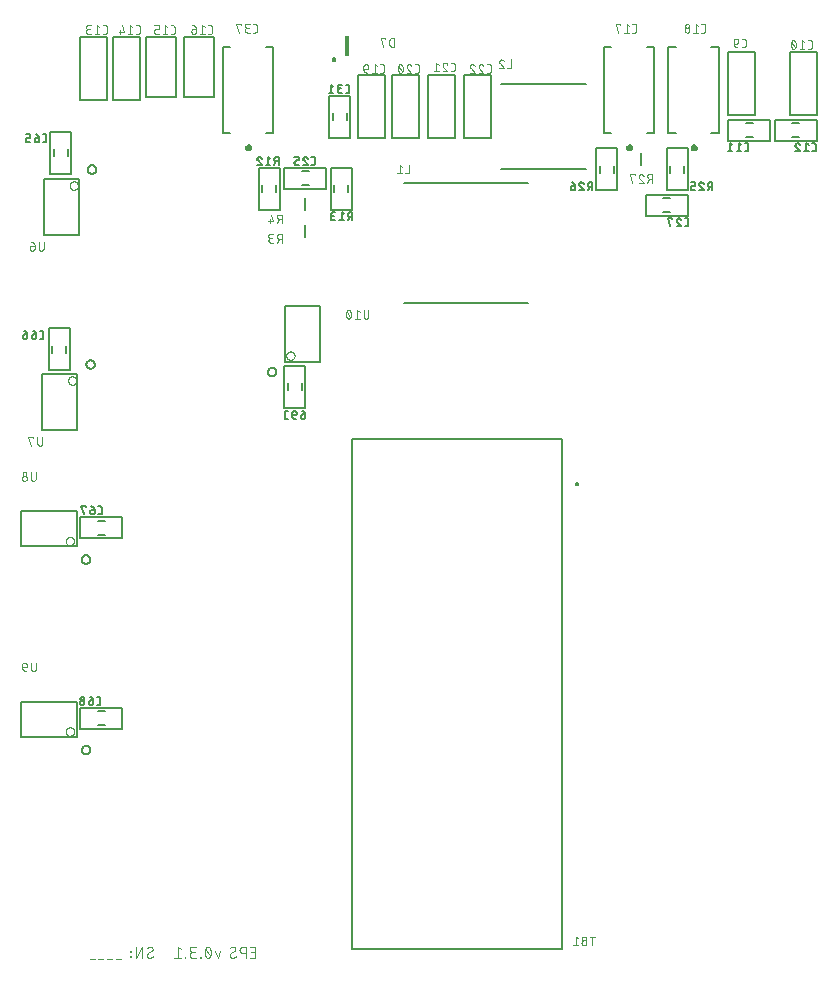
<source format=gbr>
G04 EAGLE Gerber RS-274X export*
G75*
%MOMM*%
%FSLAX34Y34*%
%LPD*%
%INSilkscreen Bottom*%
%IPPOS*%
%AMOC8*
5,1,8,0,0,1.08239X$1,22.5*%
G01*
%ADD10C,0.076200*%
%ADD11C,0.203200*%
%ADD12C,0.177800*%
%ADD13C,0.127000*%
%ADD14C,0.200000*%
%ADD15R,0.401063X1.751741*%
%ADD16C,0.050800*%


D10*
X287542Y25781D02*
X291719Y25781D01*
X291719Y35179D01*
X287542Y35179D01*
X288586Y31002D02*
X291719Y31002D01*
X283681Y35179D02*
X283681Y25781D01*
X283681Y35179D02*
X281070Y35179D01*
X280969Y35177D01*
X280868Y35171D01*
X280767Y35161D01*
X280667Y35148D01*
X280567Y35130D01*
X280468Y35109D01*
X280370Y35083D01*
X280273Y35054D01*
X280177Y35022D01*
X280083Y34985D01*
X279990Y34945D01*
X279898Y34901D01*
X279809Y34854D01*
X279721Y34803D01*
X279635Y34749D01*
X279552Y34692D01*
X279470Y34632D01*
X279392Y34568D01*
X279315Y34502D01*
X279242Y34432D01*
X279171Y34360D01*
X279103Y34285D01*
X279038Y34207D01*
X278976Y34127D01*
X278917Y34045D01*
X278861Y33960D01*
X278809Y33874D01*
X278760Y33785D01*
X278714Y33694D01*
X278673Y33602D01*
X278634Y33508D01*
X278600Y33413D01*
X278569Y33317D01*
X278542Y33219D01*
X278518Y33121D01*
X278499Y33021D01*
X278483Y32921D01*
X278471Y32821D01*
X278463Y32720D01*
X278459Y32619D01*
X278459Y32517D01*
X278463Y32416D01*
X278471Y32315D01*
X278483Y32215D01*
X278499Y32115D01*
X278518Y32015D01*
X278542Y31917D01*
X278569Y31819D01*
X278600Y31723D01*
X278634Y31628D01*
X278673Y31534D01*
X278714Y31442D01*
X278760Y31351D01*
X278809Y31263D01*
X278861Y31176D01*
X278917Y31091D01*
X278976Y31009D01*
X279038Y30929D01*
X279103Y30851D01*
X279171Y30776D01*
X279242Y30704D01*
X279315Y30634D01*
X279392Y30568D01*
X279470Y30504D01*
X279552Y30444D01*
X279635Y30387D01*
X279721Y30333D01*
X279809Y30282D01*
X279898Y30235D01*
X279990Y30191D01*
X280083Y30151D01*
X280177Y30114D01*
X280273Y30082D01*
X280370Y30053D01*
X280468Y30027D01*
X280567Y30006D01*
X280667Y29988D01*
X280767Y29975D01*
X280868Y29965D01*
X280969Y29959D01*
X281070Y29957D01*
X281070Y29958D02*
X283681Y29958D01*
X272145Y25781D02*
X272056Y25783D01*
X271968Y25789D01*
X271880Y25798D01*
X271792Y25811D01*
X271705Y25828D01*
X271619Y25848D01*
X271534Y25873D01*
X271449Y25900D01*
X271366Y25932D01*
X271285Y25966D01*
X271205Y26005D01*
X271127Y26046D01*
X271050Y26091D01*
X270976Y26139D01*
X270903Y26190D01*
X270833Y26244D01*
X270766Y26302D01*
X270700Y26362D01*
X270638Y26424D01*
X270578Y26490D01*
X270520Y26557D01*
X270466Y26627D01*
X270415Y26700D01*
X270367Y26774D01*
X270322Y26851D01*
X270281Y26929D01*
X270242Y27009D01*
X270208Y27090D01*
X270176Y27173D01*
X270149Y27258D01*
X270124Y27343D01*
X270104Y27429D01*
X270087Y27516D01*
X270074Y27604D01*
X270065Y27692D01*
X270059Y27780D01*
X270057Y27869D01*
X272145Y25781D02*
X272274Y25783D01*
X272403Y25789D01*
X272532Y25798D01*
X272660Y25811D01*
X272788Y25828D01*
X272915Y25849D01*
X273042Y25873D01*
X273168Y25901D01*
X273293Y25933D01*
X273417Y25968D01*
X273540Y26007D01*
X273662Y26050D01*
X273782Y26096D01*
X273901Y26146D01*
X274019Y26199D01*
X274135Y26255D01*
X274249Y26315D01*
X274362Y26378D01*
X274472Y26445D01*
X274581Y26514D01*
X274687Y26587D01*
X274792Y26663D01*
X274894Y26742D01*
X274994Y26824D01*
X275091Y26908D01*
X275186Y26996D01*
X275278Y27086D01*
X275016Y33091D02*
X275014Y33180D01*
X275008Y33268D01*
X274999Y33356D01*
X274986Y33444D01*
X274969Y33531D01*
X274949Y33617D01*
X274924Y33702D01*
X274897Y33787D01*
X274865Y33870D01*
X274831Y33951D01*
X274792Y34031D01*
X274751Y34109D01*
X274706Y34186D01*
X274658Y34260D01*
X274607Y34333D01*
X274553Y34403D01*
X274495Y34470D01*
X274435Y34536D01*
X274373Y34598D01*
X274307Y34658D01*
X274240Y34716D01*
X274170Y34770D01*
X274097Y34821D01*
X274023Y34869D01*
X273946Y34914D01*
X273868Y34955D01*
X273788Y34994D01*
X273707Y35028D01*
X273624Y35060D01*
X273539Y35087D01*
X273454Y35112D01*
X273368Y35132D01*
X273281Y35149D01*
X273193Y35162D01*
X273105Y35171D01*
X273017Y35177D01*
X272928Y35179D01*
X272808Y35177D01*
X272688Y35172D01*
X272569Y35162D01*
X272449Y35150D01*
X272330Y35133D01*
X272212Y35113D01*
X272094Y35089D01*
X271978Y35062D01*
X271862Y35031D01*
X271747Y34997D01*
X271633Y34959D01*
X271520Y34917D01*
X271409Y34872D01*
X271299Y34824D01*
X271191Y34773D01*
X271084Y34718D01*
X270979Y34660D01*
X270876Y34598D01*
X270775Y34534D01*
X270675Y34466D01*
X270578Y34396D01*
X273972Y31264D02*
X274050Y31312D01*
X274126Y31364D01*
X274199Y31418D01*
X274270Y31476D01*
X274339Y31537D01*
X274405Y31601D01*
X274468Y31668D01*
X274528Y31737D01*
X274585Y31809D01*
X274639Y31883D01*
X274689Y31960D01*
X274737Y32039D01*
X274780Y32119D01*
X274821Y32202D01*
X274857Y32286D01*
X274890Y32371D01*
X274919Y32458D01*
X274945Y32547D01*
X274967Y32636D01*
X274984Y32726D01*
X274998Y32816D01*
X275008Y32908D01*
X275014Y32999D01*
X275016Y33091D01*
X271100Y29696D02*
X271022Y29648D01*
X270946Y29596D01*
X270873Y29542D01*
X270802Y29484D01*
X270733Y29423D01*
X270667Y29359D01*
X270604Y29292D01*
X270544Y29223D01*
X270487Y29151D01*
X270433Y29077D01*
X270383Y29000D01*
X270335Y28921D01*
X270292Y28841D01*
X270251Y28758D01*
X270215Y28674D01*
X270182Y28589D01*
X270153Y28502D01*
X270127Y28413D01*
X270105Y28324D01*
X270088Y28234D01*
X270074Y28144D01*
X270064Y28052D01*
X270058Y27961D01*
X270056Y27869D01*
X271101Y29697D02*
X273972Y31263D01*
X261954Y32046D02*
X259865Y25781D01*
X257777Y32046D01*
X254247Y30480D02*
X254245Y30665D01*
X254238Y30850D01*
X254227Y31034D01*
X254212Y31218D01*
X254192Y31402D01*
X254168Y31586D01*
X254139Y31768D01*
X254106Y31950D01*
X254069Y32131D01*
X254027Y32311D01*
X253981Y32491D01*
X253931Y32669D01*
X253877Y32845D01*
X253818Y33021D01*
X253756Y33195D01*
X253689Y33367D01*
X253618Y33538D01*
X253543Y33707D01*
X253464Y33874D01*
X253434Y33954D01*
X253401Y34033D01*
X253364Y34110D01*
X253324Y34186D01*
X253281Y34260D01*
X253235Y34332D01*
X253185Y34401D01*
X253133Y34469D01*
X253077Y34534D01*
X253019Y34597D01*
X252957Y34656D01*
X252894Y34714D01*
X252827Y34768D01*
X252759Y34819D01*
X252688Y34867D01*
X252615Y34912D01*
X252541Y34954D01*
X252464Y34992D01*
X252386Y35027D01*
X252307Y35059D01*
X252226Y35087D01*
X252144Y35111D01*
X252060Y35132D01*
X251977Y35149D01*
X251892Y35162D01*
X251807Y35171D01*
X251722Y35177D01*
X251636Y35179D01*
X251550Y35177D01*
X251465Y35171D01*
X251380Y35162D01*
X251295Y35149D01*
X251212Y35132D01*
X251128Y35111D01*
X251046Y35087D01*
X250966Y35059D01*
X250886Y35027D01*
X250808Y34992D01*
X250731Y34954D01*
X250657Y34912D01*
X250584Y34867D01*
X250513Y34819D01*
X250445Y34768D01*
X250378Y34714D01*
X250315Y34656D01*
X250254Y34597D01*
X250195Y34534D01*
X250140Y34469D01*
X250087Y34401D01*
X250037Y34332D01*
X249991Y34260D01*
X249948Y34186D01*
X249908Y34110D01*
X249871Y34033D01*
X249838Y33954D01*
X249808Y33874D01*
X249729Y33707D01*
X249654Y33538D01*
X249583Y33367D01*
X249516Y33195D01*
X249454Y33021D01*
X249395Y32845D01*
X249341Y32669D01*
X249291Y32491D01*
X249245Y32311D01*
X249203Y32131D01*
X249166Y31950D01*
X249133Y31768D01*
X249104Y31586D01*
X249080Y31402D01*
X249060Y31218D01*
X249045Y31034D01*
X249034Y30850D01*
X249027Y30665D01*
X249025Y30480D01*
X254246Y30480D02*
X254244Y30295D01*
X254237Y30110D01*
X254226Y29926D01*
X254211Y29742D01*
X254191Y29558D01*
X254167Y29374D01*
X254138Y29192D01*
X254105Y29010D01*
X254068Y28829D01*
X254026Y28649D01*
X253980Y28469D01*
X253930Y28291D01*
X253876Y28115D01*
X253817Y27939D01*
X253755Y27765D01*
X253688Y27593D01*
X253617Y27422D01*
X253542Y27253D01*
X253463Y27086D01*
X253464Y27086D02*
X253434Y27006D01*
X253401Y26927D01*
X253364Y26850D01*
X253324Y26774D01*
X253281Y26700D01*
X253235Y26628D01*
X253185Y26559D01*
X253132Y26491D01*
X253077Y26426D01*
X253018Y26363D01*
X252957Y26304D01*
X252894Y26246D01*
X252827Y26192D01*
X252759Y26141D01*
X252688Y26093D01*
X252615Y26048D01*
X252541Y26006D01*
X252464Y25968D01*
X252386Y25933D01*
X252307Y25901D01*
X252226Y25873D01*
X252144Y25849D01*
X252060Y25828D01*
X251977Y25811D01*
X251892Y25798D01*
X251807Y25789D01*
X251722Y25783D01*
X251636Y25781D01*
X249808Y27086D02*
X249729Y27253D01*
X249654Y27422D01*
X249583Y27593D01*
X249516Y27765D01*
X249454Y27939D01*
X249395Y28115D01*
X249341Y28291D01*
X249291Y28469D01*
X249245Y28649D01*
X249203Y28829D01*
X249166Y29010D01*
X249133Y29192D01*
X249104Y29374D01*
X249080Y29558D01*
X249060Y29742D01*
X249045Y29926D01*
X249034Y30110D01*
X249027Y30295D01*
X249025Y30480D01*
X249808Y27086D02*
X249838Y27006D01*
X249871Y26927D01*
X249908Y26850D01*
X249948Y26774D01*
X249991Y26700D01*
X250037Y26628D01*
X250087Y26559D01*
X250140Y26491D01*
X250195Y26426D01*
X250254Y26363D01*
X250315Y26304D01*
X250378Y26246D01*
X250445Y26192D01*
X250513Y26141D01*
X250584Y26093D01*
X250657Y26048D01*
X250731Y26006D01*
X250808Y25968D01*
X250886Y25933D01*
X250966Y25901D01*
X251046Y25873D01*
X251128Y25849D01*
X251212Y25828D01*
X251295Y25811D01*
X251380Y25798D01*
X251465Y25789D01*
X251550Y25783D01*
X251636Y25781D01*
X253724Y27869D02*
X249547Y33091D01*
X245496Y26303D02*
X245496Y25781D01*
X245496Y26303D02*
X244974Y26303D01*
X244974Y25781D01*
X245496Y25781D01*
X241445Y25781D02*
X238834Y25781D01*
X238733Y25783D01*
X238632Y25789D01*
X238531Y25799D01*
X238431Y25812D01*
X238331Y25830D01*
X238232Y25851D01*
X238134Y25877D01*
X238037Y25906D01*
X237941Y25938D01*
X237847Y25975D01*
X237754Y26015D01*
X237662Y26059D01*
X237573Y26106D01*
X237485Y26157D01*
X237399Y26211D01*
X237316Y26268D01*
X237234Y26328D01*
X237156Y26392D01*
X237079Y26458D01*
X237006Y26528D01*
X236935Y26600D01*
X236867Y26675D01*
X236802Y26753D01*
X236740Y26833D01*
X236681Y26915D01*
X236625Y27000D01*
X236573Y27087D01*
X236524Y27175D01*
X236478Y27266D01*
X236437Y27358D01*
X236398Y27452D01*
X236364Y27547D01*
X236333Y27643D01*
X236306Y27741D01*
X236282Y27839D01*
X236263Y27939D01*
X236247Y28039D01*
X236235Y28139D01*
X236227Y28240D01*
X236223Y28341D01*
X236223Y28443D01*
X236227Y28544D01*
X236235Y28645D01*
X236247Y28745D01*
X236263Y28845D01*
X236282Y28945D01*
X236306Y29043D01*
X236333Y29141D01*
X236364Y29237D01*
X236398Y29332D01*
X236437Y29426D01*
X236478Y29518D01*
X236524Y29609D01*
X236573Y29698D01*
X236625Y29784D01*
X236681Y29869D01*
X236740Y29951D01*
X236802Y30031D01*
X236867Y30109D01*
X236935Y30184D01*
X237006Y30256D01*
X237079Y30326D01*
X237156Y30392D01*
X237234Y30456D01*
X237316Y30516D01*
X237399Y30573D01*
X237485Y30627D01*
X237573Y30678D01*
X237662Y30725D01*
X237754Y30769D01*
X237847Y30809D01*
X237941Y30846D01*
X238037Y30878D01*
X238134Y30907D01*
X238232Y30933D01*
X238331Y30954D01*
X238431Y30972D01*
X238531Y30985D01*
X238632Y30995D01*
X238733Y31001D01*
X238834Y31003D01*
X238312Y35179D02*
X241445Y35179D01*
X238312Y35179D02*
X238222Y35177D01*
X238133Y35171D01*
X238043Y35162D01*
X237954Y35148D01*
X237866Y35131D01*
X237779Y35110D01*
X237692Y35085D01*
X237607Y35056D01*
X237523Y35024D01*
X237441Y34989D01*
X237360Y34949D01*
X237281Y34907D01*
X237204Y34861D01*
X237129Y34811D01*
X237056Y34759D01*
X236985Y34703D01*
X236917Y34645D01*
X236852Y34583D01*
X236789Y34519D01*
X236729Y34452D01*
X236672Y34383D01*
X236618Y34311D01*
X236567Y34237D01*
X236519Y34161D01*
X236475Y34083D01*
X236434Y34003D01*
X236396Y33921D01*
X236362Y33838D01*
X236332Y33753D01*
X236305Y33667D01*
X236282Y33581D01*
X236263Y33493D01*
X236248Y33404D01*
X236236Y33315D01*
X236228Y33226D01*
X236224Y33136D01*
X236224Y33046D01*
X236228Y32956D01*
X236236Y32867D01*
X236248Y32778D01*
X236263Y32689D01*
X236282Y32601D01*
X236305Y32515D01*
X236332Y32429D01*
X236362Y32344D01*
X236396Y32261D01*
X236434Y32179D01*
X236475Y32099D01*
X236519Y32021D01*
X236567Y31945D01*
X236618Y31871D01*
X236672Y31799D01*
X236729Y31730D01*
X236789Y31663D01*
X236852Y31599D01*
X236917Y31537D01*
X236985Y31479D01*
X237056Y31423D01*
X237129Y31371D01*
X237204Y31321D01*
X237281Y31275D01*
X237360Y31233D01*
X237441Y31193D01*
X237523Y31158D01*
X237607Y31126D01*
X237692Y31097D01*
X237779Y31072D01*
X237866Y31051D01*
X237954Y31034D01*
X238043Y31020D01*
X238133Y31011D01*
X238222Y31005D01*
X238312Y31003D01*
X238312Y31002D02*
X240401Y31002D01*
X232695Y26303D02*
X232695Y25781D01*
X232695Y26303D02*
X232172Y26303D01*
X232172Y25781D01*
X232695Y25781D01*
X228643Y33091D02*
X226033Y35179D01*
X226033Y25781D01*
X228643Y25781D02*
X223422Y25781D01*
X202041Y25781D02*
X201952Y25783D01*
X201864Y25789D01*
X201776Y25798D01*
X201688Y25811D01*
X201601Y25828D01*
X201515Y25848D01*
X201430Y25873D01*
X201345Y25900D01*
X201262Y25932D01*
X201181Y25966D01*
X201101Y26005D01*
X201023Y26046D01*
X200946Y26091D01*
X200872Y26139D01*
X200799Y26190D01*
X200729Y26244D01*
X200662Y26302D01*
X200596Y26362D01*
X200534Y26424D01*
X200474Y26490D01*
X200416Y26557D01*
X200362Y26627D01*
X200311Y26700D01*
X200263Y26774D01*
X200218Y26851D01*
X200177Y26929D01*
X200138Y27009D01*
X200104Y27090D01*
X200072Y27173D01*
X200045Y27258D01*
X200020Y27343D01*
X200000Y27429D01*
X199983Y27516D01*
X199970Y27604D01*
X199961Y27692D01*
X199955Y27780D01*
X199953Y27869D01*
X202041Y25781D02*
X202170Y25783D01*
X202299Y25789D01*
X202428Y25798D01*
X202556Y25811D01*
X202684Y25828D01*
X202811Y25849D01*
X202938Y25873D01*
X203064Y25901D01*
X203189Y25933D01*
X203313Y25968D01*
X203436Y26007D01*
X203558Y26050D01*
X203678Y26096D01*
X203797Y26146D01*
X203915Y26199D01*
X204031Y26255D01*
X204145Y26315D01*
X204258Y26378D01*
X204368Y26445D01*
X204477Y26514D01*
X204583Y26587D01*
X204688Y26663D01*
X204790Y26742D01*
X204890Y26824D01*
X204987Y26908D01*
X205082Y26996D01*
X205174Y27086D01*
X204912Y33091D02*
X204910Y33180D01*
X204904Y33268D01*
X204895Y33356D01*
X204882Y33444D01*
X204865Y33531D01*
X204845Y33617D01*
X204820Y33702D01*
X204793Y33787D01*
X204761Y33870D01*
X204727Y33951D01*
X204688Y34031D01*
X204647Y34109D01*
X204602Y34186D01*
X204554Y34260D01*
X204503Y34333D01*
X204449Y34403D01*
X204391Y34470D01*
X204331Y34536D01*
X204269Y34598D01*
X204203Y34658D01*
X204136Y34716D01*
X204066Y34770D01*
X203993Y34821D01*
X203919Y34869D01*
X203842Y34914D01*
X203764Y34955D01*
X203684Y34994D01*
X203603Y35028D01*
X203520Y35060D01*
X203435Y35087D01*
X203350Y35112D01*
X203264Y35132D01*
X203177Y35149D01*
X203089Y35162D01*
X203001Y35171D01*
X202913Y35177D01*
X202824Y35179D01*
X202704Y35177D01*
X202584Y35172D01*
X202465Y35162D01*
X202345Y35150D01*
X202226Y35133D01*
X202108Y35113D01*
X201990Y35089D01*
X201874Y35062D01*
X201758Y35031D01*
X201643Y34997D01*
X201529Y34959D01*
X201416Y34917D01*
X201305Y34872D01*
X201195Y34824D01*
X201087Y34773D01*
X200980Y34718D01*
X200875Y34660D01*
X200772Y34598D01*
X200671Y34534D01*
X200571Y34466D01*
X200474Y34396D01*
X203869Y31264D02*
X203947Y31312D01*
X204023Y31364D01*
X204096Y31418D01*
X204167Y31476D01*
X204236Y31537D01*
X204302Y31601D01*
X204365Y31668D01*
X204425Y31737D01*
X204482Y31809D01*
X204536Y31883D01*
X204586Y31960D01*
X204634Y32039D01*
X204677Y32119D01*
X204718Y32202D01*
X204754Y32286D01*
X204787Y32371D01*
X204816Y32458D01*
X204842Y32547D01*
X204864Y32636D01*
X204881Y32726D01*
X204895Y32816D01*
X204905Y32908D01*
X204911Y32999D01*
X204913Y33091D01*
X200997Y29696D02*
X200919Y29648D01*
X200843Y29596D01*
X200770Y29542D01*
X200699Y29484D01*
X200630Y29423D01*
X200564Y29359D01*
X200501Y29292D01*
X200441Y29223D01*
X200384Y29151D01*
X200330Y29077D01*
X200280Y29000D01*
X200232Y28921D01*
X200189Y28841D01*
X200148Y28758D01*
X200112Y28674D01*
X200079Y28589D01*
X200050Y28502D01*
X200024Y28413D01*
X200002Y28324D01*
X199985Y28234D01*
X199971Y28144D01*
X199961Y28052D01*
X199955Y27961D01*
X199953Y27869D01*
X200997Y29697D02*
X203869Y31263D01*
X196030Y35179D02*
X196030Y25781D01*
X190809Y25781D02*
X196030Y35179D01*
X190809Y35179D02*
X190809Y25781D01*
X186670Y26564D02*
X186670Y27086D01*
X186148Y27086D01*
X186148Y26564D01*
X186670Y26564D01*
X186670Y30741D02*
X186670Y31263D01*
X186148Y31263D01*
X186148Y30741D01*
X186670Y30741D01*
X177829Y24737D02*
X173653Y24737D01*
X170514Y24737D02*
X166337Y24737D01*
X163199Y24737D02*
X159022Y24737D01*
X155884Y24737D02*
X151707Y24737D01*
D11*
X744220Y739140D02*
X767080Y739140D01*
X744220Y739140D02*
X744220Y792480D01*
X767080Y792480D01*
X767080Y739140D01*
D10*
X761252Y795401D02*
X759615Y795401D01*
X761252Y795401D02*
X761330Y795403D01*
X761408Y795408D01*
X761485Y795418D01*
X761562Y795431D01*
X761638Y795447D01*
X761713Y795467D01*
X761787Y795491D01*
X761860Y795518D01*
X761932Y795549D01*
X762002Y795583D01*
X762071Y795620D01*
X762137Y795661D01*
X762202Y795705D01*
X762264Y795751D01*
X762324Y795801D01*
X762382Y795853D01*
X762437Y795908D01*
X762489Y795966D01*
X762539Y796026D01*
X762585Y796088D01*
X762629Y796153D01*
X762670Y796220D01*
X762707Y796288D01*
X762741Y796358D01*
X762772Y796430D01*
X762799Y796503D01*
X762823Y796577D01*
X762843Y796652D01*
X762859Y796728D01*
X762872Y796805D01*
X762882Y796882D01*
X762887Y796960D01*
X762889Y797038D01*
X762889Y801130D01*
X762887Y801208D01*
X762882Y801286D01*
X762872Y801363D01*
X762859Y801440D01*
X762843Y801516D01*
X762823Y801591D01*
X762799Y801665D01*
X762772Y801738D01*
X762741Y801810D01*
X762707Y801880D01*
X762670Y801949D01*
X762629Y802015D01*
X762585Y802080D01*
X762539Y802142D01*
X762489Y802202D01*
X762437Y802260D01*
X762382Y802315D01*
X762324Y802367D01*
X762264Y802417D01*
X762202Y802463D01*
X762137Y802507D01*
X762071Y802548D01*
X762002Y802585D01*
X761932Y802619D01*
X761860Y802650D01*
X761787Y802677D01*
X761713Y802701D01*
X761638Y802721D01*
X761562Y802737D01*
X761485Y802750D01*
X761408Y802760D01*
X761330Y802765D01*
X761252Y802767D01*
X759615Y802767D01*
X756770Y801130D02*
X754724Y802767D01*
X754724Y795401D01*
X756770Y795401D02*
X752678Y795401D01*
X749454Y799084D02*
X749452Y799237D01*
X749446Y799390D01*
X749437Y799542D01*
X749423Y799695D01*
X749406Y799847D01*
X749385Y799998D01*
X749360Y800149D01*
X749331Y800299D01*
X749299Y800449D01*
X749262Y800597D01*
X749222Y800745D01*
X749179Y800892D01*
X749131Y801037D01*
X749080Y801181D01*
X749026Y801324D01*
X748967Y801466D01*
X748906Y801605D01*
X748840Y801744D01*
X748841Y801744D02*
X748815Y801814D01*
X748785Y801883D01*
X748753Y801951D01*
X748716Y802017D01*
X748677Y802081D01*
X748634Y802143D01*
X748589Y802202D01*
X748540Y802260D01*
X748489Y802314D01*
X748435Y802367D01*
X748378Y802416D01*
X748319Y802463D01*
X748258Y802506D01*
X748195Y802547D01*
X748130Y802584D01*
X748063Y802619D01*
X747994Y802649D01*
X747924Y802677D01*
X747853Y802700D01*
X747781Y802721D01*
X747708Y802737D01*
X747634Y802750D01*
X747559Y802760D01*
X747484Y802765D01*
X747409Y802767D01*
X747334Y802765D01*
X747259Y802760D01*
X747184Y802750D01*
X747110Y802737D01*
X747037Y802721D01*
X746965Y802700D01*
X746894Y802677D01*
X746824Y802649D01*
X746755Y802619D01*
X746688Y802584D01*
X746623Y802547D01*
X746560Y802506D01*
X746499Y802463D01*
X746440Y802416D01*
X746383Y802367D01*
X746329Y802314D01*
X746278Y802260D01*
X746230Y802202D01*
X746184Y802143D01*
X746141Y802081D01*
X746102Y802017D01*
X746066Y801951D01*
X746033Y801884D01*
X746003Y801814D01*
X745977Y801744D01*
X745912Y801606D01*
X745850Y801466D01*
X745792Y801324D01*
X745737Y801181D01*
X745686Y801037D01*
X745638Y800892D01*
X745595Y800745D01*
X745555Y800598D01*
X745518Y800449D01*
X745486Y800299D01*
X745457Y800149D01*
X745432Y799998D01*
X745411Y799847D01*
X745394Y799695D01*
X745380Y799542D01*
X745371Y799390D01*
X745365Y799237D01*
X745363Y799084D01*
X749455Y799084D02*
X749453Y798931D01*
X749447Y798778D01*
X749438Y798625D01*
X749424Y798473D01*
X749407Y798321D01*
X749386Y798170D01*
X749361Y798019D01*
X749332Y797868D01*
X749300Y797719D01*
X749263Y797570D01*
X749223Y797423D01*
X749180Y797276D01*
X749132Y797131D01*
X749081Y796986D01*
X749026Y796844D01*
X748968Y796702D01*
X748906Y796562D01*
X748841Y796424D01*
X748815Y796354D01*
X748785Y796284D01*
X748753Y796217D01*
X748716Y796151D01*
X748677Y796087D01*
X748634Y796025D01*
X748588Y795966D01*
X748540Y795908D01*
X748489Y795854D01*
X748435Y795801D01*
X748378Y795752D01*
X748319Y795705D01*
X748258Y795662D01*
X748195Y795621D01*
X748130Y795584D01*
X748063Y795549D01*
X747994Y795519D01*
X747924Y795491D01*
X747853Y795468D01*
X747781Y795447D01*
X747708Y795431D01*
X747634Y795418D01*
X747559Y795408D01*
X747484Y795403D01*
X747409Y795401D01*
X745977Y796424D02*
X745912Y796562D01*
X745850Y796702D01*
X745792Y796844D01*
X745737Y796987D01*
X745686Y797131D01*
X745638Y797276D01*
X745595Y797423D01*
X745555Y797571D01*
X745518Y797719D01*
X745486Y797869D01*
X745457Y798019D01*
X745432Y798170D01*
X745411Y798321D01*
X745394Y798473D01*
X745380Y798626D01*
X745371Y798778D01*
X745365Y798931D01*
X745363Y799084D01*
X745977Y796424D02*
X746003Y796353D01*
X746033Y796284D01*
X746066Y796217D01*
X746102Y796151D01*
X746141Y796087D01*
X746184Y796025D01*
X746230Y795966D01*
X746278Y795908D01*
X746329Y795854D01*
X746383Y795801D01*
X746440Y795752D01*
X746499Y795705D01*
X746560Y795662D01*
X746623Y795621D01*
X746688Y795584D01*
X746755Y795549D01*
X746824Y795519D01*
X746894Y795491D01*
X746965Y795468D01*
X747037Y795447D01*
X747110Y795431D01*
X747184Y795418D01*
X747259Y795408D01*
X747334Y795403D01*
X747409Y795401D01*
X749046Y797038D02*
X745772Y801130D01*
D12*
X712930Y732440D02*
X706930Y732440D01*
X706930Y720440D02*
X712930Y720440D01*
X727710Y735330D02*
X692150Y735330D01*
X692150Y717550D01*
X727710Y717550D01*
X727710Y735330D01*
D13*
X707771Y708660D02*
X706247Y708660D01*
X707771Y708660D02*
X707848Y708662D01*
X707925Y708668D01*
X708002Y708678D01*
X708078Y708691D01*
X708153Y708709D01*
X708227Y708730D01*
X708300Y708755D01*
X708372Y708784D01*
X708442Y708816D01*
X708511Y708851D01*
X708577Y708891D01*
X708642Y708933D01*
X708704Y708979D01*
X708764Y709028D01*
X708821Y709079D01*
X708876Y709134D01*
X708927Y709191D01*
X708976Y709251D01*
X709022Y709313D01*
X709064Y709378D01*
X709104Y709444D01*
X709139Y709513D01*
X709171Y709583D01*
X709200Y709655D01*
X709225Y709728D01*
X709246Y709802D01*
X709264Y709877D01*
X709277Y709953D01*
X709287Y710030D01*
X709293Y710107D01*
X709295Y710184D01*
X709295Y713994D01*
X709293Y714071D01*
X709287Y714148D01*
X709277Y714225D01*
X709264Y714301D01*
X709246Y714376D01*
X709225Y714450D01*
X709200Y714523D01*
X709171Y714595D01*
X709139Y714665D01*
X709104Y714734D01*
X709064Y714800D01*
X709022Y714865D01*
X708976Y714927D01*
X708927Y714987D01*
X708876Y715044D01*
X708821Y715099D01*
X708764Y715150D01*
X708704Y715199D01*
X708642Y715245D01*
X708577Y715287D01*
X708511Y715327D01*
X708442Y715362D01*
X708372Y715394D01*
X708300Y715423D01*
X708227Y715448D01*
X708153Y715469D01*
X708078Y715487D01*
X708002Y715500D01*
X707925Y715510D01*
X707848Y715516D01*
X707771Y715518D01*
X706247Y715518D01*
X703168Y713994D02*
X701263Y715518D01*
X701263Y708660D01*
X703168Y708660D02*
X699358Y708660D01*
X695852Y713994D02*
X693947Y715518D01*
X693947Y708660D01*
X695852Y708660D02*
X692042Y708660D01*
D12*
X746300Y720440D02*
X752300Y720440D01*
X752300Y732440D02*
X746300Y732440D01*
X731520Y717550D02*
X767080Y717550D01*
X767080Y735330D01*
X731520Y735330D01*
X731520Y717550D01*
D13*
X763397Y708660D02*
X764921Y708660D01*
X764998Y708662D01*
X765075Y708668D01*
X765152Y708678D01*
X765228Y708691D01*
X765303Y708709D01*
X765377Y708730D01*
X765450Y708755D01*
X765522Y708784D01*
X765592Y708816D01*
X765661Y708851D01*
X765727Y708891D01*
X765792Y708933D01*
X765854Y708979D01*
X765914Y709028D01*
X765971Y709079D01*
X766026Y709134D01*
X766077Y709191D01*
X766126Y709251D01*
X766172Y709313D01*
X766214Y709378D01*
X766254Y709444D01*
X766289Y709513D01*
X766321Y709583D01*
X766350Y709655D01*
X766375Y709728D01*
X766396Y709802D01*
X766414Y709877D01*
X766427Y709953D01*
X766437Y710030D01*
X766443Y710107D01*
X766445Y710184D01*
X766445Y713994D01*
X766443Y714071D01*
X766437Y714148D01*
X766427Y714225D01*
X766414Y714301D01*
X766396Y714376D01*
X766375Y714450D01*
X766350Y714523D01*
X766321Y714595D01*
X766289Y714665D01*
X766254Y714734D01*
X766214Y714800D01*
X766172Y714865D01*
X766126Y714927D01*
X766077Y714987D01*
X766026Y715044D01*
X765971Y715099D01*
X765914Y715150D01*
X765854Y715199D01*
X765792Y715245D01*
X765727Y715287D01*
X765661Y715327D01*
X765592Y715362D01*
X765522Y715394D01*
X765450Y715423D01*
X765377Y715448D01*
X765303Y715469D01*
X765228Y715487D01*
X765152Y715500D01*
X765075Y715510D01*
X764998Y715516D01*
X764921Y715518D01*
X763397Y715518D01*
X760318Y713994D02*
X758413Y715518D01*
X758413Y708660D01*
X760318Y708660D02*
X756508Y708660D01*
X750907Y715519D02*
X750825Y715517D01*
X750744Y715511D01*
X750663Y715502D01*
X750582Y715488D01*
X750503Y715471D01*
X750424Y715450D01*
X750346Y715425D01*
X750270Y715396D01*
X750195Y715364D01*
X750121Y715328D01*
X750050Y715289D01*
X749980Y715247D01*
X749912Y715201D01*
X749847Y715152D01*
X749784Y715100D01*
X749724Y715045D01*
X749666Y714987D01*
X749611Y714927D01*
X749559Y714864D01*
X749510Y714799D01*
X749464Y714731D01*
X749422Y714662D01*
X749383Y714590D01*
X749347Y714516D01*
X749315Y714441D01*
X749286Y714365D01*
X749261Y714287D01*
X749240Y714208D01*
X749223Y714129D01*
X749209Y714048D01*
X749200Y713967D01*
X749194Y713886D01*
X749192Y713804D01*
X750907Y715518D02*
X750999Y715516D01*
X751091Y715510D01*
X751183Y715501D01*
X751275Y715487D01*
X751365Y715470D01*
X751455Y715449D01*
X751544Y715424D01*
X751632Y715395D01*
X751719Y715363D01*
X751804Y715327D01*
X751887Y715288D01*
X751969Y715245D01*
X752049Y715199D01*
X752127Y715149D01*
X752203Y715097D01*
X752276Y715041D01*
X752347Y714982D01*
X752416Y714920D01*
X752482Y714855D01*
X752545Y714788D01*
X752605Y714718D01*
X752663Y714646D01*
X752717Y714571D01*
X752768Y714494D01*
X752816Y714415D01*
X752860Y714334D01*
X752901Y714251D01*
X752939Y714167D01*
X752973Y714081D01*
X753003Y713994D01*
X749764Y712470D02*
X749705Y712529D01*
X749649Y712590D01*
X749596Y712653D01*
X749545Y712719D01*
X749498Y712787D01*
X749454Y712857D01*
X749413Y712929D01*
X749375Y713003D01*
X749341Y713078D01*
X749310Y713155D01*
X749283Y713233D01*
X749259Y713313D01*
X749238Y713393D01*
X749222Y713474D01*
X749209Y713556D01*
X749199Y713638D01*
X749194Y713721D01*
X749192Y713804D01*
X749764Y712470D02*
X753002Y708660D01*
X749192Y708660D01*
D11*
X166370Y751840D02*
X143510Y751840D01*
X143510Y805180D01*
X166370Y805180D01*
X166370Y751840D01*
D10*
X164352Y808101D02*
X162715Y808101D01*
X164352Y808101D02*
X164430Y808103D01*
X164508Y808108D01*
X164585Y808118D01*
X164662Y808131D01*
X164738Y808147D01*
X164813Y808167D01*
X164887Y808191D01*
X164960Y808218D01*
X165032Y808249D01*
X165102Y808283D01*
X165171Y808320D01*
X165237Y808361D01*
X165302Y808405D01*
X165364Y808451D01*
X165424Y808501D01*
X165482Y808553D01*
X165537Y808608D01*
X165589Y808666D01*
X165639Y808726D01*
X165685Y808788D01*
X165729Y808853D01*
X165770Y808920D01*
X165807Y808988D01*
X165841Y809058D01*
X165872Y809130D01*
X165899Y809203D01*
X165923Y809277D01*
X165943Y809352D01*
X165959Y809428D01*
X165972Y809505D01*
X165982Y809582D01*
X165987Y809660D01*
X165989Y809738D01*
X165989Y813830D01*
X165987Y813908D01*
X165982Y813986D01*
X165972Y814063D01*
X165959Y814140D01*
X165943Y814216D01*
X165923Y814291D01*
X165899Y814365D01*
X165872Y814438D01*
X165841Y814510D01*
X165807Y814580D01*
X165770Y814649D01*
X165729Y814715D01*
X165685Y814780D01*
X165639Y814842D01*
X165589Y814902D01*
X165537Y814960D01*
X165482Y815015D01*
X165424Y815067D01*
X165364Y815117D01*
X165302Y815163D01*
X165237Y815207D01*
X165171Y815248D01*
X165102Y815285D01*
X165032Y815319D01*
X164960Y815350D01*
X164887Y815377D01*
X164813Y815401D01*
X164738Y815421D01*
X164662Y815437D01*
X164585Y815450D01*
X164508Y815460D01*
X164430Y815465D01*
X164352Y815467D01*
X162715Y815467D01*
X159870Y813830D02*
X157824Y815467D01*
X157824Y808101D01*
X159870Y808101D02*
X155778Y808101D01*
X152555Y808101D02*
X150509Y808101D01*
X150420Y808103D01*
X150331Y808109D01*
X150242Y808119D01*
X150154Y808132D01*
X150066Y808149D01*
X149979Y808171D01*
X149894Y808196D01*
X149809Y808224D01*
X149726Y808257D01*
X149644Y808293D01*
X149564Y808332D01*
X149486Y808375D01*
X149410Y808421D01*
X149335Y808471D01*
X149263Y808524D01*
X149194Y808580D01*
X149127Y808639D01*
X149062Y808700D01*
X149001Y808765D01*
X148942Y808832D01*
X148886Y808901D01*
X148833Y808973D01*
X148783Y809048D01*
X148737Y809124D01*
X148694Y809202D01*
X148655Y809282D01*
X148619Y809364D01*
X148586Y809447D01*
X148558Y809532D01*
X148533Y809617D01*
X148511Y809704D01*
X148494Y809792D01*
X148481Y809880D01*
X148471Y809969D01*
X148465Y810058D01*
X148463Y810147D01*
X148465Y810236D01*
X148471Y810325D01*
X148481Y810414D01*
X148494Y810502D01*
X148511Y810590D01*
X148533Y810677D01*
X148558Y810762D01*
X148586Y810847D01*
X148619Y810930D01*
X148655Y811012D01*
X148694Y811092D01*
X148737Y811170D01*
X148783Y811246D01*
X148833Y811321D01*
X148886Y811393D01*
X148942Y811462D01*
X149001Y811529D01*
X149062Y811594D01*
X149127Y811655D01*
X149194Y811714D01*
X149263Y811770D01*
X149335Y811823D01*
X149410Y811873D01*
X149486Y811919D01*
X149564Y811962D01*
X149644Y812001D01*
X149726Y812037D01*
X149809Y812070D01*
X149894Y812098D01*
X149979Y812123D01*
X150066Y812145D01*
X150154Y812162D01*
X150242Y812175D01*
X150331Y812185D01*
X150420Y812191D01*
X150509Y812193D01*
X150099Y815467D02*
X152555Y815467D01*
X150099Y815467D02*
X150020Y815465D01*
X149941Y815459D01*
X149862Y815450D01*
X149784Y815437D01*
X149707Y815419D01*
X149631Y815399D01*
X149556Y815374D01*
X149482Y815346D01*
X149409Y815315D01*
X149338Y815279D01*
X149269Y815241D01*
X149202Y815199D01*
X149137Y815154D01*
X149074Y815106D01*
X149013Y815055D01*
X148956Y815001D01*
X148900Y814945D01*
X148848Y814886D01*
X148798Y814824D01*
X148752Y814760D01*
X148708Y814694D01*
X148668Y814626D01*
X148632Y814556D01*
X148598Y814484D01*
X148568Y814410D01*
X148542Y814336D01*
X148519Y814260D01*
X148501Y814183D01*
X148485Y814106D01*
X148474Y814027D01*
X148466Y813949D01*
X148462Y813870D01*
X148462Y813790D01*
X148466Y813711D01*
X148474Y813633D01*
X148485Y813554D01*
X148501Y813477D01*
X148519Y813400D01*
X148542Y813324D01*
X148568Y813250D01*
X148598Y813176D01*
X148632Y813104D01*
X148668Y813034D01*
X148708Y812966D01*
X148752Y812900D01*
X148798Y812836D01*
X148848Y812774D01*
X148900Y812715D01*
X148956Y812659D01*
X149013Y812605D01*
X149074Y812554D01*
X149137Y812506D01*
X149202Y812461D01*
X149269Y812419D01*
X149338Y812381D01*
X149409Y812345D01*
X149482Y812314D01*
X149556Y812286D01*
X149631Y812261D01*
X149707Y812241D01*
X149784Y812223D01*
X149862Y812210D01*
X149941Y812201D01*
X150020Y812195D01*
X150099Y812193D01*
X151736Y812193D01*
D11*
X171450Y751840D02*
X194310Y751840D01*
X171450Y751840D02*
X171450Y805180D01*
X194310Y805180D01*
X194310Y751840D01*
D10*
X192292Y808101D02*
X190655Y808101D01*
X192292Y808101D02*
X192370Y808103D01*
X192448Y808108D01*
X192525Y808118D01*
X192602Y808131D01*
X192678Y808147D01*
X192753Y808167D01*
X192827Y808191D01*
X192900Y808218D01*
X192972Y808249D01*
X193042Y808283D01*
X193111Y808320D01*
X193177Y808361D01*
X193242Y808405D01*
X193304Y808451D01*
X193364Y808501D01*
X193422Y808553D01*
X193477Y808608D01*
X193529Y808666D01*
X193579Y808726D01*
X193625Y808788D01*
X193669Y808853D01*
X193710Y808920D01*
X193747Y808988D01*
X193781Y809058D01*
X193812Y809130D01*
X193839Y809203D01*
X193863Y809277D01*
X193883Y809352D01*
X193899Y809428D01*
X193912Y809505D01*
X193922Y809582D01*
X193927Y809660D01*
X193929Y809738D01*
X193929Y813830D01*
X193927Y813908D01*
X193922Y813986D01*
X193912Y814063D01*
X193899Y814140D01*
X193883Y814216D01*
X193863Y814291D01*
X193839Y814365D01*
X193812Y814438D01*
X193781Y814510D01*
X193747Y814580D01*
X193710Y814649D01*
X193669Y814715D01*
X193625Y814780D01*
X193579Y814842D01*
X193529Y814902D01*
X193477Y814960D01*
X193422Y815015D01*
X193364Y815067D01*
X193304Y815117D01*
X193242Y815163D01*
X193177Y815207D01*
X193111Y815248D01*
X193042Y815285D01*
X192972Y815319D01*
X192900Y815350D01*
X192827Y815377D01*
X192753Y815401D01*
X192678Y815421D01*
X192602Y815437D01*
X192525Y815450D01*
X192448Y815460D01*
X192370Y815465D01*
X192292Y815467D01*
X190655Y815467D01*
X187810Y813830D02*
X185764Y815467D01*
X185764Y808101D01*
X187810Y808101D02*
X183718Y808101D01*
X180495Y809738D02*
X178858Y815467D01*
X180495Y809738D02*
X176403Y809738D01*
X177630Y811375D02*
X177630Y808101D01*
D11*
X199390Y754380D02*
X224790Y754380D01*
X199390Y754380D02*
X199390Y805180D01*
X224790Y805180D01*
X224790Y754380D01*
D10*
X221882Y808021D02*
X220245Y808021D01*
X221882Y808021D02*
X221960Y808023D01*
X222038Y808028D01*
X222115Y808038D01*
X222192Y808051D01*
X222268Y808067D01*
X222343Y808087D01*
X222417Y808111D01*
X222490Y808138D01*
X222562Y808169D01*
X222632Y808203D01*
X222701Y808240D01*
X222767Y808281D01*
X222832Y808325D01*
X222894Y808371D01*
X222954Y808421D01*
X223012Y808473D01*
X223067Y808528D01*
X223119Y808586D01*
X223169Y808646D01*
X223215Y808708D01*
X223259Y808773D01*
X223300Y808840D01*
X223337Y808908D01*
X223371Y808978D01*
X223402Y809050D01*
X223429Y809123D01*
X223453Y809197D01*
X223473Y809272D01*
X223489Y809348D01*
X223502Y809425D01*
X223512Y809502D01*
X223517Y809580D01*
X223519Y809658D01*
X223519Y813750D01*
X223517Y813828D01*
X223512Y813906D01*
X223502Y813983D01*
X223489Y814060D01*
X223473Y814136D01*
X223453Y814211D01*
X223429Y814285D01*
X223402Y814358D01*
X223371Y814430D01*
X223337Y814500D01*
X223300Y814569D01*
X223259Y814635D01*
X223215Y814700D01*
X223169Y814762D01*
X223119Y814822D01*
X223067Y814880D01*
X223012Y814935D01*
X222954Y814987D01*
X222894Y815037D01*
X222832Y815083D01*
X222767Y815127D01*
X222701Y815168D01*
X222632Y815205D01*
X222562Y815239D01*
X222490Y815270D01*
X222417Y815297D01*
X222343Y815321D01*
X222268Y815341D01*
X222192Y815357D01*
X222115Y815370D01*
X222038Y815380D01*
X221960Y815385D01*
X221882Y815387D01*
X220245Y815387D01*
X217400Y813750D02*
X215354Y815387D01*
X215354Y808021D01*
X217400Y808021D02*
X213308Y808021D01*
X210085Y808021D02*
X207629Y808021D01*
X207549Y808023D01*
X207469Y808029D01*
X207389Y808039D01*
X207310Y808052D01*
X207231Y808070D01*
X207154Y808091D01*
X207078Y808117D01*
X207003Y808146D01*
X206929Y808178D01*
X206857Y808214D01*
X206787Y808254D01*
X206720Y808297D01*
X206654Y808343D01*
X206591Y808393D01*
X206530Y808445D01*
X206471Y808500D01*
X206416Y808559D01*
X206364Y808619D01*
X206314Y808683D01*
X206268Y808748D01*
X206225Y808816D01*
X206185Y808886D01*
X206149Y808958D01*
X206117Y809032D01*
X206088Y809106D01*
X206063Y809183D01*
X206041Y809260D01*
X206023Y809339D01*
X206010Y809418D01*
X206000Y809497D01*
X205994Y809578D01*
X205992Y809658D01*
X205993Y809658D02*
X205993Y810476D01*
X205992Y810476D02*
X205994Y810554D01*
X205999Y810632D01*
X206009Y810709D01*
X206022Y810786D01*
X206038Y810862D01*
X206058Y810937D01*
X206082Y811011D01*
X206109Y811084D01*
X206140Y811156D01*
X206174Y811226D01*
X206211Y811295D01*
X206252Y811361D01*
X206296Y811426D01*
X206342Y811488D01*
X206392Y811548D01*
X206444Y811606D01*
X206499Y811661D01*
X206557Y811713D01*
X206617Y811763D01*
X206679Y811809D01*
X206744Y811853D01*
X206811Y811894D01*
X206879Y811931D01*
X206949Y811965D01*
X207021Y811996D01*
X207094Y812023D01*
X207168Y812047D01*
X207243Y812067D01*
X207319Y812083D01*
X207396Y812096D01*
X207473Y812106D01*
X207551Y812111D01*
X207629Y812113D01*
X210085Y812113D01*
X210085Y815387D01*
X205993Y815387D01*
D11*
X231140Y754380D02*
X256540Y754380D01*
X231140Y754380D02*
X231140Y805180D01*
X256540Y805180D01*
X256540Y754380D01*
D10*
X253632Y808021D02*
X251995Y808021D01*
X253632Y808021D02*
X253710Y808023D01*
X253788Y808028D01*
X253865Y808038D01*
X253942Y808051D01*
X254018Y808067D01*
X254093Y808087D01*
X254167Y808111D01*
X254240Y808138D01*
X254312Y808169D01*
X254382Y808203D01*
X254451Y808240D01*
X254517Y808281D01*
X254582Y808325D01*
X254644Y808371D01*
X254704Y808421D01*
X254762Y808473D01*
X254817Y808528D01*
X254869Y808586D01*
X254919Y808646D01*
X254965Y808708D01*
X255009Y808773D01*
X255050Y808840D01*
X255087Y808908D01*
X255121Y808978D01*
X255152Y809050D01*
X255179Y809123D01*
X255203Y809197D01*
X255223Y809272D01*
X255239Y809348D01*
X255252Y809425D01*
X255262Y809502D01*
X255267Y809580D01*
X255269Y809658D01*
X255269Y813750D01*
X255267Y813828D01*
X255262Y813906D01*
X255252Y813983D01*
X255239Y814060D01*
X255223Y814136D01*
X255203Y814211D01*
X255179Y814285D01*
X255152Y814358D01*
X255121Y814430D01*
X255087Y814500D01*
X255050Y814569D01*
X255009Y814635D01*
X254965Y814700D01*
X254919Y814762D01*
X254869Y814822D01*
X254817Y814880D01*
X254762Y814935D01*
X254704Y814987D01*
X254644Y815037D01*
X254582Y815083D01*
X254517Y815127D01*
X254451Y815168D01*
X254382Y815205D01*
X254312Y815239D01*
X254240Y815270D01*
X254167Y815297D01*
X254093Y815321D01*
X254018Y815341D01*
X253942Y815357D01*
X253865Y815370D01*
X253788Y815380D01*
X253710Y815385D01*
X253632Y815387D01*
X251995Y815387D01*
X249150Y813750D02*
X247104Y815387D01*
X247104Y808021D01*
X249150Y808021D02*
X245058Y808021D01*
X241835Y812113D02*
X239379Y812113D01*
X239299Y812111D01*
X239219Y812105D01*
X239139Y812095D01*
X239060Y812082D01*
X238981Y812064D01*
X238904Y812043D01*
X238828Y812017D01*
X238753Y811988D01*
X238679Y811956D01*
X238607Y811920D01*
X238537Y811880D01*
X238470Y811837D01*
X238404Y811791D01*
X238341Y811741D01*
X238280Y811689D01*
X238221Y811634D01*
X238166Y811575D01*
X238114Y811515D01*
X238064Y811451D01*
X238018Y811385D01*
X237975Y811318D01*
X237935Y811248D01*
X237899Y811176D01*
X237867Y811102D01*
X237838Y811028D01*
X237812Y810951D01*
X237791Y810874D01*
X237773Y810795D01*
X237760Y810716D01*
X237750Y810636D01*
X237744Y810556D01*
X237742Y810476D01*
X237743Y810476D02*
X237743Y810067D01*
X237745Y809978D01*
X237751Y809889D01*
X237761Y809800D01*
X237774Y809712D01*
X237791Y809624D01*
X237813Y809537D01*
X237838Y809452D01*
X237866Y809367D01*
X237899Y809284D01*
X237935Y809202D01*
X237974Y809122D01*
X238017Y809044D01*
X238063Y808968D01*
X238113Y808893D01*
X238166Y808821D01*
X238222Y808752D01*
X238281Y808685D01*
X238342Y808620D01*
X238407Y808559D01*
X238474Y808500D01*
X238543Y808444D01*
X238615Y808391D01*
X238690Y808341D01*
X238766Y808295D01*
X238844Y808252D01*
X238924Y808213D01*
X239006Y808177D01*
X239089Y808144D01*
X239174Y808116D01*
X239259Y808091D01*
X239346Y808069D01*
X239434Y808052D01*
X239522Y808039D01*
X239611Y808029D01*
X239700Y808023D01*
X239789Y808021D01*
X239878Y808023D01*
X239967Y808029D01*
X240056Y808039D01*
X240144Y808052D01*
X240232Y808069D01*
X240319Y808091D01*
X240404Y808116D01*
X240489Y808144D01*
X240572Y808177D01*
X240654Y808213D01*
X240734Y808252D01*
X240812Y808295D01*
X240888Y808341D01*
X240963Y808391D01*
X241035Y808444D01*
X241104Y808500D01*
X241171Y808559D01*
X241236Y808620D01*
X241297Y808685D01*
X241356Y808752D01*
X241412Y808821D01*
X241465Y808893D01*
X241515Y808968D01*
X241561Y809044D01*
X241604Y809122D01*
X241643Y809202D01*
X241679Y809284D01*
X241712Y809367D01*
X241740Y809452D01*
X241765Y809537D01*
X241787Y809624D01*
X241804Y809712D01*
X241817Y809800D01*
X241827Y809889D01*
X241833Y809978D01*
X241835Y810067D01*
X241835Y812113D01*
X241833Y812225D01*
X241827Y812336D01*
X241818Y812448D01*
X241805Y812559D01*
X241787Y812669D01*
X241767Y812779D01*
X241742Y812888D01*
X241714Y812996D01*
X241682Y813103D01*
X241646Y813209D01*
X241607Y813314D01*
X241564Y813417D01*
X241518Y813519D01*
X241468Y813619D01*
X241415Y813718D01*
X241358Y813814D01*
X241299Y813909D01*
X241236Y814001D01*
X241170Y814091D01*
X241101Y814179D01*
X241029Y814265D01*
X240954Y814348D01*
X240876Y814428D01*
X240796Y814506D01*
X240713Y814581D01*
X240627Y814653D01*
X240539Y814722D01*
X240449Y814788D01*
X240357Y814851D01*
X240262Y814910D01*
X240166Y814967D01*
X240067Y815020D01*
X239967Y815070D01*
X239865Y815116D01*
X239762Y815159D01*
X239657Y815198D01*
X239551Y815234D01*
X239444Y815266D01*
X239336Y815294D01*
X239227Y815319D01*
X239117Y815339D01*
X239007Y815357D01*
X238896Y815370D01*
X238784Y815379D01*
X238673Y815385D01*
X238561Y815387D01*
D14*
X629830Y797230D02*
X629830Y724230D01*
X586830Y724230D02*
X586830Y797230D01*
X623330Y724230D02*
X629830Y724230D01*
X629830Y797230D02*
X623330Y797230D01*
X593330Y724230D02*
X586830Y724230D01*
X586830Y797230D02*
X593330Y797230D01*
D13*
X606709Y711730D02*
X606711Y711822D01*
X606717Y711914D01*
X606727Y712005D01*
X606741Y712096D01*
X606759Y712186D01*
X606780Y712275D01*
X606806Y712364D01*
X606835Y712451D01*
X606868Y712536D01*
X606905Y712621D01*
X606945Y712703D01*
X606989Y712784D01*
X607037Y712863D01*
X607087Y712939D01*
X607141Y713014D01*
X607199Y713086D01*
X607259Y713155D01*
X607322Y713222D01*
X607388Y713286D01*
X607457Y713347D01*
X607528Y713405D01*
X607602Y713459D01*
X607678Y713511D01*
X607756Y713559D01*
X607837Y713604D01*
X607919Y713645D01*
X608002Y713683D01*
X608088Y713717D01*
X608175Y713747D01*
X608263Y713774D01*
X608352Y713796D01*
X608442Y713815D01*
X608532Y713830D01*
X608624Y713841D01*
X608715Y713848D01*
X608807Y713851D01*
X608899Y713850D01*
X608991Y713845D01*
X609082Y713836D01*
X609173Y713823D01*
X609263Y713806D01*
X609353Y713786D01*
X609442Y713761D01*
X609529Y713733D01*
X609615Y713700D01*
X609700Y713665D01*
X609783Y713625D01*
X609864Y713582D01*
X609943Y713535D01*
X610020Y713486D01*
X610095Y713432D01*
X610168Y713376D01*
X610238Y713316D01*
X610305Y713254D01*
X610370Y713189D01*
X610432Y713121D01*
X610490Y713050D01*
X610546Y712977D01*
X610598Y712901D01*
X610647Y712823D01*
X610693Y712744D01*
X610735Y712662D01*
X610774Y712579D01*
X610809Y712494D01*
X610840Y712407D01*
X610867Y712320D01*
X610891Y712231D01*
X610911Y712141D01*
X610927Y712050D01*
X610939Y711959D01*
X610947Y711868D01*
X610951Y711776D01*
X610951Y711684D01*
X610947Y711592D01*
X610939Y711501D01*
X610927Y711410D01*
X610911Y711319D01*
X610891Y711229D01*
X610867Y711140D01*
X610840Y711053D01*
X610809Y710966D01*
X610774Y710881D01*
X610735Y710798D01*
X610693Y710716D01*
X610647Y710637D01*
X610598Y710559D01*
X610546Y710483D01*
X610490Y710410D01*
X610432Y710339D01*
X610370Y710271D01*
X610305Y710206D01*
X610238Y710144D01*
X610168Y710084D01*
X610095Y710028D01*
X610020Y709974D01*
X609943Y709925D01*
X609864Y709878D01*
X609783Y709835D01*
X609700Y709795D01*
X609615Y709760D01*
X609529Y709727D01*
X609442Y709699D01*
X609353Y709674D01*
X609263Y709654D01*
X609173Y709637D01*
X609082Y709624D01*
X608991Y709615D01*
X608899Y709610D01*
X608807Y709609D01*
X608715Y709612D01*
X608624Y709619D01*
X608532Y709630D01*
X608442Y709645D01*
X608352Y709664D01*
X608263Y709686D01*
X608175Y709713D01*
X608088Y709743D01*
X608002Y709777D01*
X607919Y709815D01*
X607837Y709856D01*
X607756Y709901D01*
X607678Y709949D01*
X607602Y710001D01*
X607528Y710055D01*
X607457Y710113D01*
X607388Y710174D01*
X607322Y710238D01*
X607259Y710305D01*
X607199Y710374D01*
X607141Y710446D01*
X607087Y710521D01*
X607037Y710597D01*
X606989Y710676D01*
X606945Y710757D01*
X606905Y710839D01*
X606868Y710924D01*
X606835Y711009D01*
X606806Y711096D01*
X606780Y711185D01*
X606759Y711274D01*
X606741Y711364D01*
X606727Y711455D01*
X606717Y711546D01*
X606711Y711638D01*
X606709Y711730D01*
X607712Y711230D02*
X607714Y711296D01*
X607720Y711362D01*
X607730Y711428D01*
X607743Y711493D01*
X607761Y711557D01*
X607782Y711619D01*
X607807Y711681D01*
X607835Y711741D01*
X607867Y711799D01*
X607903Y711855D01*
X607941Y711908D01*
X607983Y711960D01*
X608028Y712009D01*
X608075Y712055D01*
X608126Y712098D01*
X608178Y712138D01*
X608233Y712175D01*
X608290Y712209D01*
X608349Y712239D01*
X608410Y712266D01*
X608472Y712289D01*
X608535Y712308D01*
X608600Y712324D01*
X608665Y712336D01*
X608731Y712344D01*
X608797Y712348D01*
X608863Y712348D01*
X608929Y712344D01*
X608995Y712336D01*
X609060Y712324D01*
X609125Y712308D01*
X609188Y712289D01*
X609250Y712266D01*
X609311Y712239D01*
X609370Y712209D01*
X609427Y712175D01*
X609482Y712138D01*
X609534Y712098D01*
X609585Y712055D01*
X609632Y712009D01*
X609677Y711960D01*
X609719Y711908D01*
X609757Y711855D01*
X609793Y711799D01*
X609825Y711741D01*
X609853Y711681D01*
X609878Y711619D01*
X609899Y711557D01*
X609917Y711493D01*
X609930Y711428D01*
X609940Y711362D01*
X609946Y711296D01*
X609948Y711230D01*
X609946Y711164D01*
X609940Y711098D01*
X609930Y711032D01*
X609917Y710967D01*
X609899Y710903D01*
X609878Y710841D01*
X609853Y710779D01*
X609825Y710719D01*
X609793Y710661D01*
X609757Y710605D01*
X609719Y710552D01*
X609677Y710500D01*
X609632Y710451D01*
X609585Y710405D01*
X609534Y710362D01*
X609482Y710322D01*
X609427Y710285D01*
X609370Y710251D01*
X609311Y710221D01*
X609250Y710194D01*
X609188Y710171D01*
X609125Y710152D01*
X609060Y710136D01*
X608995Y710124D01*
X608929Y710116D01*
X608863Y710112D01*
X608797Y710112D01*
X608731Y710116D01*
X608665Y710124D01*
X608600Y710136D01*
X608535Y710152D01*
X608472Y710171D01*
X608410Y710194D01*
X608349Y710221D01*
X608290Y710251D01*
X608233Y710285D01*
X608178Y710322D01*
X608126Y710362D01*
X608075Y710405D01*
X608028Y710451D01*
X607983Y710500D01*
X607941Y710552D01*
X607903Y710605D01*
X607867Y710661D01*
X607835Y710719D01*
X607807Y710779D01*
X607782Y710841D01*
X607761Y710903D01*
X607743Y710967D01*
X607730Y711032D01*
X607720Y711098D01*
X607714Y711164D01*
X607712Y711230D01*
X607212Y712230D02*
X607214Y712296D01*
X607220Y712362D01*
X607230Y712428D01*
X607243Y712493D01*
X607261Y712557D01*
X607282Y712619D01*
X607307Y712681D01*
X607335Y712741D01*
X607367Y712799D01*
X607403Y712855D01*
X607441Y712908D01*
X607483Y712960D01*
X607528Y713009D01*
X607575Y713055D01*
X607626Y713098D01*
X607678Y713138D01*
X607733Y713175D01*
X607790Y713209D01*
X607849Y713239D01*
X607910Y713266D01*
X607972Y713289D01*
X608035Y713308D01*
X608100Y713324D01*
X608165Y713336D01*
X608231Y713344D01*
X608297Y713348D01*
X608363Y713348D01*
X608429Y713344D01*
X608495Y713336D01*
X608560Y713324D01*
X608625Y713308D01*
X608688Y713289D01*
X608750Y713266D01*
X608811Y713239D01*
X608870Y713209D01*
X608927Y713175D01*
X608982Y713138D01*
X609034Y713098D01*
X609085Y713055D01*
X609132Y713009D01*
X609177Y712960D01*
X609219Y712908D01*
X609257Y712855D01*
X609293Y712799D01*
X609325Y712741D01*
X609353Y712681D01*
X609378Y712619D01*
X609399Y712557D01*
X609417Y712493D01*
X609430Y712428D01*
X609440Y712362D01*
X609446Y712296D01*
X609448Y712230D01*
X609446Y712164D01*
X609440Y712098D01*
X609430Y712032D01*
X609417Y711967D01*
X609399Y711903D01*
X609378Y711841D01*
X609353Y711779D01*
X609325Y711719D01*
X609293Y711661D01*
X609257Y711605D01*
X609219Y711552D01*
X609177Y711500D01*
X609132Y711451D01*
X609085Y711405D01*
X609034Y711362D01*
X608982Y711322D01*
X608927Y711285D01*
X608870Y711251D01*
X608811Y711221D01*
X608750Y711194D01*
X608688Y711171D01*
X608625Y711152D01*
X608560Y711136D01*
X608495Y711124D01*
X608429Y711116D01*
X608363Y711112D01*
X608297Y711112D01*
X608231Y711116D01*
X608165Y711124D01*
X608100Y711136D01*
X608035Y711152D01*
X607972Y711171D01*
X607910Y711194D01*
X607849Y711221D01*
X607790Y711251D01*
X607733Y711285D01*
X607678Y711322D01*
X607626Y711362D01*
X607575Y711405D01*
X607528Y711451D01*
X607483Y711500D01*
X607441Y711552D01*
X607403Y711605D01*
X607367Y711661D01*
X607335Y711719D01*
X607307Y711779D01*
X607282Y711841D01*
X607261Y711903D01*
X607243Y711967D01*
X607230Y712032D01*
X607220Y712098D01*
X607214Y712164D01*
X607212Y712230D01*
D10*
X611205Y809241D02*
X612842Y809241D01*
X612920Y809243D01*
X612998Y809248D01*
X613075Y809258D01*
X613152Y809271D01*
X613228Y809287D01*
X613303Y809307D01*
X613377Y809331D01*
X613450Y809358D01*
X613522Y809389D01*
X613592Y809423D01*
X613661Y809460D01*
X613727Y809501D01*
X613792Y809545D01*
X613854Y809591D01*
X613914Y809641D01*
X613972Y809693D01*
X614027Y809748D01*
X614079Y809806D01*
X614129Y809866D01*
X614175Y809928D01*
X614219Y809993D01*
X614260Y810060D01*
X614297Y810128D01*
X614331Y810198D01*
X614362Y810270D01*
X614389Y810343D01*
X614413Y810417D01*
X614433Y810492D01*
X614449Y810568D01*
X614462Y810645D01*
X614472Y810722D01*
X614477Y810800D01*
X614479Y810878D01*
X614479Y814970D01*
X614477Y815048D01*
X614472Y815126D01*
X614462Y815203D01*
X614449Y815280D01*
X614433Y815356D01*
X614413Y815431D01*
X614389Y815505D01*
X614362Y815578D01*
X614331Y815650D01*
X614297Y815720D01*
X614260Y815789D01*
X614219Y815855D01*
X614175Y815920D01*
X614129Y815982D01*
X614079Y816042D01*
X614027Y816100D01*
X613972Y816155D01*
X613914Y816207D01*
X613854Y816257D01*
X613792Y816303D01*
X613727Y816347D01*
X613661Y816388D01*
X613592Y816425D01*
X613522Y816459D01*
X613450Y816490D01*
X613377Y816517D01*
X613303Y816541D01*
X613228Y816561D01*
X613152Y816577D01*
X613075Y816590D01*
X612998Y816600D01*
X612920Y816605D01*
X612842Y816607D01*
X611205Y816607D01*
X608360Y814970D02*
X606314Y816607D01*
X606314Y809241D01*
X608360Y809241D02*
X604268Y809241D01*
X601045Y815789D02*
X601045Y816607D01*
X596953Y816607D01*
X598999Y809241D01*
D14*
X684440Y797230D02*
X684440Y724230D01*
X641440Y724230D02*
X641440Y797230D01*
X677940Y724230D02*
X684440Y724230D01*
X684440Y797230D02*
X677940Y797230D01*
X647940Y724230D02*
X641440Y724230D01*
X641440Y797230D02*
X647940Y797230D01*
D13*
X661319Y711730D02*
X661321Y711822D01*
X661327Y711914D01*
X661337Y712005D01*
X661351Y712096D01*
X661369Y712186D01*
X661390Y712275D01*
X661416Y712364D01*
X661445Y712451D01*
X661478Y712536D01*
X661515Y712621D01*
X661555Y712703D01*
X661599Y712784D01*
X661647Y712863D01*
X661697Y712939D01*
X661751Y713014D01*
X661809Y713086D01*
X661869Y713155D01*
X661932Y713222D01*
X661998Y713286D01*
X662067Y713347D01*
X662138Y713405D01*
X662212Y713459D01*
X662288Y713511D01*
X662366Y713559D01*
X662447Y713604D01*
X662529Y713645D01*
X662612Y713683D01*
X662698Y713717D01*
X662785Y713747D01*
X662873Y713774D01*
X662962Y713796D01*
X663052Y713815D01*
X663142Y713830D01*
X663234Y713841D01*
X663325Y713848D01*
X663417Y713851D01*
X663509Y713850D01*
X663601Y713845D01*
X663692Y713836D01*
X663783Y713823D01*
X663873Y713806D01*
X663963Y713786D01*
X664052Y713761D01*
X664139Y713733D01*
X664225Y713700D01*
X664310Y713665D01*
X664393Y713625D01*
X664474Y713582D01*
X664553Y713535D01*
X664630Y713486D01*
X664705Y713432D01*
X664778Y713376D01*
X664848Y713316D01*
X664915Y713254D01*
X664980Y713189D01*
X665042Y713121D01*
X665100Y713050D01*
X665156Y712977D01*
X665208Y712901D01*
X665257Y712823D01*
X665303Y712744D01*
X665345Y712662D01*
X665384Y712579D01*
X665419Y712494D01*
X665450Y712407D01*
X665477Y712320D01*
X665501Y712231D01*
X665521Y712141D01*
X665537Y712050D01*
X665549Y711959D01*
X665557Y711868D01*
X665561Y711776D01*
X665561Y711684D01*
X665557Y711592D01*
X665549Y711501D01*
X665537Y711410D01*
X665521Y711319D01*
X665501Y711229D01*
X665477Y711140D01*
X665450Y711053D01*
X665419Y710966D01*
X665384Y710881D01*
X665345Y710798D01*
X665303Y710716D01*
X665257Y710637D01*
X665208Y710559D01*
X665156Y710483D01*
X665100Y710410D01*
X665042Y710339D01*
X664980Y710271D01*
X664915Y710206D01*
X664848Y710144D01*
X664778Y710084D01*
X664705Y710028D01*
X664630Y709974D01*
X664553Y709925D01*
X664474Y709878D01*
X664393Y709835D01*
X664310Y709795D01*
X664225Y709760D01*
X664139Y709727D01*
X664052Y709699D01*
X663963Y709674D01*
X663873Y709654D01*
X663783Y709637D01*
X663692Y709624D01*
X663601Y709615D01*
X663509Y709610D01*
X663417Y709609D01*
X663325Y709612D01*
X663234Y709619D01*
X663142Y709630D01*
X663052Y709645D01*
X662962Y709664D01*
X662873Y709686D01*
X662785Y709713D01*
X662698Y709743D01*
X662612Y709777D01*
X662529Y709815D01*
X662447Y709856D01*
X662366Y709901D01*
X662288Y709949D01*
X662212Y710001D01*
X662138Y710055D01*
X662067Y710113D01*
X661998Y710174D01*
X661932Y710238D01*
X661869Y710305D01*
X661809Y710374D01*
X661751Y710446D01*
X661697Y710521D01*
X661647Y710597D01*
X661599Y710676D01*
X661555Y710757D01*
X661515Y710839D01*
X661478Y710924D01*
X661445Y711009D01*
X661416Y711096D01*
X661390Y711185D01*
X661369Y711274D01*
X661351Y711364D01*
X661337Y711455D01*
X661327Y711546D01*
X661321Y711638D01*
X661319Y711730D01*
X662322Y711230D02*
X662324Y711296D01*
X662330Y711362D01*
X662340Y711428D01*
X662353Y711493D01*
X662371Y711557D01*
X662392Y711619D01*
X662417Y711681D01*
X662445Y711741D01*
X662477Y711799D01*
X662513Y711855D01*
X662551Y711908D01*
X662593Y711960D01*
X662638Y712009D01*
X662685Y712055D01*
X662736Y712098D01*
X662788Y712138D01*
X662843Y712175D01*
X662900Y712209D01*
X662959Y712239D01*
X663020Y712266D01*
X663082Y712289D01*
X663145Y712308D01*
X663210Y712324D01*
X663275Y712336D01*
X663341Y712344D01*
X663407Y712348D01*
X663473Y712348D01*
X663539Y712344D01*
X663605Y712336D01*
X663670Y712324D01*
X663735Y712308D01*
X663798Y712289D01*
X663860Y712266D01*
X663921Y712239D01*
X663980Y712209D01*
X664037Y712175D01*
X664092Y712138D01*
X664144Y712098D01*
X664195Y712055D01*
X664242Y712009D01*
X664287Y711960D01*
X664329Y711908D01*
X664367Y711855D01*
X664403Y711799D01*
X664435Y711741D01*
X664463Y711681D01*
X664488Y711619D01*
X664509Y711557D01*
X664527Y711493D01*
X664540Y711428D01*
X664550Y711362D01*
X664556Y711296D01*
X664558Y711230D01*
X664556Y711164D01*
X664550Y711098D01*
X664540Y711032D01*
X664527Y710967D01*
X664509Y710903D01*
X664488Y710841D01*
X664463Y710779D01*
X664435Y710719D01*
X664403Y710661D01*
X664367Y710605D01*
X664329Y710552D01*
X664287Y710500D01*
X664242Y710451D01*
X664195Y710405D01*
X664144Y710362D01*
X664092Y710322D01*
X664037Y710285D01*
X663980Y710251D01*
X663921Y710221D01*
X663860Y710194D01*
X663798Y710171D01*
X663735Y710152D01*
X663670Y710136D01*
X663605Y710124D01*
X663539Y710116D01*
X663473Y710112D01*
X663407Y710112D01*
X663341Y710116D01*
X663275Y710124D01*
X663210Y710136D01*
X663145Y710152D01*
X663082Y710171D01*
X663020Y710194D01*
X662959Y710221D01*
X662900Y710251D01*
X662843Y710285D01*
X662788Y710322D01*
X662736Y710362D01*
X662685Y710405D01*
X662638Y710451D01*
X662593Y710500D01*
X662551Y710552D01*
X662513Y710605D01*
X662477Y710661D01*
X662445Y710719D01*
X662417Y710779D01*
X662392Y710841D01*
X662371Y710903D01*
X662353Y710967D01*
X662340Y711032D01*
X662330Y711098D01*
X662324Y711164D01*
X662322Y711230D01*
X661822Y712230D02*
X661824Y712296D01*
X661830Y712362D01*
X661840Y712428D01*
X661853Y712493D01*
X661871Y712557D01*
X661892Y712619D01*
X661917Y712681D01*
X661945Y712741D01*
X661977Y712799D01*
X662013Y712855D01*
X662051Y712908D01*
X662093Y712960D01*
X662138Y713009D01*
X662185Y713055D01*
X662236Y713098D01*
X662288Y713138D01*
X662343Y713175D01*
X662400Y713209D01*
X662459Y713239D01*
X662520Y713266D01*
X662582Y713289D01*
X662645Y713308D01*
X662710Y713324D01*
X662775Y713336D01*
X662841Y713344D01*
X662907Y713348D01*
X662973Y713348D01*
X663039Y713344D01*
X663105Y713336D01*
X663170Y713324D01*
X663235Y713308D01*
X663298Y713289D01*
X663360Y713266D01*
X663421Y713239D01*
X663480Y713209D01*
X663537Y713175D01*
X663592Y713138D01*
X663644Y713098D01*
X663695Y713055D01*
X663742Y713009D01*
X663787Y712960D01*
X663829Y712908D01*
X663867Y712855D01*
X663903Y712799D01*
X663935Y712741D01*
X663963Y712681D01*
X663988Y712619D01*
X664009Y712557D01*
X664027Y712493D01*
X664040Y712428D01*
X664050Y712362D01*
X664056Y712296D01*
X664058Y712230D01*
X664056Y712164D01*
X664050Y712098D01*
X664040Y712032D01*
X664027Y711967D01*
X664009Y711903D01*
X663988Y711841D01*
X663963Y711779D01*
X663935Y711719D01*
X663903Y711661D01*
X663867Y711605D01*
X663829Y711552D01*
X663787Y711500D01*
X663742Y711451D01*
X663695Y711405D01*
X663644Y711362D01*
X663592Y711322D01*
X663537Y711285D01*
X663480Y711251D01*
X663421Y711221D01*
X663360Y711194D01*
X663298Y711171D01*
X663235Y711152D01*
X663170Y711136D01*
X663105Y711124D01*
X663039Y711116D01*
X662973Y711112D01*
X662907Y711112D01*
X662841Y711116D01*
X662775Y711124D01*
X662710Y711136D01*
X662645Y711152D01*
X662582Y711171D01*
X662520Y711194D01*
X662459Y711221D01*
X662400Y711251D01*
X662343Y711285D01*
X662288Y711322D01*
X662236Y711362D01*
X662185Y711405D01*
X662138Y711451D01*
X662093Y711500D01*
X662051Y711552D01*
X662013Y711605D01*
X661977Y711661D01*
X661945Y711719D01*
X661917Y711779D01*
X661892Y711841D01*
X661871Y711903D01*
X661853Y711967D01*
X661840Y712032D01*
X661830Y712098D01*
X661824Y712164D01*
X661822Y712230D01*
D10*
X669625Y809241D02*
X671262Y809241D01*
X671340Y809243D01*
X671418Y809248D01*
X671495Y809258D01*
X671572Y809271D01*
X671648Y809287D01*
X671723Y809307D01*
X671797Y809331D01*
X671870Y809358D01*
X671942Y809389D01*
X672012Y809423D01*
X672081Y809460D01*
X672147Y809501D01*
X672212Y809545D01*
X672274Y809591D01*
X672334Y809641D01*
X672392Y809693D01*
X672447Y809748D01*
X672499Y809806D01*
X672549Y809866D01*
X672595Y809928D01*
X672639Y809993D01*
X672680Y810060D01*
X672717Y810128D01*
X672751Y810198D01*
X672782Y810270D01*
X672809Y810343D01*
X672833Y810417D01*
X672853Y810492D01*
X672869Y810568D01*
X672882Y810645D01*
X672892Y810722D01*
X672897Y810800D01*
X672899Y810878D01*
X672899Y814970D01*
X672897Y815048D01*
X672892Y815126D01*
X672882Y815203D01*
X672869Y815280D01*
X672853Y815356D01*
X672833Y815431D01*
X672809Y815505D01*
X672782Y815578D01*
X672751Y815650D01*
X672717Y815720D01*
X672680Y815789D01*
X672639Y815855D01*
X672595Y815920D01*
X672549Y815982D01*
X672499Y816042D01*
X672447Y816100D01*
X672392Y816155D01*
X672334Y816207D01*
X672274Y816257D01*
X672212Y816303D01*
X672147Y816347D01*
X672081Y816388D01*
X672012Y816425D01*
X671942Y816459D01*
X671870Y816490D01*
X671797Y816517D01*
X671723Y816541D01*
X671648Y816561D01*
X671572Y816577D01*
X671495Y816590D01*
X671418Y816600D01*
X671340Y816605D01*
X671262Y816607D01*
X669625Y816607D01*
X666780Y814970D02*
X664734Y816607D01*
X664734Y809241D01*
X666780Y809241D02*
X662688Y809241D01*
X659465Y811287D02*
X659463Y811376D01*
X659457Y811465D01*
X659447Y811554D01*
X659434Y811642D01*
X659417Y811730D01*
X659395Y811817D01*
X659370Y811902D01*
X659342Y811987D01*
X659309Y812070D01*
X659273Y812152D01*
X659234Y812232D01*
X659191Y812310D01*
X659145Y812386D01*
X659095Y812461D01*
X659042Y812533D01*
X658986Y812602D01*
X658927Y812669D01*
X658866Y812734D01*
X658801Y812795D01*
X658734Y812854D01*
X658665Y812910D01*
X658593Y812963D01*
X658518Y813013D01*
X658442Y813059D01*
X658364Y813102D01*
X658284Y813141D01*
X658202Y813177D01*
X658119Y813210D01*
X658034Y813238D01*
X657949Y813263D01*
X657862Y813285D01*
X657774Y813302D01*
X657686Y813315D01*
X657597Y813325D01*
X657508Y813331D01*
X657419Y813333D01*
X657330Y813331D01*
X657241Y813325D01*
X657152Y813315D01*
X657064Y813302D01*
X656976Y813285D01*
X656889Y813263D01*
X656804Y813238D01*
X656719Y813210D01*
X656636Y813177D01*
X656554Y813141D01*
X656474Y813102D01*
X656396Y813059D01*
X656320Y813013D01*
X656245Y812963D01*
X656173Y812910D01*
X656104Y812854D01*
X656037Y812795D01*
X655972Y812734D01*
X655911Y812669D01*
X655852Y812602D01*
X655796Y812533D01*
X655743Y812461D01*
X655693Y812386D01*
X655647Y812310D01*
X655604Y812232D01*
X655565Y812152D01*
X655529Y812070D01*
X655496Y811987D01*
X655468Y811902D01*
X655443Y811817D01*
X655421Y811730D01*
X655404Y811642D01*
X655391Y811554D01*
X655381Y811465D01*
X655375Y811376D01*
X655373Y811287D01*
X655375Y811198D01*
X655381Y811109D01*
X655391Y811020D01*
X655404Y810932D01*
X655421Y810844D01*
X655443Y810757D01*
X655468Y810672D01*
X655496Y810587D01*
X655529Y810504D01*
X655565Y810422D01*
X655604Y810342D01*
X655647Y810264D01*
X655693Y810188D01*
X655743Y810113D01*
X655796Y810041D01*
X655852Y809972D01*
X655911Y809905D01*
X655972Y809840D01*
X656037Y809779D01*
X656104Y809720D01*
X656173Y809664D01*
X656245Y809611D01*
X656320Y809561D01*
X656396Y809515D01*
X656474Y809472D01*
X656554Y809433D01*
X656636Y809397D01*
X656719Y809364D01*
X656804Y809336D01*
X656889Y809311D01*
X656976Y809289D01*
X657064Y809272D01*
X657152Y809259D01*
X657241Y809249D01*
X657330Y809243D01*
X657419Y809241D01*
X657508Y809243D01*
X657597Y809249D01*
X657686Y809259D01*
X657774Y809272D01*
X657862Y809289D01*
X657949Y809311D01*
X658034Y809336D01*
X658119Y809364D01*
X658202Y809397D01*
X658284Y809433D01*
X658364Y809472D01*
X658442Y809515D01*
X658518Y809561D01*
X658593Y809611D01*
X658665Y809664D01*
X658734Y809720D01*
X658801Y809779D01*
X658866Y809840D01*
X658927Y809905D01*
X658986Y809972D01*
X659042Y810041D01*
X659095Y810113D01*
X659145Y810188D01*
X659191Y810264D01*
X659234Y810342D01*
X659273Y810422D01*
X659309Y810504D01*
X659342Y810587D01*
X659370Y810672D01*
X659395Y810757D01*
X659417Y810844D01*
X659434Y810932D01*
X659447Y811020D01*
X659457Y811109D01*
X659463Y811198D01*
X659465Y811287D01*
X659056Y814970D02*
X659054Y815049D01*
X659048Y815128D01*
X659039Y815207D01*
X659026Y815285D01*
X659008Y815362D01*
X658988Y815438D01*
X658963Y815513D01*
X658935Y815587D01*
X658904Y815660D01*
X658868Y815731D01*
X658830Y815800D01*
X658788Y815867D01*
X658743Y815932D01*
X658695Y815995D01*
X658644Y816056D01*
X658590Y816113D01*
X658534Y816169D01*
X658475Y816221D01*
X658413Y816271D01*
X658349Y816317D01*
X658283Y816361D01*
X658215Y816401D01*
X658145Y816437D01*
X658073Y816471D01*
X657999Y816501D01*
X657925Y816527D01*
X657849Y816550D01*
X657772Y816568D01*
X657695Y816584D01*
X657616Y816595D01*
X657538Y816603D01*
X657459Y816607D01*
X657379Y816607D01*
X657300Y816603D01*
X657222Y816595D01*
X657143Y816584D01*
X657066Y816568D01*
X656989Y816550D01*
X656913Y816527D01*
X656839Y816501D01*
X656765Y816471D01*
X656693Y816437D01*
X656623Y816401D01*
X656555Y816361D01*
X656489Y816317D01*
X656425Y816271D01*
X656363Y816221D01*
X656304Y816169D01*
X656248Y816113D01*
X656194Y816056D01*
X656143Y815995D01*
X656095Y815932D01*
X656050Y815867D01*
X656008Y815800D01*
X655970Y815731D01*
X655934Y815660D01*
X655903Y815587D01*
X655875Y815513D01*
X655850Y815438D01*
X655830Y815362D01*
X655812Y815285D01*
X655799Y815207D01*
X655790Y815128D01*
X655784Y815049D01*
X655782Y814970D01*
X655784Y814891D01*
X655790Y814812D01*
X655799Y814733D01*
X655812Y814655D01*
X655830Y814578D01*
X655850Y814502D01*
X655875Y814427D01*
X655903Y814353D01*
X655934Y814280D01*
X655970Y814209D01*
X656008Y814140D01*
X656050Y814073D01*
X656095Y814008D01*
X656143Y813945D01*
X656194Y813884D01*
X656248Y813827D01*
X656304Y813771D01*
X656363Y813719D01*
X656425Y813669D01*
X656489Y813623D01*
X656555Y813579D01*
X656623Y813539D01*
X656693Y813503D01*
X656765Y813469D01*
X656839Y813439D01*
X656913Y813413D01*
X656989Y813390D01*
X657066Y813372D01*
X657143Y813356D01*
X657222Y813345D01*
X657300Y813337D01*
X657379Y813333D01*
X657459Y813333D01*
X657538Y813337D01*
X657616Y813345D01*
X657695Y813356D01*
X657772Y813372D01*
X657849Y813390D01*
X657925Y813413D01*
X657999Y813439D01*
X658073Y813469D01*
X658145Y813503D01*
X658215Y813539D01*
X658283Y813579D01*
X658349Y813623D01*
X658413Y813669D01*
X658475Y813719D01*
X658534Y813771D01*
X658590Y813827D01*
X658644Y813884D01*
X658695Y813945D01*
X658743Y814008D01*
X658788Y814073D01*
X658830Y814140D01*
X658868Y814209D01*
X658904Y814280D01*
X658935Y814353D01*
X658963Y814427D01*
X658988Y814502D01*
X659008Y814578D01*
X659026Y814655D01*
X659039Y814733D01*
X659048Y814812D01*
X659054Y814891D01*
X659056Y814970D01*
D11*
X401320Y720090D02*
X378460Y720090D01*
X378460Y773430D01*
X401320Y773430D01*
X401320Y720090D01*
D10*
X399302Y775081D02*
X397665Y775081D01*
X399302Y775081D02*
X399380Y775083D01*
X399458Y775088D01*
X399535Y775098D01*
X399612Y775111D01*
X399688Y775127D01*
X399763Y775147D01*
X399837Y775171D01*
X399910Y775198D01*
X399982Y775229D01*
X400052Y775263D01*
X400121Y775300D01*
X400187Y775341D01*
X400252Y775385D01*
X400314Y775431D01*
X400374Y775481D01*
X400432Y775533D01*
X400487Y775588D01*
X400539Y775646D01*
X400589Y775706D01*
X400635Y775768D01*
X400679Y775833D01*
X400720Y775900D01*
X400757Y775968D01*
X400791Y776038D01*
X400822Y776110D01*
X400849Y776183D01*
X400873Y776257D01*
X400893Y776332D01*
X400909Y776408D01*
X400922Y776485D01*
X400932Y776562D01*
X400937Y776640D01*
X400939Y776718D01*
X400939Y780810D01*
X400937Y780888D01*
X400932Y780966D01*
X400922Y781043D01*
X400909Y781120D01*
X400893Y781196D01*
X400873Y781271D01*
X400849Y781345D01*
X400822Y781418D01*
X400791Y781490D01*
X400757Y781560D01*
X400720Y781629D01*
X400679Y781695D01*
X400635Y781760D01*
X400589Y781822D01*
X400539Y781882D01*
X400487Y781940D01*
X400432Y781995D01*
X400374Y782047D01*
X400314Y782097D01*
X400252Y782143D01*
X400187Y782187D01*
X400121Y782228D01*
X400052Y782265D01*
X399982Y782299D01*
X399910Y782330D01*
X399837Y782357D01*
X399763Y782381D01*
X399688Y782401D01*
X399612Y782417D01*
X399535Y782430D01*
X399458Y782440D01*
X399380Y782445D01*
X399302Y782447D01*
X397665Y782447D01*
X394820Y780810D02*
X392774Y782447D01*
X392774Y775081D01*
X394820Y775081D02*
X390728Y775081D01*
X385868Y778355D02*
X383413Y778355D01*
X385868Y778355D02*
X385946Y778357D01*
X386024Y778362D01*
X386101Y778372D01*
X386178Y778385D01*
X386254Y778401D01*
X386329Y778421D01*
X386403Y778445D01*
X386476Y778472D01*
X386548Y778503D01*
X386618Y778537D01*
X386687Y778574D01*
X386753Y778615D01*
X386818Y778659D01*
X386880Y778705D01*
X386940Y778755D01*
X386998Y778807D01*
X387053Y778862D01*
X387105Y778920D01*
X387155Y778980D01*
X387201Y779042D01*
X387245Y779107D01*
X387286Y779174D01*
X387323Y779242D01*
X387357Y779312D01*
X387388Y779384D01*
X387415Y779457D01*
X387439Y779531D01*
X387459Y779606D01*
X387475Y779682D01*
X387488Y779759D01*
X387498Y779836D01*
X387503Y779914D01*
X387505Y779992D01*
X387505Y780401D01*
X387503Y780490D01*
X387497Y780579D01*
X387487Y780668D01*
X387474Y780756D01*
X387457Y780844D01*
X387435Y780931D01*
X387410Y781016D01*
X387382Y781101D01*
X387349Y781184D01*
X387313Y781266D01*
X387274Y781346D01*
X387231Y781424D01*
X387185Y781500D01*
X387135Y781575D01*
X387082Y781647D01*
X387026Y781716D01*
X386967Y781783D01*
X386906Y781848D01*
X386841Y781909D01*
X386774Y781968D01*
X386705Y782024D01*
X386633Y782077D01*
X386558Y782127D01*
X386482Y782173D01*
X386404Y782216D01*
X386324Y782255D01*
X386242Y782291D01*
X386159Y782324D01*
X386074Y782352D01*
X385989Y782377D01*
X385902Y782399D01*
X385814Y782416D01*
X385726Y782429D01*
X385637Y782439D01*
X385548Y782445D01*
X385459Y782447D01*
X385370Y782445D01*
X385281Y782439D01*
X385192Y782429D01*
X385104Y782416D01*
X385016Y782399D01*
X384929Y782377D01*
X384844Y782352D01*
X384759Y782324D01*
X384676Y782291D01*
X384594Y782255D01*
X384514Y782216D01*
X384436Y782173D01*
X384360Y782127D01*
X384285Y782077D01*
X384213Y782024D01*
X384144Y781968D01*
X384077Y781909D01*
X384012Y781848D01*
X383951Y781783D01*
X383892Y781716D01*
X383836Y781647D01*
X383783Y781575D01*
X383733Y781500D01*
X383687Y781424D01*
X383644Y781346D01*
X383605Y781266D01*
X383569Y781184D01*
X383536Y781101D01*
X383508Y781016D01*
X383483Y780931D01*
X383461Y780844D01*
X383444Y780756D01*
X383431Y780668D01*
X383421Y780579D01*
X383415Y780490D01*
X383413Y780401D01*
X383413Y778355D01*
X383412Y778355D02*
X383414Y778243D01*
X383420Y778132D01*
X383429Y778020D01*
X383442Y777909D01*
X383460Y777799D01*
X383480Y777689D01*
X383505Y777580D01*
X383533Y777472D01*
X383565Y777365D01*
X383601Y777259D01*
X383640Y777154D01*
X383683Y777051D01*
X383729Y776949D01*
X383779Y776849D01*
X383832Y776750D01*
X383889Y776654D01*
X383948Y776559D01*
X384011Y776467D01*
X384077Y776377D01*
X384146Y776289D01*
X384218Y776203D01*
X384293Y776120D01*
X384371Y776040D01*
X384451Y775962D01*
X384534Y775887D01*
X384620Y775815D01*
X384708Y775746D01*
X384798Y775680D01*
X384890Y775617D01*
X384985Y775558D01*
X385081Y775501D01*
X385180Y775448D01*
X385280Y775398D01*
X385382Y775352D01*
X385485Y775309D01*
X385590Y775270D01*
X385696Y775234D01*
X385803Y775202D01*
X385911Y775174D01*
X386020Y775149D01*
X386130Y775129D01*
X386240Y775111D01*
X386351Y775098D01*
X386463Y775089D01*
X386574Y775083D01*
X386686Y775081D01*
D11*
X407670Y720090D02*
X430530Y720090D01*
X407670Y720090D02*
X407670Y773430D01*
X430530Y773430D01*
X430530Y720090D01*
D10*
X428512Y775081D02*
X426875Y775081D01*
X428512Y775081D02*
X428590Y775083D01*
X428668Y775088D01*
X428745Y775098D01*
X428822Y775111D01*
X428898Y775127D01*
X428973Y775147D01*
X429047Y775171D01*
X429120Y775198D01*
X429192Y775229D01*
X429262Y775263D01*
X429331Y775300D01*
X429397Y775341D01*
X429462Y775385D01*
X429524Y775431D01*
X429584Y775481D01*
X429642Y775533D01*
X429697Y775588D01*
X429749Y775646D01*
X429799Y775706D01*
X429845Y775768D01*
X429889Y775833D01*
X429930Y775900D01*
X429967Y775968D01*
X430001Y776038D01*
X430032Y776110D01*
X430059Y776183D01*
X430083Y776257D01*
X430103Y776332D01*
X430119Y776408D01*
X430132Y776485D01*
X430142Y776562D01*
X430147Y776640D01*
X430149Y776718D01*
X430149Y780810D01*
X430147Y780888D01*
X430142Y780966D01*
X430132Y781043D01*
X430119Y781120D01*
X430103Y781196D01*
X430083Y781271D01*
X430059Y781345D01*
X430032Y781418D01*
X430001Y781490D01*
X429967Y781560D01*
X429930Y781629D01*
X429889Y781695D01*
X429845Y781760D01*
X429799Y781822D01*
X429749Y781882D01*
X429697Y781940D01*
X429642Y781995D01*
X429584Y782047D01*
X429524Y782097D01*
X429462Y782143D01*
X429397Y782187D01*
X429331Y782228D01*
X429262Y782265D01*
X429192Y782299D01*
X429120Y782330D01*
X429047Y782357D01*
X428973Y782381D01*
X428898Y782401D01*
X428822Y782417D01*
X428745Y782430D01*
X428668Y782440D01*
X428590Y782445D01*
X428512Y782447D01*
X426875Y782447D01*
X421779Y782448D02*
X421694Y782446D01*
X421609Y782440D01*
X421525Y782430D01*
X421441Y782417D01*
X421357Y782399D01*
X421275Y782378D01*
X421194Y782353D01*
X421114Y782324D01*
X421035Y782291D01*
X420958Y782255D01*
X420883Y782215D01*
X420809Y782172D01*
X420738Y782126D01*
X420669Y782076D01*
X420602Y782023D01*
X420538Y781967D01*
X420477Y781908D01*
X420418Y781847D01*
X420362Y781783D01*
X420309Y781716D01*
X420259Y781647D01*
X420213Y781576D01*
X420170Y781502D01*
X420130Y781427D01*
X420094Y781350D01*
X420061Y781271D01*
X420032Y781191D01*
X420007Y781110D01*
X419986Y781028D01*
X419968Y780944D01*
X419955Y780860D01*
X419945Y780776D01*
X419939Y780691D01*
X419937Y780606D01*
X421779Y782447D02*
X421875Y782445D01*
X421971Y782439D01*
X422066Y782429D01*
X422161Y782416D01*
X422256Y782398D01*
X422349Y782377D01*
X422442Y782352D01*
X422533Y782323D01*
X422624Y782291D01*
X422713Y782255D01*
X422800Y782215D01*
X422886Y782172D01*
X422970Y782126D01*
X423052Y782076D01*
X423132Y782022D01*
X423209Y781966D01*
X423284Y781906D01*
X423357Y781844D01*
X423427Y781778D01*
X423495Y781710D01*
X423560Y781639D01*
X423621Y781566D01*
X423680Y781490D01*
X423736Y781411D01*
X423788Y781331D01*
X423837Y781248D01*
X423883Y781164D01*
X423925Y781078D01*
X423963Y780990D01*
X423998Y780901D01*
X424030Y780810D01*
X420552Y779174D02*
X420492Y779233D01*
X420435Y779295D01*
X420380Y779359D01*
X420329Y779426D01*
X420280Y779495D01*
X420234Y779565D01*
X420191Y779638D01*
X420151Y779712D01*
X420115Y779788D01*
X420082Y779866D01*
X420052Y779945D01*
X420025Y780025D01*
X420002Y780106D01*
X419983Y780188D01*
X419967Y780270D01*
X419954Y780354D01*
X419945Y780438D01*
X419940Y780522D01*
X419938Y780606D01*
X420552Y779173D02*
X424030Y775081D01*
X419938Y775081D01*
X416714Y778764D02*
X416712Y778917D01*
X416706Y779070D01*
X416697Y779222D01*
X416683Y779375D01*
X416666Y779527D01*
X416645Y779678D01*
X416620Y779829D01*
X416591Y779979D01*
X416559Y780129D01*
X416522Y780277D01*
X416482Y780425D01*
X416439Y780572D01*
X416391Y780717D01*
X416340Y780861D01*
X416286Y781004D01*
X416227Y781146D01*
X416166Y781285D01*
X416100Y781424D01*
X416101Y781424D02*
X416075Y781494D01*
X416045Y781563D01*
X416013Y781631D01*
X415976Y781697D01*
X415937Y781761D01*
X415894Y781823D01*
X415849Y781882D01*
X415800Y781940D01*
X415749Y781994D01*
X415695Y782047D01*
X415638Y782096D01*
X415579Y782143D01*
X415518Y782186D01*
X415455Y782227D01*
X415390Y782264D01*
X415323Y782299D01*
X415254Y782329D01*
X415184Y782357D01*
X415113Y782380D01*
X415041Y782401D01*
X414968Y782417D01*
X414894Y782430D01*
X414819Y782440D01*
X414744Y782445D01*
X414669Y782447D01*
X414594Y782445D01*
X414519Y782440D01*
X414444Y782430D01*
X414370Y782417D01*
X414297Y782401D01*
X414225Y782380D01*
X414154Y782357D01*
X414084Y782329D01*
X414015Y782299D01*
X413948Y782264D01*
X413883Y782227D01*
X413820Y782186D01*
X413759Y782143D01*
X413700Y782096D01*
X413643Y782047D01*
X413589Y781994D01*
X413538Y781940D01*
X413490Y781882D01*
X413444Y781823D01*
X413401Y781761D01*
X413362Y781697D01*
X413326Y781631D01*
X413293Y781564D01*
X413263Y781494D01*
X413237Y781424D01*
X413172Y781286D01*
X413110Y781146D01*
X413052Y781004D01*
X412997Y780861D01*
X412946Y780717D01*
X412898Y780572D01*
X412855Y780425D01*
X412815Y780278D01*
X412778Y780129D01*
X412746Y779979D01*
X412717Y779829D01*
X412692Y779678D01*
X412671Y779527D01*
X412654Y779375D01*
X412640Y779222D01*
X412631Y779070D01*
X412625Y778917D01*
X412623Y778764D01*
X416715Y778764D02*
X416713Y778611D01*
X416707Y778458D01*
X416698Y778305D01*
X416684Y778153D01*
X416667Y778001D01*
X416646Y777850D01*
X416621Y777699D01*
X416592Y777548D01*
X416560Y777399D01*
X416523Y777250D01*
X416483Y777103D01*
X416440Y776956D01*
X416392Y776811D01*
X416341Y776666D01*
X416286Y776524D01*
X416228Y776382D01*
X416166Y776242D01*
X416101Y776104D01*
X416075Y776034D01*
X416045Y775964D01*
X416013Y775897D01*
X415976Y775831D01*
X415937Y775767D01*
X415894Y775705D01*
X415848Y775646D01*
X415800Y775588D01*
X415749Y775534D01*
X415695Y775481D01*
X415638Y775432D01*
X415579Y775385D01*
X415518Y775342D01*
X415455Y775301D01*
X415390Y775264D01*
X415323Y775229D01*
X415254Y775199D01*
X415184Y775171D01*
X415113Y775148D01*
X415041Y775127D01*
X414968Y775111D01*
X414894Y775098D01*
X414819Y775088D01*
X414744Y775083D01*
X414669Y775081D01*
X413237Y776104D02*
X413172Y776242D01*
X413110Y776382D01*
X413052Y776524D01*
X412997Y776667D01*
X412946Y776811D01*
X412898Y776956D01*
X412855Y777103D01*
X412815Y777251D01*
X412778Y777399D01*
X412746Y777549D01*
X412717Y777699D01*
X412692Y777850D01*
X412671Y778001D01*
X412654Y778153D01*
X412640Y778306D01*
X412631Y778458D01*
X412625Y778611D01*
X412623Y778764D01*
X413237Y776104D02*
X413263Y776033D01*
X413293Y775964D01*
X413326Y775897D01*
X413362Y775831D01*
X413401Y775767D01*
X413444Y775705D01*
X413490Y775646D01*
X413538Y775588D01*
X413589Y775534D01*
X413643Y775481D01*
X413700Y775432D01*
X413759Y775385D01*
X413820Y775342D01*
X413883Y775301D01*
X413948Y775264D01*
X414015Y775229D01*
X414084Y775199D01*
X414154Y775171D01*
X414225Y775148D01*
X414297Y775127D01*
X414370Y775111D01*
X414444Y775098D01*
X414519Y775088D01*
X414594Y775083D01*
X414669Y775081D01*
X416306Y776718D02*
X413032Y780810D01*
D11*
X438150Y720090D02*
X461010Y720090D01*
X438150Y720090D02*
X438150Y773430D01*
X461010Y773430D01*
X461010Y720090D01*
D10*
X458992Y776351D02*
X457355Y776351D01*
X458992Y776351D02*
X459070Y776353D01*
X459148Y776358D01*
X459225Y776368D01*
X459302Y776381D01*
X459378Y776397D01*
X459453Y776417D01*
X459527Y776441D01*
X459600Y776468D01*
X459672Y776499D01*
X459742Y776533D01*
X459811Y776570D01*
X459877Y776611D01*
X459942Y776655D01*
X460004Y776701D01*
X460064Y776751D01*
X460122Y776803D01*
X460177Y776858D01*
X460229Y776916D01*
X460279Y776976D01*
X460325Y777038D01*
X460369Y777103D01*
X460410Y777170D01*
X460447Y777238D01*
X460481Y777308D01*
X460512Y777380D01*
X460539Y777453D01*
X460563Y777527D01*
X460583Y777602D01*
X460599Y777678D01*
X460612Y777755D01*
X460622Y777832D01*
X460627Y777910D01*
X460629Y777988D01*
X460629Y782080D01*
X460627Y782158D01*
X460622Y782236D01*
X460612Y782313D01*
X460599Y782390D01*
X460583Y782466D01*
X460563Y782541D01*
X460539Y782615D01*
X460512Y782688D01*
X460481Y782760D01*
X460447Y782830D01*
X460410Y782899D01*
X460369Y782965D01*
X460325Y783030D01*
X460279Y783092D01*
X460229Y783152D01*
X460177Y783210D01*
X460122Y783265D01*
X460064Y783317D01*
X460004Y783367D01*
X459942Y783413D01*
X459877Y783457D01*
X459811Y783498D01*
X459742Y783535D01*
X459672Y783569D01*
X459600Y783600D01*
X459527Y783627D01*
X459453Y783651D01*
X459378Y783671D01*
X459302Y783687D01*
X459225Y783700D01*
X459148Y783710D01*
X459070Y783715D01*
X458992Y783717D01*
X457355Y783717D01*
X452259Y783718D02*
X452174Y783716D01*
X452089Y783710D01*
X452005Y783700D01*
X451921Y783687D01*
X451837Y783669D01*
X451755Y783648D01*
X451674Y783623D01*
X451594Y783594D01*
X451515Y783561D01*
X451438Y783525D01*
X451363Y783485D01*
X451289Y783442D01*
X451218Y783396D01*
X451149Y783346D01*
X451082Y783293D01*
X451018Y783237D01*
X450957Y783178D01*
X450898Y783117D01*
X450842Y783053D01*
X450789Y782986D01*
X450739Y782917D01*
X450693Y782846D01*
X450650Y782772D01*
X450610Y782697D01*
X450574Y782620D01*
X450541Y782541D01*
X450512Y782461D01*
X450487Y782380D01*
X450466Y782298D01*
X450448Y782214D01*
X450435Y782130D01*
X450425Y782046D01*
X450419Y781961D01*
X450417Y781876D01*
X452259Y783717D02*
X452355Y783715D01*
X452451Y783709D01*
X452546Y783699D01*
X452641Y783686D01*
X452736Y783668D01*
X452829Y783647D01*
X452922Y783622D01*
X453013Y783593D01*
X453104Y783561D01*
X453193Y783525D01*
X453280Y783485D01*
X453366Y783442D01*
X453450Y783396D01*
X453532Y783346D01*
X453612Y783292D01*
X453689Y783236D01*
X453764Y783176D01*
X453837Y783114D01*
X453907Y783048D01*
X453975Y782980D01*
X454040Y782909D01*
X454101Y782836D01*
X454160Y782760D01*
X454216Y782681D01*
X454268Y782601D01*
X454317Y782518D01*
X454363Y782434D01*
X454405Y782348D01*
X454443Y782260D01*
X454478Y782171D01*
X454510Y782080D01*
X451032Y780444D02*
X450972Y780503D01*
X450915Y780565D01*
X450860Y780629D01*
X450809Y780696D01*
X450760Y780765D01*
X450714Y780835D01*
X450671Y780908D01*
X450631Y780982D01*
X450595Y781058D01*
X450562Y781136D01*
X450532Y781215D01*
X450505Y781295D01*
X450482Y781376D01*
X450463Y781458D01*
X450447Y781540D01*
X450434Y781624D01*
X450425Y781708D01*
X450420Y781792D01*
X450418Y781876D01*
X451032Y780443D02*
X454510Y776351D01*
X450418Y776351D01*
X447195Y782080D02*
X445149Y783717D01*
X445149Y776351D01*
X447195Y776351D02*
X443103Y776351D01*
D11*
X468630Y720090D02*
X491490Y720090D01*
X468630Y720090D02*
X468630Y773430D01*
X491490Y773430D01*
X491490Y720090D01*
D10*
X489472Y775081D02*
X487835Y775081D01*
X489472Y775081D02*
X489550Y775083D01*
X489628Y775088D01*
X489705Y775098D01*
X489782Y775111D01*
X489858Y775127D01*
X489933Y775147D01*
X490007Y775171D01*
X490080Y775198D01*
X490152Y775229D01*
X490222Y775263D01*
X490291Y775300D01*
X490357Y775341D01*
X490422Y775385D01*
X490484Y775431D01*
X490544Y775481D01*
X490602Y775533D01*
X490657Y775588D01*
X490709Y775646D01*
X490759Y775706D01*
X490805Y775768D01*
X490849Y775833D01*
X490890Y775900D01*
X490927Y775968D01*
X490961Y776038D01*
X490992Y776110D01*
X491019Y776183D01*
X491043Y776257D01*
X491063Y776332D01*
X491079Y776408D01*
X491092Y776485D01*
X491102Y776562D01*
X491107Y776640D01*
X491109Y776718D01*
X491109Y780810D01*
X491107Y780888D01*
X491102Y780966D01*
X491092Y781043D01*
X491079Y781120D01*
X491063Y781196D01*
X491043Y781271D01*
X491019Y781345D01*
X490992Y781418D01*
X490961Y781490D01*
X490927Y781560D01*
X490890Y781629D01*
X490849Y781695D01*
X490805Y781760D01*
X490759Y781822D01*
X490709Y781882D01*
X490657Y781940D01*
X490602Y781995D01*
X490544Y782047D01*
X490484Y782097D01*
X490422Y782143D01*
X490357Y782187D01*
X490291Y782228D01*
X490222Y782265D01*
X490152Y782299D01*
X490080Y782330D01*
X490007Y782357D01*
X489933Y782381D01*
X489858Y782401D01*
X489782Y782417D01*
X489705Y782430D01*
X489628Y782440D01*
X489550Y782445D01*
X489472Y782447D01*
X487835Y782447D01*
X482739Y782448D02*
X482654Y782446D01*
X482569Y782440D01*
X482485Y782430D01*
X482401Y782417D01*
X482317Y782399D01*
X482235Y782378D01*
X482154Y782353D01*
X482074Y782324D01*
X481995Y782291D01*
X481918Y782255D01*
X481843Y782215D01*
X481769Y782172D01*
X481698Y782126D01*
X481629Y782076D01*
X481562Y782023D01*
X481498Y781967D01*
X481437Y781908D01*
X481378Y781847D01*
X481322Y781783D01*
X481269Y781716D01*
X481219Y781647D01*
X481173Y781576D01*
X481130Y781502D01*
X481090Y781427D01*
X481054Y781350D01*
X481021Y781271D01*
X480992Y781191D01*
X480967Y781110D01*
X480946Y781028D01*
X480928Y780944D01*
X480915Y780860D01*
X480905Y780776D01*
X480899Y780691D01*
X480897Y780606D01*
X482739Y782447D02*
X482835Y782445D01*
X482931Y782439D01*
X483026Y782429D01*
X483121Y782416D01*
X483216Y782398D01*
X483309Y782377D01*
X483402Y782352D01*
X483493Y782323D01*
X483584Y782291D01*
X483673Y782255D01*
X483760Y782215D01*
X483846Y782172D01*
X483930Y782126D01*
X484012Y782076D01*
X484092Y782022D01*
X484169Y781966D01*
X484244Y781906D01*
X484317Y781844D01*
X484387Y781778D01*
X484455Y781710D01*
X484520Y781639D01*
X484581Y781566D01*
X484640Y781490D01*
X484696Y781411D01*
X484748Y781331D01*
X484797Y781248D01*
X484843Y781164D01*
X484885Y781078D01*
X484923Y780990D01*
X484958Y780901D01*
X484990Y780810D01*
X481512Y779174D02*
X481452Y779233D01*
X481395Y779295D01*
X481340Y779359D01*
X481289Y779426D01*
X481240Y779495D01*
X481194Y779565D01*
X481151Y779638D01*
X481111Y779712D01*
X481075Y779788D01*
X481042Y779866D01*
X481012Y779945D01*
X480985Y780025D01*
X480962Y780106D01*
X480943Y780188D01*
X480927Y780270D01*
X480914Y780354D01*
X480905Y780438D01*
X480900Y780522D01*
X480898Y780606D01*
X481512Y779173D02*
X484990Y775081D01*
X480898Y775081D01*
X473582Y780606D02*
X473584Y780691D01*
X473590Y780776D01*
X473600Y780860D01*
X473613Y780944D01*
X473631Y781028D01*
X473652Y781110D01*
X473677Y781191D01*
X473706Y781271D01*
X473739Y781350D01*
X473775Y781427D01*
X473815Y781502D01*
X473858Y781576D01*
X473904Y781647D01*
X473954Y781716D01*
X474007Y781783D01*
X474063Y781847D01*
X474122Y781908D01*
X474183Y781967D01*
X474247Y782023D01*
X474314Y782076D01*
X474383Y782126D01*
X474454Y782172D01*
X474528Y782215D01*
X474603Y782255D01*
X474680Y782291D01*
X474759Y782324D01*
X474839Y782353D01*
X474920Y782378D01*
X475002Y782399D01*
X475086Y782417D01*
X475170Y782430D01*
X475254Y782440D01*
X475339Y782446D01*
X475424Y782448D01*
X475424Y782447D02*
X475520Y782445D01*
X475616Y782439D01*
X475711Y782429D01*
X475806Y782416D01*
X475901Y782398D01*
X475994Y782377D01*
X476087Y782352D01*
X476178Y782323D01*
X476269Y782291D01*
X476358Y782255D01*
X476445Y782215D01*
X476531Y782172D01*
X476615Y782126D01*
X476697Y782076D01*
X476777Y782022D01*
X476854Y781966D01*
X476929Y781906D01*
X477002Y781844D01*
X477072Y781778D01*
X477140Y781710D01*
X477205Y781639D01*
X477266Y781566D01*
X477325Y781490D01*
X477381Y781411D01*
X477433Y781331D01*
X477482Y781248D01*
X477528Y781164D01*
X477570Y781078D01*
X477608Y780990D01*
X477643Y780901D01*
X477675Y780810D01*
X474196Y779174D02*
X474136Y779233D01*
X474079Y779295D01*
X474024Y779359D01*
X473973Y779426D01*
X473924Y779495D01*
X473878Y779565D01*
X473835Y779638D01*
X473795Y779712D01*
X473759Y779788D01*
X473726Y779866D01*
X473696Y779945D01*
X473669Y780025D01*
X473646Y780106D01*
X473627Y780188D01*
X473611Y780270D01*
X473598Y780354D01*
X473589Y780438D01*
X473584Y780522D01*
X473582Y780606D01*
X474196Y779173D02*
X477675Y775081D01*
X473583Y775081D01*
D12*
X337010Y679800D02*
X331010Y679800D01*
X331010Y691800D02*
X337010Y691800D01*
X351790Y676910D02*
X316230Y676910D01*
X351790Y676910D02*
X351790Y694690D01*
X316230Y694690D01*
X316230Y676910D01*
D13*
X339217Y697230D02*
X340741Y697230D01*
X340818Y697232D01*
X340895Y697238D01*
X340972Y697248D01*
X341048Y697261D01*
X341123Y697279D01*
X341197Y697300D01*
X341270Y697325D01*
X341342Y697354D01*
X341412Y697386D01*
X341481Y697421D01*
X341547Y697461D01*
X341612Y697503D01*
X341674Y697549D01*
X341734Y697598D01*
X341791Y697649D01*
X341846Y697704D01*
X341897Y697761D01*
X341946Y697821D01*
X341992Y697883D01*
X342034Y697948D01*
X342074Y698014D01*
X342109Y698083D01*
X342141Y698153D01*
X342170Y698225D01*
X342195Y698298D01*
X342216Y698372D01*
X342234Y698447D01*
X342247Y698523D01*
X342257Y698600D01*
X342263Y698677D01*
X342265Y698754D01*
X342265Y702564D01*
X342263Y702641D01*
X342257Y702718D01*
X342247Y702795D01*
X342234Y702871D01*
X342216Y702946D01*
X342195Y703020D01*
X342170Y703093D01*
X342141Y703165D01*
X342109Y703235D01*
X342074Y703304D01*
X342034Y703370D01*
X341992Y703435D01*
X341946Y703497D01*
X341897Y703557D01*
X341846Y703614D01*
X341791Y703669D01*
X341734Y703720D01*
X341674Y703769D01*
X341612Y703815D01*
X341547Y703857D01*
X341481Y703897D01*
X341412Y703932D01*
X341342Y703964D01*
X341270Y703993D01*
X341197Y704018D01*
X341123Y704039D01*
X341048Y704057D01*
X340972Y704070D01*
X340895Y704080D01*
X340818Y704086D01*
X340741Y704088D01*
X339217Y704088D01*
X334042Y704089D02*
X333960Y704087D01*
X333879Y704081D01*
X333798Y704072D01*
X333717Y704058D01*
X333638Y704041D01*
X333559Y704020D01*
X333481Y703995D01*
X333405Y703966D01*
X333330Y703934D01*
X333256Y703898D01*
X333185Y703859D01*
X333115Y703817D01*
X333047Y703771D01*
X332982Y703722D01*
X332919Y703670D01*
X332859Y703615D01*
X332801Y703557D01*
X332746Y703497D01*
X332694Y703434D01*
X332645Y703369D01*
X332599Y703301D01*
X332557Y703232D01*
X332518Y703160D01*
X332482Y703086D01*
X332450Y703011D01*
X332421Y702935D01*
X332396Y702857D01*
X332375Y702778D01*
X332358Y702699D01*
X332344Y702618D01*
X332335Y702537D01*
X332329Y702456D01*
X332327Y702374D01*
X334042Y704088D02*
X334134Y704086D01*
X334226Y704080D01*
X334318Y704071D01*
X334410Y704057D01*
X334500Y704040D01*
X334590Y704019D01*
X334679Y703994D01*
X334767Y703965D01*
X334854Y703933D01*
X334939Y703897D01*
X335022Y703858D01*
X335104Y703815D01*
X335184Y703769D01*
X335262Y703719D01*
X335338Y703667D01*
X335411Y703611D01*
X335482Y703552D01*
X335551Y703490D01*
X335617Y703425D01*
X335680Y703358D01*
X335740Y703288D01*
X335798Y703216D01*
X335852Y703141D01*
X335903Y703064D01*
X335951Y702985D01*
X335995Y702904D01*
X336036Y702821D01*
X336074Y702737D01*
X336108Y702651D01*
X336138Y702564D01*
X332899Y701040D02*
X332840Y701099D01*
X332784Y701160D01*
X332731Y701223D01*
X332680Y701289D01*
X332633Y701357D01*
X332589Y701427D01*
X332548Y701499D01*
X332510Y701573D01*
X332476Y701648D01*
X332445Y701725D01*
X332418Y701803D01*
X332394Y701883D01*
X332373Y701963D01*
X332357Y702044D01*
X332344Y702126D01*
X332334Y702208D01*
X332329Y702291D01*
X332327Y702374D01*
X332899Y701040D02*
X336138Y697230D01*
X332328Y697230D01*
X328822Y697230D02*
X326536Y697230D01*
X326459Y697232D01*
X326382Y697238D01*
X326305Y697248D01*
X326229Y697261D01*
X326154Y697279D01*
X326080Y697300D01*
X326007Y697325D01*
X325935Y697354D01*
X325865Y697386D01*
X325796Y697421D01*
X325730Y697461D01*
X325665Y697503D01*
X325603Y697549D01*
X325543Y697598D01*
X325486Y697649D01*
X325431Y697704D01*
X325380Y697761D01*
X325331Y697821D01*
X325285Y697883D01*
X325243Y697948D01*
X325203Y698014D01*
X325168Y698083D01*
X325136Y698153D01*
X325107Y698225D01*
X325082Y698298D01*
X325061Y698372D01*
X325043Y698447D01*
X325030Y698523D01*
X325020Y698600D01*
X325014Y698677D01*
X325012Y698754D01*
X325012Y699516D01*
X325014Y699593D01*
X325020Y699670D01*
X325030Y699747D01*
X325043Y699823D01*
X325061Y699898D01*
X325082Y699972D01*
X325107Y700045D01*
X325136Y700117D01*
X325168Y700187D01*
X325203Y700256D01*
X325243Y700322D01*
X325285Y700387D01*
X325331Y700449D01*
X325380Y700509D01*
X325431Y700566D01*
X325486Y700621D01*
X325543Y700672D01*
X325603Y700721D01*
X325665Y700767D01*
X325730Y700809D01*
X325796Y700849D01*
X325865Y700884D01*
X325935Y700916D01*
X326007Y700945D01*
X326080Y700970D01*
X326154Y700991D01*
X326229Y701009D01*
X326305Y701022D01*
X326382Y701032D01*
X326459Y701038D01*
X326536Y701040D01*
X328822Y701040D01*
X328822Y704088D01*
X325012Y704088D01*
D12*
X637080Y656940D02*
X643080Y656940D01*
X643080Y668940D02*
X637080Y668940D01*
X622300Y654050D02*
X657860Y654050D01*
X657860Y671830D01*
X622300Y671830D01*
X622300Y654050D01*
D13*
X655447Y645160D02*
X656971Y645160D01*
X657048Y645162D01*
X657125Y645168D01*
X657202Y645178D01*
X657278Y645191D01*
X657353Y645209D01*
X657427Y645230D01*
X657500Y645255D01*
X657572Y645284D01*
X657642Y645316D01*
X657711Y645351D01*
X657777Y645391D01*
X657842Y645433D01*
X657904Y645479D01*
X657964Y645528D01*
X658021Y645579D01*
X658076Y645634D01*
X658127Y645691D01*
X658176Y645751D01*
X658222Y645813D01*
X658264Y645878D01*
X658304Y645944D01*
X658339Y646013D01*
X658371Y646083D01*
X658400Y646155D01*
X658425Y646228D01*
X658446Y646302D01*
X658464Y646377D01*
X658477Y646453D01*
X658487Y646530D01*
X658493Y646607D01*
X658495Y646684D01*
X658495Y650494D01*
X658493Y650571D01*
X658487Y650648D01*
X658477Y650725D01*
X658464Y650801D01*
X658446Y650876D01*
X658425Y650950D01*
X658400Y651023D01*
X658371Y651095D01*
X658339Y651165D01*
X658304Y651234D01*
X658264Y651300D01*
X658222Y651365D01*
X658176Y651427D01*
X658127Y651487D01*
X658076Y651544D01*
X658021Y651599D01*
X657964Y651650D01*
X657904Y651699D01*
X657842Y651745D01*
X657777Y651787D01*
X657711Y651827D01*
X657642Y651862D01*
X657572Y651894D01*
X657500Y651923D01*
X657427Y651948D01*
X657353Y651969D01*
X657278Y651987D01*
X657202Y652000D01*
X657125Y652010D01*
X657048Y652016D01*
X656971Y652018D01*
X655447Y652018D01*
X650272Y652019D02*
X650190Y652017D01*
X650109Y652011D01*
X650028Y652002D01*
X649947Y651988D01*
X649868Y651971D01*
X649789Y651950D01*
X649711Y651925D01*
X649635Y651896D01*
X649560Y651864D01*
X649486Y651828D01*
X649415Y651789D01*
X649345Y651747D01*
X649277Y651701D01*
X649212Y651652D01*
X649149Y651600D01*
X649089Y651545D01*
X649031Y651487D01*
X648976Y651427D01*
X648924Y651364D01*
X648875Y651299D01*
X648829Y651231D01*
X648787Y651162D01*
X648748Y651090D01*
X648712Y651016D01*
X648680Y650941D01*
X648651Y650865D01*
X648626Y650787D01*
X648605Y650708D01*
X648588Y650629D01*
X648574Y650548D01*
X648565Y650467D01*
X648559Y650386D01*
X648557Y650304D01*
X650272Y652018D02*
X650364Y652016D01*
X650456Y652010D01*
X650548Y652001D01*
X650640Y651987D01*
X650730Y651970D01*
X650820Y651949D01*
X650909Y651924D01*
X650997Y651895D01*
X651084Y651863D01*
X651169Y651827D01*
X651252Y651788D01*
X651334Y651745D01*
X651414Y651699D01*
X651492Y651649D01*
X651568Y651597D01*
X651641Y651541D01*
X651712Y651482D01*
X651781Y651420D01*
X651847Y651355D01*
X651910Y651288D01*
X651970Y651218D01*
X652028Y651146D01*
X652082Y651071D01*
X652133Y650994D01*
X652181Y650915D01*
X652225Y650834D01*
X652266Y650751D01*
X652304Y650667D01*
X652338Y650581D01*
X652368Y650494D01*
X649129Y648970D02*
X649070Y649029D01*
X649014Y649090D01*
X648961Y649153D01*
X648910Y649219D01*
X648863Y649287D01*
X648819Y649357D01*
X648778Y649429D01*
X648740Y649503D01*
X648706Y649578D01*
X648675Y649655D01*
X648648Y649733D01*
X648624Y649813D01*
X648603Y649893D01*
X648587Y649974D01*
X648574Y650056D01*
X648564Y650138D01*
X648559Y650221D01*
X648557Y650304D01*
X649129Y648970D02*
X652368Y645160D01*
X648558Y645160D01*
X645052Y651256D02*
X645052Y652018D01*
X641242Y652018D01*
X643147Y645160D01*
D12*
X369220Y734870D02*
X369220Y740870D01*
X357220Y740870D02*
X357220Y734870D01*
X372110Y720090D02*
X372110Y755650D01*
X354330Y755650D01*
X354330Y720090D01*
X372110Y720090D01*
D13*
X369951Y758190D02*
X368427Y758190D01*
X369951Y758190D02*
X370028Y758192D01*
X370105Y758198D01*
X370182Y758208D01*
X370258Y758221D01*
X370333Y758239D01*
X370407Y758260D01*
X370480Y758285D01*
X370552Y758314D01*
X370622Y758346D01*
X370691Y758381D01*
X370757Y758421D01*
X370822Y758463D01*
X370884Y758509D01*
X370944Y758558D01*
X371001Y758609D01*
X371056Y758664D01*
X371107Y758721D01*
X371156Y758781D01*
X371202Y758843D01*
X371244Y758908D01*
X371284Y758974D01*
X371319Y759043D01*
X371351Y759113D01*
X371380Y759185D01*
X371405Y759258D01*
X371426Y759332D01*
X371444Y759407D01*
X371457Y759483D01*
X371467Y759560D01*
X371473Y759637D01*
X371475Y759714D01*
X371475Y763524D01*
X371473Y763601D01*
X371467Y763678D01*
X371457Y763755D01*
X371444Y763831D01*
X371426Y763906D01*
X371405Y763980D01*
X371380Y764053D01*
X371351Y764125D01*
X371319Y764195D01*
X371284Y764264D01*
X371244Y764330D01*
X371202Y764395D01*
X371156Y764457D01*
X371107Y764517D01*
X371056Y764574D01*
X371001Y764629D01*
X370944Y764680D01*
X370884Y764729D01*
X370822Y764775D01*
X370757Y764817D01*
X370691Y764857D01*
X370622Y764892D01*
X370552Y764924D01*
X370480Y764953D01*
X370407Y764978D01*
X370333Y764999D01*
X370258Y765017D01*
X370182Y765030D01*
X370105Y765040D01*
X370028Y765046D01*
X369951Y765048D01*
X368427Y765048D01*
X365348Y758190D02*
X363443Y758190D01*
X363358Y758192D01*
X363272Y758198D01*
X363187Y758207D01*
X363103Y758221D01*
X363019Y758238D01*
X362936Y758259D01*
X362854Y758283D01*
X362774Y758311D01*
X362694Y758343D01*
X362616Y758379D01*
X362540Y758417D01*
X362466Y758460D01*
X362394Y758505D01*
X362323Y758554D01*
X362255Y758606D01*
X362190Y758660D01*
X362127Y758718D01*
X362066Y758779D01*
X362008Y758842D01*
X361954Y758907D01*
X361902Y758975D01*
X361853Y759046D01*
X361808Y759118D01*
X361765Y759192D01*
X361727Y759268D01*
X361691Y759346D01*
X361659Y759426D01*
X361631Y759506D01*
X361607Y759588D01*
X361586Y759671D01*
X361569Y759755D01*
X361555Y759839D01*
X361546Y759924D01*
X361540Y760010D01*
X361538Y760095D01*
X361540Y760180D01*
X361546Y760266D01*
X361555Y760351D01*
X361569Y760435D01*
X361586Y760519D01*
X361607Y760602D01*
X361631Y760684D01*
X361659Y760764D01*
X361691Y760844D01*
X361727Y760922D01*
X361765Y760998D01*
X361808Y761072D01*
X361853Y761144D01*
X361902Y761215D01*
X361954Y761283D01*
X362008Y761348D01*
X362066Y761411D01*
X362127Y761472D01*
X362190Y761530D01*
X362255Y761584D01*
X362323Y761636D01*
X362394Y761685D01*
X362466Y761730D01*
X362540Y761773D01*
X362616Y761811D01*
X362694Y761847D01*
X362774Y761879D01*
X362854Y761907D01*
X362936Y761931D01*
X363019Y761952D01*
X363103Y761969D01*
X363187Y761983D01*
X363272Y761992D01*
X363358Y761998D01*
X363443Y762000D01*
X363062Y765048D02*
X365348Y765048D01*
X363062Y765048D02*
X362985Y765046D01*
X362908Y765040D01*
X362831Y765030D01*
X362755Y765017D01*
X362680Y764999D01*
X362606Y764978D01*
X362533Y764953D01*
X362461Y764924D01*
X362391Y764892D01*
X362322Y764857D01*
X362256Y764817D01*
X362191Y764775D01*
X362129Y764729D01*
X362069Y764680D01*
X362012Y764629D01*
X361957Y764574D01*
X361906Y764517D01*
X361857Y764457D01*
X361811Y764395D01*
X361769Y764330D01*
X361729Y764264D01*
X361694Y764195D01*
X361662Y764125D01*
X361633Y764053D01*
X361608Y763980D01*
X361587Y763906D01*
X361569Y763831D01*
X361556Y763755D01*
X361546Y763678D01*
X361540Y763601D01*
X361538Y763524D01*
X361540Y763447D01*
X361546Y763370D01*
X361556Y763293D01*
X361569Y763217D01*
X361587Y763142D01*
X361608Y763068D01*
X361633Y762995D01*
X361662Y762923D01*
X361694Y762853D01*
X361729Y762784D01*
X361769Y762718D01*
X361811Y762653D01*
X361857Y762591D01*
X361906Y762531D01*
X361957Y762474D01*
X362012Y762419D01*
X362069Y762368D01*
X362129Y762319D01*
X362191Y762273D01*
X362256Y762231D01*
X362322Y762191D01*
X362391Y762156D01*
X362461Y762124D01*
X362533Y762095D01*
X362606Y762070D01*
X362680Y762049D01*
X362755Y762031D01*
X362831Y762018D01*
X362908Y762008D01*
X362985Y762002D01*
X363062Y762000D01*
X364586Y762000D01*
X358032Y763524D02*
X356127Y765048D01*
X356127Y758190D01*
X358032Y758190D02*
X354222Y758190D01*
D14*
X307250Y724230D02*
X307250Y797230D01*
X264250Y797230D02*
X264250Y724230D01*
X300750Y724230D02*
X307250Y724230D01*
X307250Y797230D02*
X300750Y797230D01*
X270750Y724230D02*
X264250Y724230D01*
X264250Y797230D02*
X270750Y797230D01*
D13*
X284129Y711730D02*
X284131Y711822D01*
X284137Y711914D01*
X284147Y712005D01*
X284161Y712096D01*
X284179Y712186D01*
X284200Y712275D01*
X284226Y712364D01*
X284255Y712451D01*
X284288Y712536D01*
X284325Y712621D01*
X284365Y712703D01*
X284409Y712784D01*
X284457Y712863D01*
X284507Y712939D01*
X284561Y713014D01*
X284619Y713086D01*
X284679Y713155D01*
X284742Y713222D01*
X284808Y713286D01*
X284877Y713347D01*
X284948Y713405D01*
X285022Y713459D01*
X285098Y713511D01*
X285176Y713559D01*
X285257Y713604D01*
X285339Y713645D01*
X285422Y713683D01*
X285508Y713717D01*
X285595Y713747D01*
X285683Y713774D01*
X285772Y713796D01*
X285862Y713815D01*
X285952Y713830D01*
X286044Y713841D01*
X286135Y713848D01*
X286227Y713851D01*
X286319Y713850D01*
X286411Y713845D01*
X286502Y713836D01*
X286593Y713823D01*
X286683Y713806D01*
X286773Y713786D01*
X286862Y713761D01*
X286949Y713733D01*
X287035Y713700D01*
X287120Y713665D01*
X287203Y713625D01*
X287284Y713582D01*
X287363Y713535D01*
X287440Y713486D01*
X287515Y713432D01*
X287588Y713376D01*
X287658Y713316D01*
X287725Y713254D01*
X287790Y713189D01*
X287852Y713121D01*
X287910Y713050D01*
X287966Y712977D01*
X288018Y712901D01*
X288067Y712823D01*
X288113Y712744D01*
X288155Y712662D01*
X288194Y712579D01*
X288229Y712494D01*
X288260Y712407D01*
X288287Y712320D01*
X288311Y712231D01*
X288331Y712141D01*
X288347Y712050D01*
X288359Y711959D01*
X288367Y711868D01*
X288371Y711776D01*
X288371Y711684D01*
X288367Y711592D01*
X288359Y711501D01*
X288347Y711410D01*
X288331Y711319D01*
X288311Y711229D01*
X288287Y711140D01*
X288260Y711053D01*
X288229Y710966D01*
X288194Y710881D01*
X288155Y710798D01*
X288113Y710716D01*
X288067Y710637D01*
X288018Y710559D01*
X287966Y710483D01*
X287910Y710410D01*
X287852Y710339D01*
X287790Y710271D01*
X287725Y710206D01*
X287658Y710144D01*
X287588Y710084D01*
X287515Y710028D01*
X287440Y709974D01*
X287363Y709925D01*
X287284Y709878D01*
X287203Y709835D01*
X287120Y709795D01*
X287035Y709760D01*
X286949Y709727D01*
X286862Y709699D01*
X286773Y709674D01*
X286683Y709654D01*
X286593Y709637D01*
X286502Y709624D01*
X286411Y709615D01*
X286319Y709610D01*
X286227Y709609D01*
X286135Y709612D01*
X286044Y709619D01*
X285952Y709630D01*
X285862Y709645D01*
X285772Y709664D01*
X285683Y709686D01*
X285595Y709713D01*
X285508Y709743D01*
X285422Y709777D01*
X285339Y709815D01*
X285257Y709856D01*
X285176Y709901D01*
X285098Y709949D01*
X285022Y710001D01*
X284948Y710055D01*
X284877Y710113D01*
X284808Y710174D01*
X284742Y710238D01*
X284679Y710305D01*
X284619Y710374D01*
X284561Y710446D01*
X284507Y710521D01*
X284457Y710597D01*
X284409Y710676D01*
X284365Y710757D01*
X284325Y710839D01*
X284288Y710924D01*
X284255Y711009D01*
X284226Y711096D01*
X284200Y711185D01*
X284179Y711274D01*
X284161Y711364D01*
X284147Y711455D01*
X284137Y711546D01*
X284131Y711638D01*
X284129Y711730D01*
X285132Y711230D02*
X285134Y711296D01*
X285140Y711362D01*
X285150Y711428D01*
X285163Y711493D01*
X285181Y711557D01*
X285202Y711619D01*
X285227Y711681D01*
X285255Y711741D01*
X285287Y711799D01*
X285323Y711855D01*
X285361Y711908D01*
X285403Y711960D01*
X285448Y712009D01*
X285495Y712055D01*
X285546Y712098D01*
X285598Y712138D01*
X285653Y712175D01*
X285710Y712209D01*
X285769Y712239D01*
X285830Y712266D01*
X285892Y712289D01*
X285955Y712308D01*
X286020Y712324D01*
X286085Y712336D01*
X286151Y712344D01*
X286217Y712348D01*
X286283Y712348D01*
X286349Y712344D01*
X286415Y712336D01*
X286480Y712324D01*
X286545Y712308D01*
X286608Y712289D01*
X286670Y712266D01*
X286731Y712239D01*
X286790Y712209D01*
X286847Y712175D01*
X286902Y712138D01*
X286954Y712098D01*
X287005Y712055D01*
X287052Y712009D01*
X287097Y711960D01*
X287139Y711908D01*
X287177Y711855D01*
X287213Y711799D01*
X287245Y711741D01*
X287273Y711681D01*
X287298Y711619D01*
X287319Y711557D01*
X287337Y711493D01*
X287350Y711428D01*
X287360Y711362D01*
X287366Y711296D01*
X287368Y711230D01*
X287366Y711164D01*
X287360Y711098D01*
X287350Y711032D01*
X287337Y710967D01*
X287319Y710903D01*
X287298Y710841D01*
X287273Y710779D01*
X287245Y710719D01*
X287213Y710661D01*
X287177Y710605D01*
X287139Y710552D01*
X287097Y710500D01*
X287052Y710451D01*
X287005Y710405D01*
X286954Y710362D01*
X286902Y710322D01*
X286847Y710285D01*
X286790Y710251D01*
X286731Y710221D01*
X286670Y710194D01*
X286608Y710171D01*
X286545Y710152D01*
X286480Y710136D01*
X286415Y710124D01*
X286349Y710116D01*
X286283Y710112D01*
X286217Y710112D01*
X286151Y710116D01*
X286085Y710124D01*
X286020Y710136D01*
X285955Y710152D01*
X285892Y710171D01*
X285830Y710194D01*
X285769Y710221D01*
X285710Y710251D01*
X285653Y710285D01*
X285598Y710322D01*
X285546Y710362D01*
X285495Y710405D01*
X285448Y710451D01*
X285403Y710500D01*
X285361Y710552D01*
X285323Y710605D01*
X285287Y710661D01*
X285255Y710719D01*
X285227Y710779D01*
X285202Y710841D01*
X285181Y710903D01*
X285163Y710967D01*
X285150Y711032D01*
X285140Y711098D01*
X285134Y711164D01*
X285132Y711230D01*
X284632Y712230D02*
X284634Y712296D01*
X284640Y712362D01*
X284650Y712428D01*
X284663Y712493D01*
X284681Y712557D01*
X284702Y712619D01*
X284727Y712681D01*
X284755Y712741D01*
X284787Y712799D01*
X284823Y712855D01*
X284861Y712908D01*
X284903Y712960D01*
X284948Y713009D01*
X284995Y713055D01*
X285046Y713098D01*
X285098Y713138D01*
X285153Y713175D01*
X285210Y713209D01*
X285269Y713239D01*
X285330Y713266D01*
X285392Y713289D01*
X285455Y713308D01*
X285520Y713324D01*
X285585Y713336D01*
X285651Y713344D01*
X285717Y713348D01*
X285783Y713348D01*
X285849Y713344D01*
X285915Y713336D01*
X285980Y713324D01*
X286045Y713308D01*
X286108Y713289D01*
X286170Y713266D01*
X286231Y713239D01*
X286290Y713209D01*
X286347Y713175D01*
X286402Y713138D01*
X286454Y713098D01*
X286505Y713055D01*
X286552Y713009D01*
X286597Y712960D01*
X286639Y712908D01*
X286677Y712855D01*
X286713Y712799D01*
X286745Y712741D01*
X286773Y712681D01*
X286798Y712619D01*
X286819Y712557D01*
X286837Y712493D01*
X286850Y712428D01*
X286860Y712362D01*
X286866Y712296D01*
X286868Y712230D01*
X286866Y712164D01*
X286860Y712098D01*
X286850Y712032D01*
X286837Y711967D01*
X286819Y711903D01*
X286798Y711841D01*
X286773Y711779D01*
X286745Y711719D01*
X286713Y711661D01*
X286677Y711605D01*
X286639Y711552D01*
X286597Y711500D01*
X286552Y711451D01*
X286505Y711405D01*
X286454Y711362D01*
X286402Y711322D01*
X286347Y711285D01*
X286290Y711251D01*
X286231Y711221D01*
X286170Y711194D01*
X286108Y711171D01*
X286045Y711152D01*
X285980Y711136D01*
X285915Y711124D01*
X285849Y711116D01*
X285783Y711112D01*
X285717Y711112D01*
X285651Y711116D01*
X285585Y711124D01*
X285520Y711136D01*
X285455Y711152D01*
X285392Y711171D01*
X285330Y711194D01*
X285269Y711221D01*
X285210Y711251D01*
X285153Y711285D01*
X285098Y711322D01*
X285046Y711362D01*
X284995Y711405D01*
X284948Y711451D01*
X284903Y711500D01*
X284861Y711552D01*
X284823Y711605D01*
X284787Y711661D01*
X284755Y711719D01*
X284727Y711779D01*
X284702Y711841D01*
X284681Y711903D01*
X284663Y711967D01*
X284650Y712032D01*
X284640Y712098D01*
X284634Y712164D01*
X284632Y712230D01*
D10*
X289895Y809241D02*
X291532Y809241D01*
X291610Y809243D01*
X291688Y809248D01*
X291765Y809258D01*
X291842Y809271D01*
X291918Y809287D01*
X291993Y809307D01*
X292067Y809331D01*
X292140Y809358D01*
X292212Y809389D01*
X292282Y809423D01*
X292351Y809460D01*
X292417Y809501D01*
X292482Y809545D01*
X292544Y809591D01*
X292604Y809641D01*
X292662Y809693D01*
X292717Y809748D01*
X292769Y809806D01*
X292819Y809866D01*
X292865Y809928D01*
X292909Y809993D01*
X292950Y810060D01*
X292987Y810128D01*
X293021Y810198D01*
X293052Y810270D01*
X293079Y810343D01*
X293103Y810417D01*
X293123Y810492D01*
X293139Y810568D01*
X293152Y810645D01*
X293162Y810722D01*
X293167Y810800D01*
X293169Y810878D01*
X293169Y814970D01*
X293167Y815048D01*
X293162Y815126D01*
X293152Y815203D01*
X293139Y815280D01*
X293123Y815356D01*
X293103Y815431D01*
X293079Y815505D01*
X293052Y815578D01*
X293021Y815650D01*
X292987Y815720D01*
X292950Y815789D01*
X292909Y815855D01*
X292865Y815920D01*
X292819Y815982D01*
X292769Y816042D01*
X292717Y816100D01*
X292662Y816155D01*
X292604Y816207D01*
X292544Y816257D01*
X292482Y816303D01*
X292417Y816347D01*
X292351Y816388D01*
X292282Y816425D01*
X292212Y816459D01*
X292140Y816490D01*
X292067Y816517D01*
X291993Y816541D01*
X291918Y816561D01*
X291842Y816577D01*
X291765Y816590D01*
X291688Y816600D01*
X291610Y816605D01*
X291532Y816607D01*
X289895Y816607D01*
X287050Y809241D02*
X285004Y809241D01*
X284915Y809243D01*
X284826Y809249D01*
X284737Y809259D01*
X284649Y809272D01*
X284561Y809289D01*
X284474Y809311D01*
X284389Y809336D01*
X284304Y809364D01*
X284221Y809397D01*
X284139Y809433D01*
X284059Y809472D01*
X283981Y809515D01*
X283905Y809561D01*
X283830Y809611D01*
X283758Y809664D01*
X283689Y809720D01*
X283622Y809779D01*
X283557Y809840D01*
X283496Y809905D01*
X283437Y809972D01*
X283381Y810041D01*
X283328Y810113D01*
X283278Y810188D01*
X283232Y810264D01*
X283189Y810342D01*
X283150Y810422D01*
X283114Y810504D01*
X283081Y810587D01*
X283053Y810672D01*
X283028Y810757D01*
X283006Y810844D01*
X282989Y810932D01*
X282976Y811020D01*
X282966Y811109D01*
X282960Y811198D01*
X282958Y811287D01*
X282960Y811376D01*
X282966Y811465D01*
X282976Y811554D01*
X282989Y811642D01*
X283006Y811730D01*
X283028Y811817D01*
X283053Y811902D01*
X283081Y811987D01*
X283114Y812070D01*
X283150Y812152D01*
X283189Y812232D01*
X283232Y812310D01*
X283278Y812386D01*
X283328Y812461D01*
X283381Y812533D01*
X283437Y812602D01*
X283496Y812669D01*
X283557Y812734D01*
X283622Y812795D01*
X283689Y812854D01*
X283758Y812910D01*
X283830Y812963D01*
X283905Y813013D01*
X283981Y813059D01*
X284059Y813102D01*
X284139Y813141D01*
X284221Y813177D01*
X284304Y813210D01*
X284389Y813238D01*
X284474Y813263D01*
X284561Y813285D01*
X284649Y813302D01*
X284737Y813315D01*
X284826Y813325D01*
X284915Y813331D01*
X285004Y813333D01*
X284595Y816607D02*
X287050Y816607D01*
X284595Y816607D02*
X284516Y816605D01*
X284437Y816599D01*
X284358Y816590D01*
X284280Y816577D01*
X284203Y816559D01*
X284127Y816539D01*
X284052Y816514D01*
X283978Y816486D01*
X283905Y816455D01*
X283834Y816419D01*
X283765Y816381D01*
X283698Y816339D01*
X283633Y816294D01*
X283570Y816246D01*
X283509Y816195D01*
X283452Y816141D01*
X283396Y816085D01*
X283344Y816026D01*
X283294Y815964D01*
X283248Y815900D01*
X283204Y815834D01*
X283164Y815766D01*
X283128Y815696D01*
X283094Y815624D01*
X283064Y815550D01*
X283038Y815476D01*
X283015Y815400D01*
X282997Y815323D01*
X282981Y815246D01*
X282970Y815167D01*
X282962Y815089D01*
X282958Y815010D01*
X282958Y814930D01*
X282962Y814851D01*
X282970Y814773D01*
X282981Y814694D01*
X282997Y814617D01*
X283015Y814540D01*
X283038Y814464D01*
X283064Y814390D01*
X283094Y814316D01*
X283128Y814244D01*
X283164Y814174D01*
X283204Y814106D01*
X283248Y814040D01*
X283294Y813976D01*
X283344Y813914D01*
X283396Y813855D01*
X283452Y813799D01*
X283509Y813745D01*
X283570Y813694D01*
X283633Y813646D01*
X283698Y813601D01*
X283765Y813559D01*
X283834Y813521D01*
X283905Y813485D01*
X283978Y813454D01*
X284052Y813426D01*
X284127Y813401D01*
X284203Y813381D01*
X284280Y813363D01*
X284358Y813350D01*
X284437Y813341D01*
X284516Y813335D01*
X284595Y813333D01*
X286232Y813333D01*
X279735Y815789D02*
X279735Y816607D01*
X275643Y816607D01*
X277689Y809241D01*
D11*
X692150Y739140D02*
X715010Y739140D01*
X692150Y739140D02*
X692150Y792480D01*
X715010Y792480D01*
X715010Y739140D01*
D10*
X705372Y796671D02*
X703735Y796671D01*
X705372Y796671D02*
X705450Y796673D01*
X705528Y796678D01*
X705605Y796688D01*
X705682Y796701D01*
X705758Y796717D01*
X705833Y796737D01*
X705907Y796761D01*
X705980Y796788D01*
X706052Y796819D01*
X706122Y796853D01*
X706191Y796890D01*
X706257Y796931D01*
X706322Y796975D01*
X706384Y797021D01*
X706444Y797071D01*
X706502Y797123D01*
X706557Y797178D01*
X706609Y797236D01*
X706659Y797296D01*
X706705Y797358D01*
X706749Y797423D01*
X706790Y797490D01*
X706827Y797558D01*
X706861Y797628D01*
X706892Y797700D01*
X706919Y797773D01*
X706943Y797847D01*
X706963Y797922D01*
X706979Y797998D01*
X706992Y798075D01*
X707002Y798152D01*
X707007Y798230D01*
X707009Y798308D01*
X707009Y802400D01*
X707007Y802478D01*
X707002Y802556D01*
X706992Y802633D01*
X706979Y802710D01*
X706963Y802786D01*
X706943Y802861D01*
X706919Y802935D01*
X706892Y803008D01*
X706861Y803080D01*
X706827Y803150D01*
X706790Y803219D01*
X706749Y803285D01*
X706705Y803350D01*
X706659Y803412D01*
X706609Y803472D01*
X706557Y803530D01*
X706502Y803585D01*
X706444Y803637D01*
X706384Y803687D01*
X706322Y803733D01*
X706257Y803777D01*
X706191Y803818D01*
X706122Y803855D01*
X706052Y803889D01*
X705980Y803920D01*
X705907Y803947D01*
X705833Y803971D01*
X705758Y803991D01*
X705682Y804007D01*
X705605Y804020D01*
X705528Y804030D01*
X705450Y804035D01*
X705372Y804037D01*
X703735Y804037D01*
X699253Y799945D02*
X696798Y799945D01*
X699253Y799945D02*
X699331Y799947D01*
X699409Y799952D01*
X699486Y799962D01*
X699563Y799975D01*
X699639Y799991D01*
X699714Y800011D01*
X699788Y800035D01*
X699861Y800062D01*
X699933Y800093D01*
X700003Y800127D01*
X700072Y800164D01*
X700138Y800205D01*
X700203Y800249D01*
X700265Y800295D01*
X700325Y800345D01*
X700383Y800397D01*
X700438Y800452D01*
X700490Y800510D01*
X700540Y800570D01*
X700586Y800632D01*
X700630Y800697D01*
X700671Y800764D01*
X700708Y800832D01*
X700742Y800902D01*
X700773Y800974D01*
X700800Y801047D01*
X700824Y801121D01*
X700844Y801196D01*
X700860Y801272D01*
X700873Y801349D01*
X700883Y801426D01*
X700888Y801504D01*
X700890Y801582D01*
X700890Y801991D01*
X700888Y802080D01*
X700882Y802169D01*
X700872Y802258D01*
X700859Y802346D01*
X700842Y802434D01*
X700820Y802521D01*
X700795Y802606D01*
X700767Y802691D01*
X700734Y802774D01*
X700698Y802856D01*
X700659Y802936D01*
X700616Y803014D01*
X700570Y803090D01*
X700520Y803165D01*
X700467Y803237D01*
X700411Y803306D01*
X700352Y803373D01*
X700291Y803438D01*
X700226Y803499D01*
X700159Y803558D01*
X700090Y803614D01*
X700018Y803667D01*
X699943Y803717D01*
X699867Y803763D01*
X699789Y803806D01*
X699709Y803845D01*
X699627Y803881D01*
X699544Y803914D01*
X699459Y803942D01*
X699374Y803967D01*
X699287Y803989D01*
X699199Y804006D01*
X699111Y804019D01*
X699022Y804029D01*
X698933Y804035D01*
X698844Y804037D01*
X698755Y804035D01*
X698666Y804029D01*
X698577Y804019D01*
X698489Y804006D01*
X698401Y803989D01*
X698314Y803967D01*
X698229Y803942D01*
X698144Y803914D01*
X698061Y803881D01*
X697979Y803845D01*
X697899Y803806D01*
X697821Y803763D01*
X697745Y803717D01*
X697670Y803667D01*
X697598Y803614D01*
X697529Y803558D01*
X697462Y803499D01*
X697397Y803438D01*
X697336Y803373D01*
X697277Y803306D01*
X697221Y803237D01*
X697168Y803165D01*
X697118Y803090D01*
X697072Y803014D01*
X697029Y802936D01*
X696990Y802856D01*
X696954Y802774D01*
X696921Y802691D01*
X696893Y802606D01*
X696868Y802521D01*
X696846Y802434D01*
X696829Y802346D01*
X696816Y802258D01*
X696806Y802169D01*
X696800Y802080D01*
X696798Y801991D01*
X696798Y799945D01*
X696797Y799945D02*
X696799Y799833D01*
X696805Y799722D01*
X696814Y799610D01*
X696827Y799499D01*
X696845Y799389D01*
X696865Y799279D01*
X696890Y799170D01*
X696918Y799062D01*
X696950Y798955D01*
X696986Y798849D01*
X697025Y798744D01*
X697068Y798641D01*
X697114Y798539D01*
X697164Y798439D01*
X697217Y798340D01*
X697274Y798244D01*
X697333Y798149D01*
X697396Y798057D01*
X697462Y797967D01*
X697531Y797879D01*
X697603Y797793D01*
X697678Y797710D01*
X697756Y797630D01*
X697836Y797552D01*
X697919Y797477D01*
X698005Y797405D01*
X698093Y797336D01*
X698183Y797270D01*
X698275Y797207D01*
X698370Y797148D01*
X698466Y797091D01*
X698565Y797038D01*
X698665Y796988D01*
X698767Y796942D01*
X698870Y796899D01*
X698975Y796860D01*
X699081Y796824D01*
X699188Y796792D01*
X699296Y796764D01*
X699405Y796739D01*
X699515Y796719D01*
X699625Y796701D01*
X699736Y796688D01*
X699848Y796679D01*
X699959Y796673D01*
X700071Y796671D01*
D13*
X522400Y682190D02*
X417400Y682190D01*
X417400Y580190D02*
X522400Y580190D01*
D10*
X422076Y690047D02*
X422076Y697413D01*
X422076Y690047D02*
X418803Y690047D01*
X415996Y695776D02*
X413950Y697413D01*
X413950Y690047D01*
X415996Y690047D02*
X411904Y690047D01*
D13*
X499940Y693750D02*
X571440Y693750D01*
X571440Y765750D02*
X499940Y765750D01*
D10*
X508526Y779067D02*
X508526Y786433D01*
X508526Y779067D02*
X505253Y779067D01*
X498353Y784592D02*
X498355Y784677D01*
X498361Y784762D01*
X498371Y784846D01*
X498384Y784930D01*
X498402Y785014D01*
X498423Y785096D01*
X498448Y785177D01*
X498477Y785257D01*
X498510Y785336D01*
X498546Y785413D01*
X498586Y785488D01*
X498629Y785562D01*
X498675Y785633D01*
X498725Y785702D01*
X498778Y785769D01*
X498834Y785833D01*
X498893Y785894D01*
X498954Y785953D01*
X499018Y786009D01*
X499085Y786062D01*
X499154Y786112D01*
X499225Y786158D01*
X499299Y786201D01*
X499374Y786241D01*
X499451Y786277D01*
X499530Y786310D01*
X499610Y786339D01*
X499691Y786364D01*
X499773Y786385D01*
X499857Y786403D01*
X499941Y786416D01*
X500025Y786426D01*
X500110Y786432D01*
X500195Y786434D01*
X500195Y786433D02*
X500291Y786431D01*
X500387Y786425D01*
X500482Y786415D01*
X500577Y786402D01*
X500672Y786384D01*
X500765Y786363D01*
X500858Y786338D01*
X500949Y786309D01*
X501040Y786277D01*
X501129Y786241D01*
X501216Y786201D01*
X501302Y786158D01*
X501386Y786112D01*
X501468Y786062D01*
X501548Y786008D01*
X501625Y785952D01*
X501700Y785892D01*
X501773Y785830D01*
X501843Y785764D01*
X501911Y785696D01*
X501976Y785625D01*
X502037Y785552D01*
X502096Y785476D01*
X502152Y785397D01*
X502204Y785317D01*
X502253Y785234D01*
X502299Y785150D01*
X502341Y785064D01*
X502379Y784976D01*
X502414Y784887D01*
X502446Y784796D01*
X498968Y783160D02*
X498908Y783219D01*
X498851Y783281D01*
X498796Y783345D01*
X498745Y783412D01*
X498696Y783481D01*
X498650Y783551D01*
X498607Y783624D01*
X498567Y783698D01*
X498531Y783774D01*
X498498Y783852D01*
X498468Y783931D01*
X498441Y784011D01*
X498418Y784092D01*
X498399Y784174D01*
X498383Y784256D01*
X498370Y784340D01*
X498361Y784424D01*
X498356Y784508D01*
X498354Y784592D01*
X498968Y783159D02*
X502446Y779067D01*
X498354Y779067D01*
D12*
X297530Y679910D02*
X297530Y673910D01*
X309530Y673910D02*
X309530Y679910D01*
X294640Y694690D02*
X294640Y659130D01*
X312420Y659130D01*
X312420Y694690D01*
X294640Y694690D01*
D13*
X311785Y697230D02*
X311785Y704088D01*
X309880Y704088D01*
X309795Y704086D01*
X309709Y704080D01*
X309624Y704071D01*
X309540Y704057D01*
X309456Y704040D01*
X309373Y704019D01*
X309291Y703995D01*
X309211Y703967D01*
X309131Y703935D01*
X309053Y703899D01*
X308977Y703861D01*
X308903Y703818D01*
X308831Y703773D01*
X308760Y703724D01*
X308692Y703672D01*
X308627Y703618D01*
X308564Y703560D01*
X308503Y703499D01*
X308445Y703436D01*
X308391Y703371D01*
X308339Y703303D01*
X308290Y703232D01*
X308245Y703160D01*
X308202Y703086D01*
X308164Y703010D01*
X308128Y702932D01*
X308096Y702852D01*
X308068Y702772D01*
X308044Y702690D01*
X308023Y702607D01*
X308006Y702523D01*
X307992Y702439D01*
X307983Y702354D01*
X307977Y702268D01*
X307975Y702183D01*
X307977Y702098D01*
X307983Y702012D01*
X307992Y701927D01*
X308006Y701843D01*
X308023Y701759D01*
X308044Y701676D01*
X308068Y701594D01*
X308096Y701514D01*
X308128Y701434D01*
X308164Y701356D01*
X308202Y701280D01*
X308245Y701206D01*
X308290Y701134D01*
X308339Y701063D01*
X308391Y700995D01*
X308445Y700930D01*
X308503Y700867D01*
X308564Y700806D01*
X308627Y700748D01*
X308692Y700694D01*
X308760Y700642D01*
X308831Y700593D01*
X308903Y700548D01*
X308977Y700505D01*
X309053Y700467D01*
X309131Y700431D01*
X309211Y700399D01*
X309291Y700371D01*
X309373Y700347D01*
X309456Y700326D01*
X309540Y700309D01*
X309624Y700295D01*
X309709Y700286D01*
X309795Y700280D01*
X309880Y700278D01*
X311785Y700278D01*
X309499Y700278D02*
X307975Y697230D01*
X304539Y702564D02*
X302634Y704088D01*
X302634Y697230D01*
X304539Y697230D02*
X300729Y697230D01*
X295129Y704089D02*
X295047Y704087D01*
X294966Y704081D01*
X294885Y704072D01*
X294804Y704058D01*
X294725Y704041D01*
X294646Y704020D01*
X294568Y703995D01*
X294492Y703966D01*
X294417Y703934D01*
X294343Y703898D01*
X294272Y703859D01*
X294202Y703817D01*
X294134Y703771D01*
X294069Y703722D01*
X294006Y703670D01*
X293946Y703615D01*
X293888Y703557D01*
X293833Y703497D01*
X293781Y703434D01*
X293732Y703369D01*
X293686Y703301D01*
X293644Y703232D01*
X293605Y703160D01*
X293569Y703086D01*
X293537Y703011D01*
X293508Y702935D01*
X293483Y702857D01*
X293462Y702778D01*
X293445Y702699D01*
X293431Y702618D01*
X293422Y702537D01*
X293416Y702456D01*
X293414Y702374D01*
X295129Y704088D02*
X295221Y704086D01*
X295313Y704080D01*
X295405Y704071D01*
X295497Y704057D01*
X295587Y704040D01*
X295677Y704019D01*
X295766Y703994D01*
X295854Y703965D01*
X295941Y703933D01*
X296026Y703897D01*
X296109Y703858D01*
X296191Y703815D01*
X296271Y703769D01*
X296349Y703719D01*
X296425Y703667D01*
X296498Y703611D01*
X296569Y703552D01*
X296638Y703490D01*
X296704Y703425D01*
X296767Y703358D01*
X296827Y703288D01*
X296885Y703216D01*
X296939Y703141D01*
X296990Y703064D01*
X297038Y702985D01*
X297082Y702904D01*
X297123Y702821D01*
X297161Y702737D01*
X297195Y702651D01*
X297225Y702564D01*
X293986Y701040D02*
X293927Y701099D01*
X293871Y701160D01*
X293818Y701223D01*
X293767Y701289D01*
X293720Y701357D01*
X293676Y701427D01*
X293635Y701499D01*
X293597Y701573D01*
X293563Y701648D01*
X293532Y701725D01*
X293505Y701803D01*
X293481Y701883D01*
X293460Y701963D01*
X293444Y702044D01*
X293431Y702126D01*
X293421Y702208D01*
X293416Y702291D01*
X293414Y702374D01*
X293986Y701040D02*
X297224Y697230D01*
X293414Y697230D01*
D12*
X370490Y679910D02*
X370490Y673910D01*
X358490Y673910D02*
X358490Y679910D01*
X373380Y694690D02*
X373380Y659130D01*
X373380Y694690D02*
X355600Y694690D01*
X355600Y659130D01*
X373380Y659130D01*
D13*
X374015Y657098D02*
X374015Y650240D01*
X374015Y657098D02*
X372110Y657098D01*
X372025Y657096D01*
X371939Y657090D01*
X371854Y657081D01*
X371770Y657067D01*
X371686Y657050D01*
X371603Y657029D01*
X371521Y657005D01*
X371441Y656977D01*
X371361Y656945D01*
X371283Y656909D01*
X371207Y656871D01*
X371133Y656828D01*
X371061Y656783D01*
X370990Y656734D01*
X370922Y656682D01*
X370857Y656628D01*
X370794Y656570D01*
X370733Y656509D01*
X370675Y656446D01*
X370621Y656381D01*
X370569Y656313D01*
X370520Y656242D01*
X370475Y656170D01*
X370432Y656096D01*
X370394Y656020D01*
X370358Y655942D01*
X370326Y655862D01*
X370298Y655782D01*
X370274Y655700D01*
X370253Y655617D01*
X370236Y655533D01*
X370222Y655449D01*
X370213Y655364D01*
X370207Y655278D01*
X370205Y655193D01*
X370207Y655108D01*
X370213Y655022D01*
X370222Y654937D01*
X370236Y654853D01*
X370253Y654769D01*
X370274Y654686D01*
X370298Y654604D01*
X370326Y654524D01*
X370358Y654444D01*
X370394Y654366D01*
X370432Y654290D01*
X370475Y654216D01*
X370520Y654144D01*
X370569Y654073D01*
X370621Y654005D01*
X370675Y653940D01*
X370733Y653877D01*
X370794Y653816D01*
X370857Y653758D01*
X370922Y653704D01*
X370990Y653652D01*
X371061Y653603D01*
X371133Y653558D01*
X371207Y653515D01*
X371283Y653477D01*
X371361Y653441D01*
X371441Y653409D01*
X371521Y653381D01*
X371603Y653357D01*
X371686Y653336D01*
X371770Y653319D01*
X371854Y653305D01*
X371939Y653296D01*
X372025Y653290D01*
X372110Y653288D01*
X374015Y653288D01*
X371729Y653288D02*
X370205Y650240D01*
X366769Y655574D02*
X364864Y657098D01*
X364864Y650240D01*
X366769Y650240D02*
X362959Y650240D01*
X359454Y650240D02*
X357549Y650240D01*
X357464Y650242D01*
X357378Y650248D01*
X357293Y650257D01*
X357209Y650271D01*
X357125Y650288D01*
X357042Y650309D01*
X356960Y650333D01*
X356880Y650361D01*
X356800Y650393D01*
X356722Y650429D01*
X356646Y650467D01*
X356572Y650510D01*
X356500Y650555D01*
X356429Y650604D01*
X356361Y650656D01*
X356296Y650710D01*
X356233Y650768D01*
X356172Y650829D01*
X356114Y650892D01*
X356060Y650957D01*
X356008Y651025D01*
X355959Y651096D01*
X355914Y651168D01*
X355871Y651242D01*
X355833Y651318D01*
X355797Y651396D01*
X355765Y651476D01*
X355737Y651556D01*
X355713Y651638D01*
X355692Y651721D01*
X355675Y651805D01*
X355661Y651889D01*
X355652Y651974D01*
X355646Y652060D01*
X355644Y652145D01*
X355646Y652230D01*
X355652Y652316D01*
X355661Y652401D01*
X355675Y652485D01*
X355692Y652569D01*
X355713Y652652D01*
X355737Y652734D01*
X355765Y652814D01*
X355797Y652894D01*
X355833Y652972D01*
X355871Y653048D01*
X355914Y653122D01*
X355959Y653194D01*
X356008Y653265D01*
X356060Y653333D01*
X356114Y653398D01*
X356172Y653461D01*
X356233Y653522D01*
X356296Y653580D01*
X356361Y653634D01*
X356429Y653686D01*
X356500Y653735D01*
X356572Y653780D01*
X356646Y653823D01*
X356722Y653861D01*
X356800Y653897D01*
X356880Y653929D01*
X356960Y653957D01*
X357042Y653981D01*
X357125Y654002D01*
X357209Y654019D01*
X357293Y654033D01*
X357378Y654042D01*
X357464Y654048D01*
X357549Y654050D01*
X357168Y657098D02*
X359454Y657098D01*
X357168Y657098D02*
X357091Y657096D01*
X357014Y657090D01*
X356937Y657080D01*
X356861Y657067D01*
X356786Y657049D01*
X356712Y657028D01*
X356639Y657003D01*
X356567Y656974D01*
X356497Y656942D01*
X356428Y656907D01*
X356362Y656867D01*
X356297Y656825D01*
X356235Y656779D01*
X356175Y656730D01*
X356118Y656679D01*
X356063Y656624D01*
X356012Y656567D01*
X355963Y656507D01*
X355917Y656445D01*
X355875Y656380D01*
X355835Y656314D01*
X355800Y656245D01*
X355768Y656175D01*
X355739Y656103D01*
X355714Y656030D01*
X355693Y655956D01*
X355675Y655881D01*
X355662Y655805D01*
X355652Y655728D01*
X355646Y655651D01*
X355644Y655574D01*
X355646Y655497D01*
X355652Y655420D01*
X355662Y655343D01*
X355675Y655267D01*
X355693Y655192D01*
X355714Y655118D01*
X355739Y655045D01*
X355768Y654973D01*
X355800Y654903D01*
X355835Y654834D01*
X355875Y654768D01*
X355917Y654703D01*
X355963Y654641D01*
X356012Y654581D01*
X356063Y654524D01*
X356118Y654469D01*
X356175Y654418D01*
X356235Y654369D01*
X356297Y654323D01*
X356362Y654281D01*
X356428Y654241D01*
X356497Y654206D01*
X356567Y654174D01*
X356639Y654145D01*
X356712Y654120D01*
X356786Y654099D01*
X356861Y654081D01*
X356937Y654068D01*
X357014Y654058D01*
X357091Y654052D01*
X357168Y654050D01*
X358692Y654050D01*
D12*
X654970Y690420D02*
X654970Y696420D01*
X642970Y696420D02*
X642970Y690420D01*
X657860Y675640D02*
X657860Y711200D01*
X640080Y711200D01*
X640080Y675640D01*
X657860Y675640D01*
D13*
X678815Y675640D02*
X678815Y682498D01*
X676910Y682498D01*
X676825Y682496D01*
X676739Y682490D01*
X676654Y682481D01*
X676570Y682467D01*
X676486Y682450D01*
X676403Y682429D01*
X676321Y682405D01*
X676241Y682377D01*
X676161Y682345D01*
X676083Y682309D01*
X676007Y682271D01*
X675933Y682228D01*
X675861Y682183D01*
X675790Y682134D01*
X675722Y682082D01*
X675657Y682028D01*
X675594Y681970D01*
X675533Y681909D01*
X675475Y681846D01*
X675421Y681781D01*
X675369Y681713D01*
X675320Y681642D01*
X675275Y681570D01*
X675232Y681496D01*
X675194Y681420D01*
X675158Y681342D01*
X675126Y681262D01*
X675098Y681182D01*
X675074Y681100D01*
X675053Y681017D01*
X675036Y680933D01*
X675022Y680849D01*
X675013Y680764D01*
X675007Y680678D01*
X675005Y680593D01*
X675007Y680508D01*
X675013Y680422D01*
X675022Y680337D01*
X675036Y680253D01*
X675053Y680169D01*
X675074Y680086D01*
X675098Y680004D01*
X675126Y679924D01*
X675158Y679844D01*
X675194Y679766D01*
X675232Y679690D01*
X675275Y679616D01*
X675320Y679544D01*
X675369Y679473D01*
X675421Y679405D01*
X675475Y679340D01*
X675533Y679277D01*
X675594Y679216D01*
X675657Y679158D01*
X675722Y679104D01*
X675790Y679052D01*
X675861Y679003D01*
X675933Y678958D01*
X676007Y678915D01*
X676083Y678877D01*
X676161Y678841D01*
X676241Y678809D01*
X676321Y678781D01*
X676403Y678757D01*
X676486Y678736D01*
X676570Y678719D01*
X676654Y678705D01*
X676739Y678696D01*
X676825Y678690D01*
X676910Y678688D01*
X678815Y678688D01*
X676529Y678688D02*
X675005Y675640D01*
X669474Y682499D02*
X669392Y682497D01*
X669311Y682491D01*
X669230Y682482D01*
X669149Y682468D01*
X669070Y682451D01*
X668991Y682430D01*
X668913Y682405D01*
X668837Y682376D01*
X668762Y682344D01*
X668688Y682308D01*
X668617Y682269D01*
X668547Y682227D01*
X668479Y682181D01*
X668414Y682132D01*
X668351Y682080D01*
X668291Y682025D01*
X668233Y681967D01*
X668178Y681907D01*
X668126Y681844D01*
X668077Y681779D01*
X668031Y681711D01*
X667989Y681642D01*
X667950Y681570D01*
X667914Y681496D01*
X667882Y681421D01*
X667853Y681345D01*
X667828Y681267D01*
X667807Y681188D01*
X667790Y681109D01*
X667776Y681028D01*
X667767Y680947D01*
X667761Y680866D01*
X667759Y680784D01*
X669474Y682498D02*
X669566Y682496D01*
X669658Y682490D01*
X669750Y682481D01*
X669842Y682467D01*
X669932Y682450D01*
X670022Y682429D01*
X670111Y682404D01*
X670199Y682375D01*
X670286Y682343D01*
X670371Y682307D01*
X670454Y682268D01*
X670536Y682225D01*
X670616Y682179D01*
X670694Y682129D01*
X670770Y682077D01*
X670843Y682021D01*
X670914Y681962D01*
X670983Y681900D01*
X671049Y681835D01*
X671112Y681768D01*
X671172Y681698D01*
X671230Y681626D01*
X671284Y681551D01*
X671335Y681474D01*
X671383Y681395D01*
X671427Y681314D01*
X671468Y681231D01*
X671506Y681147D01*
X671540Y681061D01*
X671570Y680974D01*
X668331Y679450D02*
X668272Y679509D01*
X668216Y679570D01*
X668163Y679633D01*
X668112Y679699D01*
X668065Y679767D01*
X668021Y679837D01*
X667980Y679909D01*
X667942Y679983D01*
X667908Y680058D01*
X667877Y680135D01*
X667850Y680213D01*
X667826Y680293D01*
X667805Y680373D01*
X667789Y680454D01*
X667776Y680536D01*
X667766Y680618D01*
X667761Y680701D01*
X667759Y680784D01*
X668331Y679450D02*
X671569Y675640D01*
X667759Y675640D01*
X664254Y675640D02*
X661968Y675640D01*
X661891Y675642D01*
X661814Y675648D01*
X661737Y675658D01*
X661661Y675671D01*
X661586Y675689D01*
X661512Y675710D01*
X661439Y675735D01*
X661367Y675764D01*
X661297Y675796D01*
X661228Y675831D01*
X661162Y675871D01*
X661097Y675913D01*
X661035Y675959D01*
X660975Y676008D01*
X660918Y676059D01*
X660863Y676114D01*
X660812Y676171D01*
X660763Y676231D01*
X660717Y676293D01*
X660675Y676358D01*
X660635Y676424D01*
X660600Y676493D01*
X660568Y676563D01*
X660539Y676635D01*
X660514Y676708D01*
X660493Y676782D01*
X660475Y676857D01*
X660462Y676933D01*
X660452Y677010D01*
X660446Y677087D01*
X660444Y677164D01*
X660444Y677926D01*
X660446Y678003D01*
X660452Y678080D01*
X660462Y678157D01*
X660475Y678233D01*
X660493Y678308D01*
X660514Y678382D01*
X660539Y678455D01*
X660568Y678527D01*
X660600Y678597D01*
X660635Y678666D01*
X660675Y678732D01*
X660717Y678797D01*
X660763Y678859D01*
X660812Y678919D01*
X660863Y678976D01*
X660918Y679031D01*
X660975Y679082D01*
X661035Y679131D01*
X661097Y679177D01*
X661162Y679219D01*
X661228Y679259D01*
X661297Y679294D01*
X661367Y679326D01*
X661439Y679355D01*
X661512Y679380D01*
X661586Y679401D01*
X661661Y679419D01*
X661737Y679432D01*
X661814Y679442D01*
X661891Y679448D01*
X661968Y679450D01*
X664254Y679450D01*
X664254Y682498D01*
X660444Y682498D01*
D12*
X595280Y690420D02*
X595280Y696420D01*
X583280Y696420D02*
X583280Y690420D01*
X598170Y675640D02*
X598170Y711200D01*
X580390Y711200D01*
X580390Y675640D01*
X598170Y675640D01*
D13*
X577215Y675640D02*
X577215Y682498D01*
X575310Y682498D01*
X575225Y682496D01*
X575139Y682490D01*
X575054Y682481D01*
X574970Y682467D01*
X574886Y682450D01*
X574803Y682429D01*
X574721Y682405D01*
X574641Y682377D01*
X574561Y682345D01*
X574483Y682309D01*
X574407Y682271D01*
X574333Y682228D01*
X574261Y682183D01*
X574190Y682134D01*
X574122Y682082D01*
X574057Y682028D01*
X573994Y681970D01*
X573933Y681909D01*
X573875Y681846D01*
X573821Y681781D01*
X573769Y681713D01*
X573720Y681642D01*
X573675Y681570D01*
X573632Y681496D01*
X573594Y681420D01*
X573558Y681342D01*
X573526Y681262D01*
X573498Y681182D01*
X573474Y681100D01*
X573453Y681017D01*
X573436Y680933D01*
X573422Y680849D01*
X573413Y680764D01*
X573407Y680678D01*
X573405Y680593D01*
X573407Y680508D01*
X573413Y680422D01*
X573422Y680337D01*
X573436Y680253D01*
X573453Y680169D01*
X573474Y680086D01*
X573498Y680004D01*
X573526Y679924D01*
X573558Y679844D01*
X573594Y679766D01*
X573632Y679690D01*
X573675Y679616D01*
X573720Y679544D01*
X573769Y679473D01*
X573821Y679405D01*
X573875Y679340D01*
X573933Y679277D01*
X573994Y679216D01*
X574057Y679158D01*
X574122Y679104D01*
X574190Y679052D01*
X574261Y679003D01*
X574333Y678958D01*
X574407Y678915D01*
X574483Y678877D01*
X574561Y678841D01*
X574641Y678809D01*
X574721Y678781D01*
X574803Y678757D01*
X574886Y678736D01*
X574970Y678719D01*
X575054Y678705D01*
X575139Y678696D01*
X575225Y678690D01*
X575310Y678688D01*
X577215Y678688D01*
X574929Y678688D02*
X573405Y675640D01*
X567874Y682499D02*
X567792Y682497D01*
X567711Y682491D01*
X567630Y682482D01*
X567549Y682468D01*
X567470Y682451D01*
X567391Y682430D01*
X567313Y682405D01*
X567237Y682376D01*
X567162Y682344D01*
X567088Y682308D01*
X567017Y682269D01*
X566947Y682227D01*
X566879Y682181D01*
X566814Y682132D01*
X566751Y682080D01*
X566691Y682025D01*
X566633Y681967D01*
X566578Y681907D01*
X566526Y681844D01*
X566477Y681779D01*
X566431Y681711D01*
X566389Y681642D01*
X566350Y681570D01*
X566314Y681496D01*
X566282Y681421D01*
X566253Y681345D01*
X566228Y681267D01*
X566207Y681188D01*
X566190Y681109D01*
X566176Y681028D01*
X566167Y680947D01*
X566161Y680866D01*
X566159Y680784D01*
X567874Y682498D02*
X567966Y682496D01*
X568058Y682490D01*
X568150Y682481D01*
X568242Y682467D01*
X568332Y682450D01*
X568422Y682429D01*
X568511Y682404D01*
X568599Y682375D01*
X568686Y682343D01*
X568771Y682307D01*
X568854Y682268D01*
X568936Y682225D01*
X569016Y682179D01*
X569094Y682129D01*
X569170Y682077D01*
X569243Y682021D01*
X569314Y681962D01*
X569383Y681900D01*
X569449Y681835D01*
X569512Y681768D01*
X569572Y681698D01*
X569630Y681626D01*
X569684Y681551D01*
X569735Y681474D01*
X569783Y681395D01*
X569827Y681314D01*
X569868Y681231D01*
X569906Y681147D01*
X569940Y681061D01*
X569970Y680974D01*
X566731Y679450D02*
X566672Y679509D01*
X566616Y679570D01*
X566563Y679633D01*
X566512Y679699D01*
X566465Y679767D01*
X566421Y679837D01*
X566380Y679909D01*
X566342Y679983D01*
X566308Y680058D01*
X566277Y680135D01*
X566250Y680213D01*
X566226Y680293D01*
X566205Y680373D01*
X566189Y680454D01*
X566176Y680536D01*
X566166Y680618D01*
X566161Y680701D01*
X566159Y680784D01*
X566731Y679450D02*
X569969Y675640D01*
X566159Y675640D01*
X562654Y679450D02*
X560368Y679450D01*
X560291Y679448D01*
X560214Y679442D01*
X560137Y679432D01*
X560061Y679419D01*
X559986Y679401D01*
X559912Y679380D01*
X559839Y679355D01*
X559767Y679326D01*
X559697Y679294D01*
X559628Y679259D01*
X559562Y679219D01*
X559497Y679177D01*
X559435Y679131D01*
X559375Y679082D01*
X559318Y679031D01*
X559263Y678976D01*
X559212Y678919D01*
X559163Y678859D01*
X559117Y678797D01*
X559075Y678732D01*
X559035Y678666D01*
X559000Y678597D01*
X558968Y678527D01*
X558939Y678455D01*
X558914Y678382D01*
X558893Y678308D01*
X558875Y678233D01*
X558862Y678157D01*
X558852Y678080D01*
X558846Y678003D01*
X558844Y677926D01*
X558844Y677545D01*
X558846Y677460D01*
X558852Y677374D01*
X558861Y677289D01*
X558875Y677205D01*
X558892Y677121D01*
X558913Y677038D01*
X558937Y676956D01*
X558965Y676876D01*
X558997Y676796D01*
X559033Y676718D01*
X559071Y676642D01*
X559114Y676568D01*
X559159Y676496D01*
X559208Y676425D01*
X559260Y676357D01*
X559314Y676292D01*
X559372Y676229D01*
X559433Y676168D01*
X559496Y676110D01*
X559561Y676056D01*
X559629Y676004D01*
X559700Y675955D01*
X559772Y675910D01*
X559846Y675867D01*
X559922Y675829D01*
X560000Y675793D01*
X560080Y675761D01*
X560160Y675733D01*
X560242Y675709D01*
X560325Y675688D01*
X560409Y675671D01*
X560493Y675657D01*
X560578Y675648D01*
X560664Y675642D01*
X560749Y675640D01*
X560834Y675642D01*
X560920Y675648D01*
X561005Y675657D01*
X561089Y675671D01*
X561173Y675688D01*
X561256Y675709D01*
X561338Y675733D01*
X561418Y675761D01*
X561498Y675793D01*
X561576Y675829D01*
X561652Y675867D01*
X561726Y675910D01*
X561798Y675955D01*
X561869Y676004D01*
X561937Y676056D01*
X562002Y676110D01*
X562065Y676168D01*
X562126Y676229D01*
X562184Y676292D01*
X562238Y676357D01*
X562290Y676425D01*
X562339Y676496D01*
X562384Y676568D01*
X562427Y676642D01*
X562465Y676718D01*
X562501Y676796D01*
X562533Y676876D01*
X562561Y676956D01*
X562585Y677038D01*
X562606Y677121D01*
X562623Y677205D01*
X562637Y677289D01*
X562646Y677374D01*
X562652Y677460D01*
X562654Y677545D01*
X562654Y679450D01*
X562652Y679559D01*
X562646Y679667D01*
X562637Y679776D01*
X562623Y679884D01*
X562606Y679991D01*
X562584Y680098D01*
X562559Y680204D01*
X562531Y680309D01*
X562498Y680413D01*
X562462Y680515D01*
X562422Y680616D01*
X562379Y680716D01*
X562332Y680814D01*
X562281Y680911D01*
X562227Y681005D01*
X562170Y681098D01*
X562110Y681188D01*
X562046Y681277D01*
X561979Y681363D01*
X561910Y681446D01*
X561837Y681527D01*
X561761Y681605D01*
X561683Y681681D01*
X561602Y681754D01*
X561519Y681823D01*
X561433Y681890D01*
X561344Y681954D01*
X561254Y682014D01*
X561161Y682071D01*
X561067Y682125D01*
X560970Y682176D01*
X560872Y682223D01*
X560772Y682266D01*
X560671Y682306D01*
X560569Y682342D01*
X560465Y682375D01*
X560360Y682403D01*
X560254Y682428D01*
X560147Y682450D01*
X560040Y682467D01*
X559932Y682481D01*
X559823Y682490D01*
X559715Y682496D01*
X559606Y682498D01*
D14*
X618490Y697060D02*
X618490Y707560D01*
D10*
X627826Y689483D02*
X627826Y682117D01*
X627826Y689483D02*
X625780Y689483D01*
X625691Y689481D01*
X625602Y689475D01*
X625513Y689465D01*
X625425Y689452D01*
X625337Y689435D01*
X625250Y689413D01*
X625165Y689388D01*
X625080Y689360D01*
X624997Y689327D01*
X624915Y689291D01*
X624835Y689252D01*
X624757Y689209D01*
X624681Y689163D01*
X624606Y689113D01*
X624534Y689060D01*
X624465Y689004D01*
X624398Y688945D01*
X624333Y688884D01*
X624272Y688819D01*
X624213Y688752D01*
X624157Y688683D01*
X624104Y688611D01*
X624054Y688536D01*
X624008Y688460D01*
X623965Y688382D01*
X623926Y688302D01*
X623890Y688220D01*
X623857Y688137D01*
X623829Y688052D01*
X623804Y687967D01*
X623782Y687880D01*
X623765Y687792D01*
X623752Y687704D01*
X623742Y687615D01*
X623736Y687526D01*
X623734Y687437D01*
X623736Y687348D01*
X623742Y687259D01*
X623752Y687170D01*
X623765Y687082D01*
X623782Y686994D01*
X623804Y686907D01*
X623829Y686822D01*
X623857Y686737D01*
X623890Y686654D01*
X623926Y686572D01*
X623965Y686492D01*
X624008Y686414D01*
X624054Y686338D01*
X624104Y686263D01*
X624157Y686191D01*
X624213Y686122D01*
X624272Y686055D01*
X624333Y685990D01*
X624398Y685929D01*
X624465Y685870D01*
X624534Y685814D01*
X624606Y685761D01*
X624681Y685711D01*
X624757Y685665D01*
X624835Y685622D01*
X624915Y685583D01*
X624997Y685547D01*
X625080Y685514D01*
X625165Y685486D01*
X625250Y685461D01*
X625337Y685439D01*
X625425Y685422D01*
X625513Y685409D01*
X625602Y685399D01*
X625691Y685393D01*
X625780Y685391D01*
X627826Y685391D01*
X625370Y685391D02*
X623734Y682117D01*
X616469Y687642D02*
X616471Y687727D01*
X616477Y687812D01*
X616487Y687896D01*
X616500Y687980D01*
X616518Y688064D01*
X616539Y688146D01*
X616564Y688227D01*
X616593Y688307D01*
X616626Y688386D01*
X616662Y688463D01*
X616702Y688538D01*
X616745Y688612D01*
X616791Y688683D01*
X616841Y688752D01*
X616894Y688819D01*
X616950Y688883D01*
X617009Y688944D01*
X617070Y689003D01*
X617134Y689059D01*
X617201Y689112D01*
X617270Y689162D01*
X617341Y689208D01*
X617415Y689251D01*
X617490Y689291D01*
X617567Y689327D01*
X617646Y689360D01*
X617726Y689389D01*
X617807Y689414D01*
X617889Y689435D01*
X617973Y689453D01*
X618057Y689466D01*
X618141Y689476D01*
X618226Y689482D01*
X618311Y689484D01*
X618311Y689483D02*
X618407Y689481D01*
X618503Y689475D01*
X618598Y689465D01*
X618693Y689452D01*
X618788Y689434D01*
X618881Y689413D01*
X618974Y689388D01*
X619065Y689359D01*
X619156Y689327D01*
X619245Y689291D01*
X619332Y689251D01*
X619418Y689208D01*
X619502Y689162D01*
X619584Y689112D01*
X619664Y689058D01*
X619741Y689002D01*
X619816Y688942D01*
X619889Y688880D01*
X619959Y688814D01*
X620027Y688746D01*
X620092Y688675D01*
X620153Y688602D01*
X620212Y688526D01*
X620268Y688447D01*
X620320Y688367D01*
X620369Y688284D01*
X620415Y688200D01*
X620457Y688114D01*
X620495Y688026D01*
X620530Y687937D01*
X620562Y687846D01*
X617083Y686210D02*
X617023Y686269D01*
X616966Y686331D01*
X616911Y686395D01*
X616860Y686462D01*
X616811Y686531D01*
X616765Y686601D01*
X616722Y686674D01*
X616682Y686748D01*
X616646Y686824D01*
X616613Y686902D01*
X616583Y686981D01*
X616556Y687061D01*
X616533Y687142D01*
X616514Y687224D01*
X616498Y687306D01*
X616485Y687390D01*
X616476Y687474D01*
X616471Y687558D01*
X616469Y687642D01*
X617083Y686209D02*
X620562Y682117D01*
X616469Y682117D01*
X613246Y688665D02*
X613246Y689483D01*
X609154Y689483D01*
X611200Y682117D01*
D14*
X334010Y646600D02*
X334010Y636100D01*
D10*
X314288Y638683D02*
X314288Y631317D01*
X314288Y638683D02*
X312242Y638683D01*
X312153Y638681D01*
X312064Y638675D01*
X311975Y638665D01*
X311887Y638652D01*
X311799Y638635D01*
X311712Y638613D01*
X311627Y638588D01*
X311542Y638560D01*
X311459Y638527D01*
X311377Y638491D01*
X311297Y638452D01*
X311219Y638409D01*
X311143Y638363D01*
X311068Y638313D01*
X310996Y638260D01*
X310927Y638204D01*
X310860Y638145D01*
X310795Y638084D01*
X310734Y638019D01*
X310675Y637952D01*
X310619Y637883D01*
X310566Y637811D01*
X310516Y637736D01*
X310470Y637660D01*
X310427Y637582D01*
X310388Y637502D01*
X310352Y637420D01*
X310319Y637337D01*
X310291Y637252D01*
X310266Y637167D01*
X310244Y637080D01*
X310227Y636992D01*
X310214Y636904D01*
X310204Y636815D01*
X310198Y636726D01*
X310196Y636637D01*
X310198Y636548D01*
X310204Y636459D01*
X310214Y636370D01*
X310227Y636282D01*
X310244Y636194D01*
X310266Y636107D01*
X310291Y636022D01*
X310319Y635937D01*
X310352Y635854D01*
X310388Y635772D01*
X310427Y635692D01*
X310470Y635614D01*
X310516Y635538D01*
X310566Y635463D01*
X310619Y635391D01*
X310675Y635322D01*
X310734Y635255D01*
X310795Y635190D01*
X310860Y635129D01*
X310927Y635070D01*
X310996Y635014D01*
X311068Y634961D01*
X311143Y634911D01*
X311219Y634865D01*
X311297Y634822D01*
X311377Y634783D01*
X311459Y634747D01*
X311542Y634714D01*
X311627Y634686D01*
X311712Y634661D01*
X311799Y634639D01*
X311887Y634622D01*
X311975Y634609D01*
X312064Y634599D01*
X312153Y634593D01*
X312242Y634591D01*
X314288Y634591D01*
X311833Y634591D02*
X310196Y631317D01*
X307024Y631317D02*
X304978Y631317D01*
X304889Y631319D01*
X304800Y631325D01*
X304711Y631335D01*
X304623Y631348D01*
X304535Y631365D01*
X304448Y631387D01*
X304363Y631412D01*
X304278Y631440D01*
X304195Y631473D01*
X304113Y631509D01*
X304033Y631548D01*
X303955Y631591D01*
X303879Y631637D01*
X303804Y631687D01*
X303732Y631740D01*
X303663Y631796D01*
X303596Y631855D01*
X303531Y631916D01*
X303470Y631981D01*
X303411Y632048D01*
X303355Y632117D01*
X303302Y632189D01*
X303252Y632264D01*
X303206Y632340D01*
X303163Y632418D01*
X303124Y632498D01*
X303088Y632580D01*
X303055Y632663D01*
X303027Y632748D01*
X303002Y632833D01*
X302980Y632920D01*
X302963Y633008D01*
X302950Y633096D01*
X302940Y633185D01*
X302934Y633274D01*
X302932Y633363D01*
X302934Y633452D01*
X302940Y633541D01*
X302950Y633630D01*
X302963Y633718D01*
X302980Y633806D01*
X303002Y633893D01*
X303027Y633978D01*
X303055Y634063D01*
X303088Y634146D01*
X303124Y634228D01*
X303163Y634308D01*
X303206Y634386D01*
X303252Y634462D01*
X303302Y634537D01*
X303355Y634609D01*
X303411Y634678D01*
X303470Y634745D01*
X303531Y634810D01*
X303596Y634871D01*
X303663Y634930D01*
X303732Y634986D01*
X303804Y635039D01*
X303879Y635089D01*
X303955Y635135D01*
X304033Y635178D01*
X304113Y635217D01*
X304195Y635253D01*
X304278Y635286D01*
X304363Y635314D01*
X304448Y635339D01*
X304535Y635361D01*
X304623Y635378D01*
X304711Y635391D01*
X304800Y635401D01*
X304889Y635407D01*
X304978Y635409D01*
X304569Y638683D02*
X307024Y638683D01*
X304569Y638683D02*
X304490Y638681D01*
X304411Y638675D01*
X304332Y638666D01*
X304254Y638653D01*
X304177Y638635D01*
X304101Y638615D01*
X304026Y638590D01*
X303952Y638562D01*
X303879Y638531D01*
X303808Y638495D01*
X303739Y638457D01*
X303672Y638415D01*
X303607Y638370D01*
X303544Y638322D01*
X303483Y638271D01*
X303426Y638217D01*
X303370Y638161D01*
X303318Y638102D01*
X303268Y638040D01*
X303222Y637976D01*
X303178Y637910D01*
X303138Y637842D01*
X303102Y637772D01*
X303068Y637700D01*
X303038Y637626D01*
X303012Y637552D01*
X302989Y637476D01*
X302971Y637399D01*
X302955Y637322D01*
X302944Y637243D01*
X302936Y637165D01*
X302932Y637086D01*
X302932Y637006D01*
X302936Y636927D01*
X302944Y636849D01*
X302955Y636770D01*
X302971Y636693D01*
X302989Y636616D01*
X303012Y636540D01*
X303038Y636466D01*
X303068Y636392D01*
X303102Y636320D01*
X303138Y636250D01*
X303178Y636182D01*
X303222Y636116D01*
X303268Y636052D01*
X303318Y635990D01*
X303370Y635931D01*
X303426Y635875D01*
X303483Y635821D01*
X303544Y635770D01*
X303607Y635722D01*
X303672Y635677D01*
X303739Y635635D01*
X303808Y635597D01*
X303879Y635561D01*
X303952Y635530D01*
X304026Y635502D01*
X304101Y635477D01*
X304177Y635457D01*
X304254Y635439D01*
X304332Y635426D01*
X304411Y635417D01*
X304490Y635411D01*
X304569Y635409D01*
X306206Y635409D01*
D14*
X334010Y658960D02*
X334010Y669460D01*
D10*
X314288Y655193D02*
X314288Y647827D01*
X314288Y655193D02*
X312242Y655193D01*
X312153Y655191D01*
X312064Y655185D01*
X311975Y655175D01*
X311887Y655162D01*
X311799Y655145D01*
X311712Y655123D01*
X311627Y655098D01*
X311542Y655070D01*
X311459Y655037D01*
X311377Y655001D01*
X311297Y654962D01*
X311219Y654919D01*
X311143Y654873D01*
X311068Y654823D01*
X310996Y654770D01*
X310927Y654714D01*
X310860Y654655D01*
X310795Y654594D01*
X310734Y654529D01*
X310675Y654462D01*
X310619Y654393D01*
X310566Y654321D01*
X310516Y654246D01*
X310470Y654170D01*
X310427Y654092D01*
X310388Y654012D01*
X310352Y653930D01*
X310319Y653847D01*
X310291Y653762D01*
X310266Y653677D01*
X310244Y653590D01*
X310227Y653502D01*
X310214Y653414D01*
X310204Y653325D01*
X310198Y653236D01*
X310196Y653147D01*
X310198Y653058D01*
X310204Y652969D01*
X310214Y652880D01*
X310227Y652792D01*
X310244Y652704D01*
X310266Y652617D01*
X310291Y652532D01*
X310319Y652447D01*
X310352Y652364D01*
X310388Y652282D01*
X310427Y652202D01*
X310470Y652124D01*
X310516Y652048D01*
X310566Y651973D01*
X310619Y651901D01*
X310675Y651832D01*
X310734Y651765D01*
X310795Y651700D01*
X310860Y651639D01*
X310927Y651580D01*
X310996Y651524D01*
X311068Y651471D01*
X311143Y651421D01*
X311219Y651375D01*
X311297Y651332D01*
X311377Y651293D01*
X311459Y651257D01*
X311542Y651224D01*
X311627Y651196D01*
X311712Y651171D01*
X311799Y651149D01*
X311887Y651132D01*
X311975Y651119D01*
X312064Y651109D01*
X312153Y651103D01*
X312242Y651101D01*
X314288Y651101D01*
X311833Y651101D02*
X310196Y647827D01*
X307024Y649464D02*
X305387Y655193D01*
X307024Y649464D02*
X302932Y649464D01*
X304160Y651101D02*
X304160Y647827D01*
D14*
X563280Y426920D02*
X563282Y426983D01*
X563288Y427045D01*
X563298Y427107D01*
X563311Y427169D01*
X563329Y427229D01*
X563350Y427288D01*
X563375Y427346D01*
X563404Y427402D01*
X563436Y427456D01*
X563471Y427508D01*
X563509Y427557D01*
X563551Y427605D01*
X563595Y427649D01*
X563643Y427691D01*
X563692Y427729D01*
X563744Y427764D01*
X563798Y427796D01*
X563854Y427825D01*
X563912Y427850D01*
X563971Y427871D01*
X564031Y427889D01*
X564093Y427902D01*
X564155Y427912D01*
X564217Y427918D01*
X564280Y427920D01*
X564343Y427918D01*
X564405Y427912D01*
X564467Y427902D01*
X564529Y427889D01*
X564589Y427871D01*
X564648Y427850D01*
X564706Y427825D01*
X564762Y427796D01*
X564816Y427764D01*
X564868Y427729D01*
X564917Y427691D01*
X564965Y427649D01*
X565009Y427605D01*
X565051Y427557D01*
X565089Y427508D01*
X565124Y427456D01*
X565156Y427402D01*
X565185Y427346D01*
X565210Y427288D01*
X565231Y427229D01*
X565249Y427169D01*
X565262Y427107D01*
X565272Y427045D01*
X565278Y426983D01*
X565280Y426920D01*
X565278Y426857D01*
X565272Y426795D01*
X565262Y426733D01*
X565249Y426671D01*
X565231Y426611D01*
X565210Y426552D01*
X565185Y426494D01*
X565156Y426438D01*
X565124Y426384D01*
X565089Y426332D01*
X565051Y426283D01*
X565009Y426235D01*
X564965Y426191D01*
X564917Y426149D01*
X564868Y426111D01*
X564816Y426076D01*
X564762Y426044D01*
X564706Y426015D01*
X564648Y425990D01*
X564589Y425969D01*
X564529Y425951D01*
X564467Y425938D01*
X564405Y425928D01*
X564343Y425922D01*
X564280Y425920D01*
X564217Y425922D01*
X564155Y425928D01*
X564093Y425938D01*
X564031Y425951D01*
X563971Y425969D01*
X563912Y425990D01*
X563854Y426015D01*
X563798Y426044D01*
X563744Y426076D01*
X563692Y426111D01*
X563643Y426149D01*
X563595Y426191D01*
X563551Y426235D01*
X563509Y426283D01*
X563471Y426332D01*
X563436Y426384D01*
X563404Y426438D01*
X563375Y426494D01*
X563350Y426552D01*
X563329Y426611D01*
X563311Y426671D01*
X563298Y426733D01*
X563288Y426795D01*
X563282Y426857D01*
X563280Y426920D01*
D13*
X551180Y464820D02*
X373380Y464820D01*
X373380Y33020D01*
X551180Y33020D01*
X551180Y464820D01*
D10*
X577253Y43867D02*
X577253Y36501D01*
X579299Y43867D02*
X575207Y43867D01*
X572110Y40593D02*
X570064Y40593D01*
X569975Y40591D01*
X569886Y40585D01*
X569797Y40575D01*
X569709Y40562D01*
X569621Y40545D01*
X569534Y40523D01*
X569449Y40498D01*
X569364Y40470D01*
X569281Y40437D01*
X569199Y40401D01*
X569119Y40362D01*
X569041Y40319D01*
X568965Y40273D01*
X568890Y40223D01*
X568818Y40170D01*
X568749Y40114D01*
X568682Y40055D01*
X568617Y39994D01*
X568556Y39929D01*
X568497Y39862D01*
X568441Y39793D01*
X568388Y39721D01*
X568338Y39646D01*
X568292Y39570D01*
X568249Y39492D01*
X568210Y39412D01*
X568174Y39330D01*
X568141Y39247D01*
X568113Y39162D01*
X568088Y39077D01*
X568066Y38990D01*
X568049Y38902D01*
X568036Y38814D01*
X568026Y38725D01*
X568020Y38636D01*
X568018Y38547D01*
X568020Y38458D01*
X568026Y38369D01*
X568036Y38280D01*
X568049Y38192D01*
X568066Y38104D01*
X568088Y38017D01*
X568113Y37932D01*
X568141Y37847D01*
X568174Y37764D01*
X568210Y37682D01*
X568249Y37602D01*
X568292Y37524D01*
X568338Y37448D01*
X568388Y37373D01*
X568441Y37301D01*
X568497Y37232D01*
X568556Y37165D01*
X568617Y37100D01*
X568682Y37039D01*
X568749Y36980D01*
X568818Y36924D01*
X568890Y36871D01*
X568965Y36821D01*
X569041Y36775D01*
X569119Y36732D01*
X569199Y36693D01*
X569281Y36657D01*
X569364Y36624D01*
X569449Y36596D01*
X569534Y36571D01*
X569621Y36549D01*
X569709Y36532D01*
X569797Y36519D01*
X569886Y36509D01*
X569975Y36503D01*
X570064Y36501D01*
X572110Y36501D01*
X572110Y43867D01*
X570064Y43867D01*
X569985Y43865D01*
X569906Y43859D01*
X569827Y43850D01*
X569749Y43837D01*
X569672Y43819D01*
X569596Y43799D01*
X569521Y43774D01*
X569447Y43746D01*
X569374Y43715D01*
X569303Y43679D01*
X569234Y43641D01*
X569167Y43599D01*
X569102Y43554D01*
X569039Y43506D01*
X568978Y43455D01*
X568921Y43401D01*
X568865Y43345D01*
X568813Y43286D01*
X568763Y43224D01*
X568717Y43160D01*
X568673Y43094D01*
X568633Y43026D01*
X568597Y42956D01*
X568563Y42884D01*
X568533Y42810D01*
X568507Y42736D01*
X568484Y42660D01*
X568466Y42583D01*
X568450Y42506D01*
X568439Y42427D01*
X568431Y42349D01*
X568427Y42270D01*
X568427Y42190D01*
X568431Y42111D01*
X568439Y42033D01*
X568450Y41954D01*
X568466Y41877D01*
X568484Y41800D01*
X568507Y41724D01*
X568533Y41650D01*
X568563Y41576D01*
X568597Y41504D01*
X568633Y41434D01*
X568673Y41366D01*
X568717Y41300D01*
X568763Y41236D01*
X568813Y41174D01*
X568865Y41115D01*
X568921Y41059D01*
X568978Y41005D01*
X569039Y40954D01*
X569102Y40906D01*
X569167Y40861D01*
X569234Y40819D01*
X569303Y40781D01*
X569374Y40745D01*
X569447Y40714D01*
X569521Y40686D01*
X569596Y40661D01*
X569672Y40641D01*
X569749Y40623D01*
X569827Y40610D01*
X569906Y40601D01*
X569985Y40595D01*
X570064Y40593D01*
X565156Y42230D02*
X563110Y43867D01*
X563110Y36501D01*
X565156Y36501D02*
X561064Y36501D01*
D15*
X369875Y797819D03*
D14*
X357262Y786560D02*
X357264Y786626D01*
X357270Y786692D01*
X357280Y786758D01*
X357293Y786823D01*
X357311Y786887D01*
X357332Y786949D01*
X357357Y787011D01*
X357385Y787071D01*
X357417Y787129D01*
X357453Y787185D01*
X357491Y787238D01*
X357533Y787290D01*
X357578Y787339D01*
X357625Y787385D01*
X357676Y787428D01*
X357728Y787468D01*
X357783Y787505D01*
X357840Y787539D01*
X357899Y787569D01*
X357960Y787596D01*
X358022Y787619D01*
X358085Y787638D01*
X358150Y787654D01*
X358215Y787666D01*
X358281Y787674D01*
X358347Y787678D01*
X358413Y787678D01*
X358479Y787674D01*
X358545Y787666D01*
X358610Y787654D01*
X358675Y787638D01*
X358738Y787619D01*
X358800Y787596D01*
X358861Y787569D01*
X358920Y787539D01*
X358977Y787505D01*
X359032Y787468D01*
X359084Y787428D01*
X359135Y787385D01*
X359182Y787339D01*
X359227Y787290D01*
X359269Y787238D01*
X359307Y787185D01*
X359343Y787129D01*
X359375Y787071D01*
X359403Y787011D01*
X359428Y786949D01*
X359449Y786887D01*
X359467Y786823D01*
X359480Y786758D01*
X359490Y786692D01*
X359496Y786626D01*
X359498Y786560D01*
X359496Y786494D01*
X359490Y786428D01*
X359480Y786362D01*
X359467Y786297D01*
X359449Y786233D01*
X359428Y786171D01*
X359403Y786109D01*
X359375Y786049D01*
X359343Y785991D01*
X359307Y785935D01*
X359269Y785882D01*
X359227Y785830D01*
X359182Y785781D01*
X359135Y785735D01*
X359084Y785692D01*
X359032Y785652D01*
X358977Y785615D01*
X358920Y785581D01*
X358861Y785551D01*
X358800Y785524D01*
X358738Y785501D01*
X358675Y785482D01*
X358610Y785466D01*
X358545Y785454D01*
X358479Y785446D01*
X358413Y785442D01*
X358347Y785442D01*
X358281Y785446D01*
X358215Y785454D01*
X358150Y785466D01*
X358085Y785482D01*
X358022Y785501D01*
X357960Y785524D01*
X357899Y785551D01*
X357840Y785581D01*
X357783Y785615D01*
X357728Y785652D01*
X357676Y785692D01*
X357625Y785735D01*
X357578Y785781D01*
X357533Y785830D01*
X357491Y785882D01*
X357453Y785935D01*
X357417Y785991D01*
X357385Y786049D01*
X357357Y786109D01*
X357332Y786171D01*
X357311Y786233D01*
X357293Y786297D01*
X357280Y786362D01*
X357270Y786428D01*
X357264Y786494D01*
X357262Y786560D01*
D10*
X409497Y797194D02*
X409497Y804560D01*
X407451Y804560D01*
X407451Y804559D02*
X407362Y804557D01*
X407273Y804551D01*
X407184Y804541D01*
X407096Y804528D01*
X407008Y804511D01*
X406921Y804489D01*
X406836Y804464D01*
X406751Y804436D01*
X406668Y804403D01*
X406586Y804367D01*
X406506Y804328D01*
X406428Y804285D01*
X406352Y804239D01*
X406277Y804189D01*
X406205Y804136D01*
X406136Y804080D01*
X406069Y804021D01*
X406004Y803960D01*
X405943Y803895D01*
X405884Y803828D01*
X405828Y803759D01*
X405775Y803687D01*
X405725Y803612D01*
X405679Y803536D01*
X405636Y803458D01*
X405597Y803378D01*
X405561Y803296D01*
X405528Y803213D01*
X405500Y803128D01*
X405475Y803043D01*
X405453Y802956D01*
X405436Y802868D01*
X405423Y802780D01*
X405413Y802691D01*
X405407Y802602D01*
X405405Y802513D01*
X405405Y799240D01*
X405407Y799151D01*
X405413Y799062D01*
X405423Y798973D01*
X405436Y798885D01*
X405453Y798797D01*
X405475Y798710D01*
X405500Y798625D01*
X405528Y798540D01*
X405561Y798457D01*
X405597Y798375D01*
X405636Y798295D01*
X405679Y798217D01*
X405725Y798141D01*
X405775Y798066D01*
X405828Y797994D01*
X405884Y797925D01*
X405943Y797858D01*
X406004Y797793D01*
X406069Y797732D01*
X406136Y797673D01*
X406205Y797617D01*
X406277Y797564D01*
X406352Y797514D01*
X406428Y797468D01*
X406506Y797425D01*
X406586Y797386D01*
X406668Y797350D01*
X406751Y797317D01*
X406836Y797289D01*
X406921Y797264D01*
X407008Y797242D01*
X407096Y797225D01*
X407184Y797212D01*
X407273Y797202D01*
X407362Y797196D01*
X407451Y797194D01*
X409497Y797194D01*
X401938Y803741D02*
X401938Y804560D01*
X397846Y804560D01*
X399892Y797194D01*
D13*
X142494Y685292D02*
X142494Y638048D01*
X112776Y638048D01*
X112776Y685292D01*
X142494Y685292D01*
D16*
X134620Y679704D02*
X134622Y679823D01*
X134628Y679942D01*
X134638Y680060D01*
X134652Y680178D01*
X134670Y680295D01*
X134691Y680412D01*
X134717Y680528D01*
X134746Y680643D01*
X134780Y680758D01*
X134817Y680870D01*
X134858Y680982D01*
X134902Y681092D01*
X134950Y681201D01*
X135002Y681308D01*
X135058Y681413D01*
X135116Y681516D01*
X135179Y681617D01*
X135244Y681717D01*
X135313Y681813D01*
X135385Y681908D01*
X135460Y682000D01*
X135539Y682089D01*
X135620Y682176D01*
X135704Y682260D01*
X135791Y682341D01*
X135880Y682420D01*
X135972Y682495D01*
X136067Y682567D01*
X136163Y682636D01*
X136263Y682701D01*
X136364Y682764D01*
X136467Y682822D01*
X136572Y682878D01*
X136679Y682930D01*
X136788Y682978D01*
X136898Y683022D01*
X137010Y683063D01*
X137122Y683100D01*
X137237Y683134D01*
X137352Y683163D01*
X137468Y683189D01*
X137585Y683210D01*
X137702Y683228D01*
X137820Y683242D01*
X137938Y683252D01*
X138057Y683258D01*
X138176Y683260D01*
X138295Y683258D01*
X138414Y683252D01*
X138532Y683242D01*
X138650Y683228D01*
X138767Y683210D01*
X138884Y683189D01*
X139000Y683163D01*
X139115Y683134D01*
X139230Y683100D01*
X139342Y683063D01*
X139454Y683022D01*
X139564Y682978D01*
X139673Y682930D01*
X139780Y682878D01*
X139885Y682822D01*
X139988Y682764D01*
X140089Y682701D01*
X140189Y682636D01*
X140285Y682567D01*
X140380Y682495D01*
X140472Y682420D01*
X140561Y682341D01*
X140648Y682260D01*
X140732Y682176D01*
X140813Y682089D01*
X140892Y682000D01*
X140967Y681908D01*
X141039Y681813D01*
X141108Y681717D01*
X141173Y681617D01*
X141236Y681516D01*
X141294Y681413D01*
X141350Y681308D01*
X141402Y681201D01*
X141450Y681092D01*
X141494Y680982D01*
X141535Y680870D01*
X141572Y680758D01*
X141606Y680643D01*
X141635Y680528D01*
X141661Y680412D01*
X141682Y680295D01*
X141700Y680178D01*
X141714Y680060D01*
X141724Y679942D01*
X141730Y679823D01*
X141732Y679704D01*
X141730Y679585D01*
X141724Y679466D01*
X141714Y679348D01*
X141700Y679230D01*
X141682Y679113D01*
X141661Y678996D01*
X141635Y678880D01*
X141606Y678765D01*
X141572Y678650D01*
X141535Y678538D01*
X141494Y678426D01*
X141450Y678316D01*
X141402Y678207D01*
X141350Y678100D01*
X141294Y677995D01*
X141236Y677892D01*
X141173Y677791D01*
X141108Y677691D01*
X141039Y677595D01*
X140967Y677500D01*
X140892Y677408D01*
X140813Y677319D01*
X140732Y677232D01*
X140648Y677148D01*
X140561Y677067D01*
X140472Y676988D01*
X140380Y676913D01*
X140285Y676841D01*
X140189Y676772D01*
X140089Y676707D01*
X139988Y676644D01*
X139885Y676586D01*
X139780Y676530D01*
X139673Y676478D01*
X139564Y676430D01*
X139454Y676386D01*
X139342Y676345D01*
X139230Y676308D01*
X139115Y676274D01*
X139000Y676245D01*
X138884Y676219D01*
X138767Y676198D01*
X138650Y676180D01*
X138532Y676166D01*
X138414Y676156D01*
X138295Y676150D01*
X138176Y676148D01*
X138057Y676150D01*
X137938Y676156D01*
X137820Y676166D01*
X137702Y676180D01*
X137585Y676198D01*
X137468Y676219D01*
X137352Y676245D01*
X137237Y676274D01*
X137122Y676308D01*
X137010Y676345D01*
X136898Y676386D01*
X136788Y676430D01*
X136679Y676478D01*
X136572Y676530D01*
X136467Y676586D01*
X136364Y676644D01*
X136263Y676707D01*
X136163Y676772D01*
X136067Y676841D01*
X135972Y676913D01*
X135880Y676988D01*
X135791Y677067D01*
X135704Y677148D01*
X135620Y677232D01*
X135539Y677319D01*
X135460Y677408D01*
X135385Y677500D01*
X135313Y677595D01*
X135244Y677691D01*
X135179Y677791D01*
X135116Y677892D01*
X135058Y677995D01*
X135002Y678100D01*
X134950Y678207D01*
X134902Y678316D01*
X134858Y678426D01*
X134817Y678538D01*
X134780Y678650D01*
X134746Y678765D01*
X134717Y678880D01*
X134691Y678996D01*
X134670Y679113D01*
X134652Y679230D01*
X134638Y679348D01*
X134628Y679466D01*
X134622Y679585D01*
X134620Y679704D01*
D13*
X150078Y693420D02*
X150080Y693539D01*
X150086Y693659D01*
X150096Y693778D01*
X150110Y693896D01*
X150128Y694014D01*
X150149Y694132D01*
X150175Y694248D01*
X150204Y694364D01*
X150238Y694479D01*
X150275Y694592D01*
X150316Y694704D01*
X150360Y694815D01*
X150408Y694925D01*
X150460Y695032D01*
X150515Y695138D01*
X150574Y695242D01*
X150637Y695344D01*
X150702Y695443D01*
X150771Y695541D01*
X150843Y695636D01*
X150918Y695729D01*
X150997Y695819D01*
X151078Y695907D01*
X151162Y695991D01*
X151249Y696073D01*
X151338Y696152D01*
X151430Y696228D01*
X151525Y696301D01*
X151622Y696371D01*
X151721Y696437D01*
X151823Y696500D01*
X151926Y696560D01*
X152031Y696616D01*
X152138Y696669D01*
X152247Y696718D01*
X152358Y696764D01*
X152470Y696805D01*
X152583Y696843D01*
X152697Y696878D01*
X152813Y696908D01*
X152929Y696935D01*
X153046Y696957D01*
X153164Y696976D01*
X153283Y696991D01*
X153402Y697002D01*
X153521Y697009D01*
X153640Y697012D01*
X153760Y697011D01*
X153879Y697006D01*
X153998Y696997D01*
X154117Y696984D01*
X154235Y696967D01*
X154352Y696947D01*
X154469Y696922D01*
X154585Y696893D01*
X154700Y696861D01*
X154814Y696825D01*
X154927Y696785D01*
X155038Y696741D01*
X155147Y696694D01*
X155255Y696643D01*
X155362Y696589D01*
X155466Y696531D01*
X155568Y696469D01*
X155669Y696405D01*
X155767Y696336D01*
X155863Y696265D01*
X155956Y696191D01*
X156047Y696113D01*
X156135Y696033D01*
X156220Y695949D01*
X156303Y695863D01*
X156383Y695774D01*
X156460Y695683D01*
X156533Y695589D01*
X156604Y695492D01*
X156671Y695394D01*
X156735Y695293D01*
X156796Y695190D01*
X156853Y695085D01*
X156906Y694979D01*
X156956Y694870D01*
X157003Y694760D01*
X157045Y694649D01*
X157084Y694536D01*
X157120Y694422D01*
X157151Y694306D01*
X157178Y694190D01*
X157202Y694073D01*
X157222Y693955D01*
X157238Y693837D01*
X157250Y693718D01*
X157258Y693599D01*
X157262Y693480D01*
X157262Y693360D01*
X157258Y693241D01*
X157250Y693122D01*
X157238Y693003D01*
X157222Y692885D01*
X157202Y692767D01*
X157178Y692650D01*
X157151Y692534D01*
X157120Y692418D01*
X157084Y692304D01*
X157045Y692191D01*
X157003Y692080D01*
X156956Y691970D01*
X156906Y691861D01*
X156853Y691755D01*
X156796Y691650D01*
X156735Y691547D01*
X156671Y691446D01*
X156604Y691348D01*
X156533Y691251D01*
X156460Y691157D01*
X156383Y691066D01*
X156303Y690977D01*
X156220Y690891D01*
X156135Y690807D01*
X156047Y690727D01*
X155956Y690649D01*
X155863Y690575D01*
X155767Y690504D01*
X155669Y690435D01*
X155568Y690371D01*
X155466Y690309D01*
X155362Y690251D01*
X155255Y690197D01*
X155147Y690146D01*
X155038Y690099D01*
X154927Y690055D01*
X154814Y690015D01*
X154700Y689979D01*
X154585Y689947D01*
X154469Y689918D01*
X154352Y689893D01*
X154235Y689873D01*
X154117Y689856D01*
X153998Y689843D01*
X153879Y689834D01*
X153760Y689829D01*
X153640Y689828D01*
X153521Y689831D01*
X153402Y689838D01*
X153283Y689849D01*
X153164Y689864D01*
X153046Y689883D01*
X152929Y689905D01*
X152813Y689932D01*
X152697Y689962D01*
X152583Y689997D01*
X152470Y690035D01*
X152358Y690076D01*
X152247Y690122D01*
X152138Y690171D01*
X152031Y690224D01*
X151926Y690280D01*
X151823Y690340D01*
X151721Y690403D01*
X151622Y690469D01*
X151525Y690539D01*
X151430Y690612D01*
X151338Y690688D01*
X151249Y690767D01*
X151162Y690849D01*
X151078Y690933D01*
X150997Y691021D01*
X150918Y691111D01*
X150843Y691204D01*
X150771Y691299D01*
X150702Y691397D01*
X150637Y691496D01*
X150574Y691598D01*
X150515Y691702D01*
X150460Y691808D01*
X150408Y691915D01*
X150360Y692025D01*
X150316Y692136D01*
X150275Y692248D01*
X150238Y692361D01*
X150204Y692476D01*
X150175Y692592D01*
X150149Y692708D01*
X150128Y692826D01*
X150110Y692944D01*
X150096Y693062D01*
X150086Y693181D01*
X150080Y693301D01*
X150078Y693420D01*
D10*
X112649Y631952D02*
X112649Y626632D01*
X112647Y626543D01*
X112641Y626454D01*
X112631Y626365D01*
X112618Y626277D01*
X112601Y626189D01*
X112579Y626102D01*
X112554Y626017D01*
X112526Y625932D01*
X112493Y625849D01*
X112457Y625767D01*
X112418Y625687D01*
X112375Y625609D01*
X112329Y625533D01*
X112279Y625458D01*
X112226Y625386D01*
X112170Y625317D01*
X112111Y625250D01*
X112050Y625185D01*
X111985Y625124D01*
X111918Y625065D01*
X111849Y625009D01*
X111777Y624956D01*
X111702Y624906D01*
X111626Y624860D01*
X111548Y624817D01*
X111468Y624778D01*
X111386Y624742D01*
X111303Y624709D01*
X111218Y624681D01*
X111133Y624656D01*
X111046Y624634D01*
X110958Y624617D01*
X110870Y624604D01*
X110781Y624594D01*
X110692Y624588D01*
X110603Y624586D01*
X110514Y624588D01*
X110425Y624594D01*
X110336Y624604D01*
X110248Y624617D01*
X110160Y624634D01*
X110073Y624656D01*
X109988Y624681D01*
X109903Y624709D01*
X109820Y624742D01*
X109738Y624778D01*
X109658Y624817D01*
X109580Y624860D01*
X109504Y624906D01*
X109429Y624956D01*
X109357Y625009D01*
X109288Y625065D01*
X109221Y625124D01*
X109156Y625185D01*
X109095Y625250D01*
X109036Y625317D01*
X108980Y625386D01*
X108927Y625458D01*
X108877Y625533D01*
X108831Y625609D01*
X108788Y625687D01*
X108749Y625767D01*
X108713Y625849D01*
X108680Y625932D01*
X108652Y626017D01*
X108627Y626102D01*
X108605Y626189D01*
X108588Y626277D01*
X108575Y626365D01*
X108565Y626454D01*
X108559Y626543D01*
X108557Y626632D01*
X108557Y631952D01*
X105090Y628678D02*
X102635Y628678D01*
X102555Y628676D01*
X102475Y628670D01*
X102395Y628660D01*
X102316Y628647D01*
X102237Y628629D01*
X102160Y628608D01*
X102084Y628582D01*
X102009Y628553D01*
X101935Y628521D01*
X101863Y628485D01*
X101793Y628445D01*
X101726Y628402D01*
X101660Y628356D01*
X101597Y628306D01*
X101536Y628254D01*
X101477Y628199D01*
X101422Y628140D01*
X101370Y628080D01*
X101320Y628016D01*
X101274Y627950D01*
X101231Y627883D01*
X101191Y627813D01*
X101155Y627741D01*
X101123Y627667D01*
X101094Y627593D01*
X101068Y627516D01*
X101047Y627439D01*
X101029Y627360D01*
X101016Y627281D01*
X101006Y627201D01*
X101000Y627121D01*
X100998Y627041D01*
X100998Y626632D01*
X101000Y626543D01*
X101006Y626454D01*
X101016Y626365D01*
X101029Y626277D01*
X101046Y626189D01*
X101068Y626102D01*
X101093Y626017D01*
X101121Y625932D01*
X101154Y625849D01*
X101190Y625767D01*
X101229Y625687D01*
X101272Y625609D01*
X101318Y625533D01*
X101368Y625458D01*
X101421Y625386D01*
X101477Y625317D01*
X101536Y625250D01*
X101597Y625185D01*
X101662Y625124D01*
X101729Y625065D01*
X101798Y625009D01*
X101870Y624956D01*
X101945Y624906D01*
X102021Y624860D01*
X102099Y624817D01*
X102179Y624778D01*
X102261Y624742D01*
X102344Y624709D01*
X102429Y624681D01*
X102514Y624656D01*
X102601Y624634D01*
X102689Y624617D01*
X102777Y624604D01*
X102866Y624594D01*
X102955Y624588D01*
X103044Y624586D01*
X103133Y624588D01*
X103222Y624594D01*
X103311Y624604D01*
X103399Y624617D01*
X103487Y624634D01*
X103574Y624656D01*
X103659Y624681D01*
X103744Y624709D01*
X103827Y624742D01*
X103909Y624778D01*
X103989Y624817D01*
X104067Y624860D01*
X104143Y624906D01*
X104218Y624956D01*
X104290Y625009D01*
X104359Y625065D01*
X104426Y625124D01*
X104491Y625185D01*
X104552Y625250D01*
X104611Y625317D01*
X104667Y625386D01*
X104720Y625458D01*
X104770Y625533D01*
X104816Y625609D01*
X104859Y625687D01*
X104898Y625767D01*
X104934Y625849D01*
X104967Y625932D01*
X104995Y626017D01*
X105020Y626102D01*
X105042Y626189D01*
X105059Y626277D01*
X105072Y626365D01*
X105082Y626454D01*
X105088Y626543D01*
X105090Y626632D01*
X105090Y628678D01*
X105088Y628790D01*
X105082Y628901D01*
X105073Y629013D01*
X105060Y629124D01*
X105042Y629234D01*
X105022Y629344D01*
X104997Y629453D01*
X104969Y629561D01*
X104937Y629668D01*
X104901Y629774D01*
X104862Y629879D01*
X104819Y629982D01*
X104773Y630084D01*
X104723Y630184D01*
X104670Y630283D01*
X104613Y630379D01*
X104554Y630474D01*
X104491Y630566D01*
X104425Y630656D01*
X104356Y630744D01*
X104284Y630830D01*
X104209Y630913D01*
X104131Y630993D01*
X104051Y631071D01*
X103968Y631146D01*
X103882Y631218D01*
X103794Y631287D01*
X103704Y631353D01*
X103612Y631416D01*
X103517Y631475D01*
X103421Y631532D01*
X103322Y631585D01*
X103222Y631635D01*
X103120Y631681D01*
X103017Y631724D01*
X102912Y631763D01*
X102806Y631799D01*
X102699Y631831D01*
X102591Y631859D01*
X102482Y631884D01*
X102372Y631904D01*
X102262Y631922D01*
X102151Y631935D01*
X102039Y631944D01*
X101928Y631950D01*
X101816Y631952D01*
D12*
X133000Y704390D02*
X133000Y710390D01*
X121000Y710390D02*
X121000Y704390D01*
X135890Y689610D02*
X135890Y725170D01*
X118110Y725170D01*
X118110Y689610D01*
X135890Y689610D01*
D13*
X113411Y716280D02*
X111887Y716280D01*
X113411Y716280D02*
X113488Y716282D01*
X113565Y716288D01*
X113642Y716298D01*
X113718Y716311D01*
X113793Y716329D01*
X113867Y716350D01*
X113940Y716375D01*
X114012Y716404D01*
X114082Y716436D01*
X114151Y716471D01*
X114217Y716511D01*
X114282Y716553D01*
X114344Y716599D01*
X114404Y716648D01*
X114461Y716699D01*
X114516Y716754D01*
X114567Y716811D01*
X114616Y716871D01*
X114662Y716933D01*
X114704Y716998D01*
X114744Y717064D01*
X114779Y717133D01*
X114811Y717203D01*
X114840Y717275D01*
X114865Y717348D01*
X114886Y717422D01*
X114904Y717497D01*
X114917Y717573D01*
X114927Y717650D01*
X114933Y717727D01*
X114935Y717804D01*
X114935Y721614D01*
X114933Y721691D01*
X114927Y721768D01*
X114917Y721845D01*
X114904Y721921D01*
X114886Y721996D01*
X114865Y722070D01*
X114840Y722143D01*
X114811Y722215D01*
X114779Y722285D01*
X114744Y722354D01*
X114704Y722420D01*
X114662Y722485D01*
X114616Y722547D01*
X114567Y722607D01*
X114516Y722664D01*
X114461Y722719D01*
X114404Y722770D01*
X114344Y722819D01*
X114282Y722865D01*
X114217Y722907D01*
X114151Y722947D01*
X114082Y722982D01*
X114012Y723014D01*
X113940Y723043D01*
X113867Y723068D01*
X113793Y723089D01*
X113718Y723107D01*
X113642Y723120D01*
X113565Y723130D01*
X113488Y723136D01*
X113411Y723138D01*
X111887Y723138D01*
X108808Y720090D02*
X106522Y720090D01*
X106445Y720088D01*
X106368Y720082D01*
X106291Y720072D01*
X106215Y720059D01*
X106140Y720041D01*
X106066Y720020D01*
X105993Y719995D01*
X105921Y719966D01*
X105851Y719934D01*
X105782Y719899D01*
X105716Y719859D01*
X105651Y719817D01*
X105589Y719771D01*
X105529Y719722D01*
X105472Y719671D01*
X105417Y719616D01*
X105366Y719559D01*
X105317Y719499D01*
X105271Y719437D01*
X105229Y719372D01*
X105189Y719306D01*
X105154Y719237D01*
X105122Y719167D01*
X105093Y719095D01*
X105068Y719022D01*
X105047Y718948D01*
X105029Y718873D01*
X105016Y718797D01*
X105006Y718720D01*
X105000Y718643D01*
X104998Y718566D01*
X104998Y718185D01*
X105000Y718100D01*
X105006Y718014D01*
X105015Y717929D01*
X105029Y717845D01*
X105046Y717761D01*
X105067Y717678D01*
X105091Y717596D01*
X105119Y717516D01*
X105151Y717436D01*
X105187Y717358D01*
X105225Y717282D01*
X105268Y717208D01*
X105313Y717136D01*
X105362Y717065D01*
X105414Y716997D01*
X105468Y716932D01*
X105526Y716869D01*
X105587Y716808D01*
X105650Y716750D01*
X105715Y716696D01*
X105783Y716644D01*
X105854Y716595D01*
X105926Y716550D01*
X106000Y716507D01*
X106076Y716469D01*
X106154Y716433D01*
X106234Y716401D01*
X106314Y716373D01*
X106396Y716349D01*
X106479Y716328D01*
X106563Y716311D01*
X106647Y716297D01*
X106732Y716288D01*
X106818Y716282D01*
X106903Y716280D01*
X106988Y716282D01*
X107074Y716288D01*
X107159Y716297D01*
X107243Y716311D01*
X107327Y716328D01*
X107410Y716349D01*
X107492Y716373D01*
X107572Y716401D01*
X107652Y716433D01*
X107730Y716469D01*
X107806Y716507D01*
X107880Y716550D01*
X107952Y716595D01*
X108023Y716644D01*
X108091Y716696D01*
X108156Y716750D01*
X108219Y716808D01*
X108280Y716869D01*
X108338Y716932D01*
X108392Y716997D01*
X108444Y717065D01*
X108493Y717136D01*
X108538Y717208D01*
X108581Y717282D01*
X108619Y717358D01*
X108655Y717436D01*
X108687Y717516D01*
X108715Y717596D01*
X108739Y717678D01*
X108760Y717761D01*
X108777Y717845D01*
X108791Y717929D01*
X108800Y718014D01*
X108806Y718100D01*
X108808Y718185D01*
X108808Y720090D01*
X108806Y720199D01*
X108800Y720307D01*
X108791Y720416D01*
X108777Y720524D01*
X108760Y720631D01*
X108738Y720738D01*
X108713Y720844D01*
X108685Y720949D01*
X108652Y721053D01*
X108616Y721155D01*
X108576Y721256D01*
X108533Y721356D01*
X108486Y721454D01*
X108435Y721551D01*
X108381Y721645D01*
X108324Y721738D01*
X108264Y721828D01*
X108200Y721917D01*
X108133Y722003D01*
X108064Y722086D01*
X107991Y722167D01*
X107915Y722245D01*
X107837Y722321D01*
X107756Y722394D01*
X107673Y722463D01*
X107587Y722530D01*
X107498Y722594D01*
X107408Y722654D01*
X107315Y722711D01*
X107221Y722765D01*
X107124Y722816D01*
X107026Y722863D01*
X106926Y722906D01*
X106825Y722946D01*
X106723Y722982D01*
X106619Y723015D01*
X106514Y723043D01*
X106408Y723068D01*
X106301Y723090D01*
X106194Y723107D01*
X106086Y723121D01*
X105977Y723130D01*
X105869Y723136D01*
X105760Y723138D01*
X101492Y716280D02*
X99206Y716280D01*
X99129Y716282D01*
X99052Y716288D01*
X98975Y716298D01*
X98899Y716311D01*
X98824Y716329D01*
X98750Y716350D01*
X98677Y716375D01*
X98605Y716404D01*
X98535Y716436D01*
X98466Y716471D01*
X98400Y716511D01*
X98335Y716553D01*
X98273Y716599D01*
X98213Y716648D01*
X98156Y716699D01*
X98101Y716754D01*
X98050Y716811D01*
X98001Y716871D01*
X97955Y716933D01*
X97913Y716998D01*
X97873Y717064D01*
X97838Y717133D01*
X97806Y717203D01*
X97777Y717275D01*
X97752Y717348D01*
X97731Y717422D01*
X97713Y717497D01*
X97700Y717573D01*
X97690Y717650D01*
X97684Y717727D01*
X97682Y717804D01*
X97682Y718566D01*
X97684Y718643D01*
X97690Y718720D01*
X97700Y718797D01*
X97713Y718873D01*
X97731Y718948D01*
X97752Y719022D01*
X97777Y719095D01*
X97806Y719167D01*
X97838Y719237D01*
X97873Y719306D01*
X97913Y719372D01*
X97955Y719437D01*
X98001Y719499D01*
X98050Y719559D01*
X98101Y719616D01*
X98156Y719671D01*
X98213Y719722D01*
X98273Y719771D01*
X98335Y719817D01*
X98400Y719859D01*
X98466Y719899D01*
X98535Y719934D01*
X98605Y719966D01*
X98677Y719995D01*
X98750Y720020D01*
X98824Y720041D01*
X98899Y720059D01*
X98975Y720072D01*
X99052Y720082D01*
X99129Y720088D01*
X99206Y720090D01*
X101492Y720090D01*
X101492Y723138D01*
X97682Y723138D01*
X141224Y520192D02*
X141224Y472948D01*
X111506Y472948D01*
X111506Y520192D01*
X141224Y520192D01*
D16*
X133350Y514604D02*
X133352Y514723D01*
X133358Y514842D01*
X133368Y514960D01*
X133382Y515078D01*
X133400Y515195D01*
X133421Y515312D01*
X133447Y515428D01*
X133476Y515543D01*
X133510Y515658D01*
X133547Y515770D01*
X133588Y515882D01*
X133632Y515992D01*
X133680Y516101D01*
X133732Y516208D01*
X133788Y516313D01*
X133846Y516416D01*
X133909Y516517D01*
X133974Y516617D01*
X134043Y516713D01*
X134115Y516808D01*
X134190Y516900D01*
X134269Y516989D01*
X134350Y517076D01*
X134434Y517160D01*
X134521Y517241D01*
X134610Y517320D01*
X134702Y517395D01*
X134797Y517467D01*
X134893Y517536D01*
X134993Y517601D01*
X135094Y517664D01*
X135197Y517722D01*
X135302Y517778D01*
X135409Y517830D01*
X135518Y517878D01*
X135628Y517922D01*
X135740Y517963D01*
X135852Y518000D01*
X135967Y518034D01*
X136082Y518063D01*
X136198Y518089D01*
X136315Y518110D01*
X136432Y518128D01*
X136550Y518142D01*
X136668Y518152D01*
X136787Y518158D01*
X136906Y518160D01*
X137025Y518158D01*
X137144Y518152D01*
X137262Y518142D01*
X137380Y518128D01*
X137497Y518110D01*
X137614Y518089D01*
X137730Y518063D01*
X137845Y518034D01*
X137960Y518000D01*
X138072Y517963D01*
X138184Y517922D01*
X138294Y517878D01*
X138403Y517830D01*
X138510Y517778D01*
X138615Y517722D01*
X138718Y517664D01*
X138819Y517601D01*
X138919Y517536D01*
X139015Y517467D01*
X139110Y517395D01*
X139202Y517320D01*
X139291Y517241D01*
X139378Y517160D01*
X139462Y517076D01*
X139543Y516989D01*
X139622Y516900D01*
X139697Y516808D01*
X139769Y516713D01*
X139838Y516617D01*
X139903Y516517D01*
X139966Y516416D01*
X140024Y516313D01*
X140080Y516208D01*
X140132Y516101D01*
X140180Y515992D01*
X140224Y515882D01*
X140265Y515770D01*
X140302Y515658D01*
X140336Y515543D01*
X140365Y515428D01*
X140391Y515312D01*
X140412Y515195D01*
X140430Y515078D01*
X140444Y514960D01*
X140454Y514842D01*
X140460Y514723D01*
X140462Y514604D01*
X140460Y514485D01*
X140454Y514366D01*
X140444Y514248D01*
X140430Y514130D01*
X140412Y514013D01*
X140391Y513896D01*
X140365Y513780D01*
X140336Y513665D01*
X140302Y513550D01*
X140265Y513438D01*
X140224Y513326D01*
X140180Y513216D01*
X140132Y513107D01*
X140080Y513000D01*
X140024Y512895D01*
X139966Y512792D01*
X139903Y512691D01*
X139838Y512591D01*
X139769Y512495D01*
X139697Y512400D01*
X139622Y512308D01*
X139543Y512219D01*
X139462Y512132D01*
X139378Y512048D01*
X139291Y511967D01*
X139202Y511888D01*
X139110Y511813D01*
X139015Y511741D01*
X138919Y511672D01*
X138819Y511607D01*
X138718Y511544D01*
X138615Y511486D01*
X138510Y511430D01*
X138403Y511378D01*
X138294Y511330D01*
X138184Y511286D01*
X138072Y511245D01*
X137960Y511208D01*
X137845Y511174D01*
X137730Y511145D01*
X137614Y511119D01*
X137497Y511098D01*
X137380Y511080D01*
X137262Y511066D01*
X137144Y511056D01*
X137025Y511050D01*
X136906Y511048D01*
X136787Y511050D01*
X136668Y511056D01*
X136550Y511066D01*
X136432Y511080D01*
X136315Y511098D01*
X136198Y511119D01*
X136082Y511145D01*
X135967Y511174D01*
X135852Y511208D01*
X135740Y511245D01*
X135628Y511286D01*
X135518Y511330D01*
X135409Y511378D01*
X135302Y511430D01*
X135197Y511486D01*
X135094Y511544D01*
X134993Y511607D01*
X134893Y511672D01*
X134797Y511741D01*
X134702Y511813D01*
X134610Y511888D01*
X134521Y511967D01*
X134434Y512048D01*
X134350Y512132D01*
X134269Y512219D01*
X134190Y512308D01*
X134115Y512400D01*
X134043Y512495D01*
X133974Y512591D01*
X133909Y512691D01*
X133846Y512792D01*
X133788Y512895D01*
X133732Y513000D01*
X133680Y513107D01*
X133632Y513216D01*
X133588Y513326D01*
X133547Y513438D01*
X133510Y513550D01*
X133476Y513665D01*
X133447Y513780D01*
X133421Y513896D01*
X133400Y514013D01*
X133382Y514130D01*
X133368Y514248D01*
X133358Y514366D01*
X133352Y514485D01*
X133350Y514604D01*
D13*
X148808Y528320D02*
X148810Y528439D01*
X148816Y528559D01*
X148826Y528678D01*
X148840Y528796D01*
X148858Y528914D01*
X148879Y529032D01*
X148905Y529148D01*
X148934Y529264D01*
X148968Y529379D01*
X149005Y529492D01*
X149046Y529604D01*
X149090Y529715D01*
X149138Y529825D01*
X149190Y529932D01*
X149245Y530038D01*
X149304Y530142D01*
X149367Y530244D01*
X149432Y530343D01*
X149501Y530441D01*
X149573Y530536D01*
X149648Y530629D01*
X149727Y530719D01*
X149808Y530807D01*
X149892Y530891D01*
X149979Y530973D01*
X150068Y531052D01*
X150160Y531128D01*
X150255Y531201D01*
X150352Y531271D01*
X150451Y531337D01*
X150553Y531400D01*
X150656Y531460D01*
X150761Y531516D01*
X150868Y531569D01*
X150977Y531618D01*
X151088Y531664D01*
X151200Y531705D01*
X151313Y531743D01*
X151427Y531778D01*
X151543Y531808D01*
X151659Y531835D01*
X151776Y531857D01*
X151894Y531876D01*
X152013Y531891D01*
X152132Y531902D01*
X152251Y531909D01*
X152370Y531912D01*
X152490Y531911D01*
X152609Y531906D01*
X152728Y531897D01*
X152847Y531884D01*
X152965Y531867D01*
X153082Y531847D01*
X153199Y531822D01*
X153315Y531793D01*
X153430Y531761D01*
X153544Y531725D01*
X153657Y531685D01*
X153768Y531641D01*
X153877Y531594D01*
X153985Y531543D01*
X154092Y531489D01*
X154196Y531431D01*
X154298Y531369D01*
X154399Y531305D01*
X154497Y531236D01*
X154593Y531165D01*
X154686Y531091D01*
X154777Y531013D01*
X154865Y530933D01*
X154950Y530849D01*
X155033Y530763D01*
X155113Y530674D01*
X155190Y530583D01*
X155263Y530489D01*
X155334Y530392D01*
X155401Y530294D01*
X155465Y530193D01*
X155526Y530090D01*
X155583Y529985D01*
X155636Y529879D01*
X155686Y529770D01*
X155733Y529660D01*
X155775Y529549D01*
X155814Y529436D01*
X155850Y529322D01*
X155881Y529206D01*
X155908Y529090D01*
X155932Y528973D01*
X155952Y528855D01*
X155968Y528737D01*
X155980Y528618D01*
X155988Y528499D01*
X155992Y528380D01*
X155992Y528260D01*
X155988Y528141D01*
X155980Y528022D01*
X155968Y527903D01*
X155952Y527785D01*
X155932Y527667D01*
X155908Y527550D01*
X155881Y527434D01*
X155850Y527318D01*
X155814Y527204D01*
X155775Y527091D01*
X155733Y526980D01*
X155686Y526870D01*
X155636Y526761D01*
X155583Y526655D01*
X155526Y526550D01*
X155465Y526447D01*
X155401Y526346D01*
X155334Y526248D01*
X155263Y526151D01*
X155190Y526057D01*
X155113Y525966D01*
X155033Y525877D01*
X154950Y525791D01*
X154865Y525707D01*
X154777Y525627D01*
X154686Y525549D01*
X154593Y525475D01*
X154497Y525404D01*
X154399Y525335D01*
X154298Y525271D01*
X154196Y525209D01*
X154092Y525151D01*
X153985Y525097D01*
X153877Y525046D01*
X153768Y524999D01*
X153657Y524955D01*
X153544Y524915D01*
X153430Y524879D01*
X153315Y524847D01*
X153199Y524818D01*
X153082Y524793D01*
X152965Y524773D01*
X152847Y524756D01*
X152728Y524743D01*
X152609Y524734D01*
X152490Y524729D01*
X152370Y524728D01*
X152251Y524731D01*
X152132Y524738D01*
X152013Y524749D01*
X151894Y524764D01*
X151776Y524783D01*
X151659Y524805D01*
X151543Y524832D01*
X151427Y524862D01*
X151313Y524897D01*
X151200Y524935D01*
X151088Y524976D01*
X150977Y525022D01*
X150868Y525071D01*
X150761Y525124D01*
X150656Y525180D01*
X150553Y525240D01*
X150451Y525303D01*
X150352Y525369D01*
X150255Y525439D01*
X150160Y525512D01*
X150068Y525588D01*
X149979Y525667D01*
X149892Y525749D01*
X149808Y525833D01*
X149727Y525921D01*
X149648Y526011D01*
X149573Y526104D01*
X149501Y526199D01*
X149432Y526297D01*
X149367Y526396D01*
X149304Y526498D01*
X149245Y526602D01*
X149190Y526708D01*
X149138Y526815D01*
X149090Y526925D01*
X149046Y527036D01*
X149005Y527148D01*
X148968Y527261D01*
X148934Y527376D01*
X148905Y527492D01*
X148879Y527608D01*
X148858Y527726D01*
X148840Y527844D01*
X148826Y527962D01*
X148816Y528081D01*
X148810Y528201D01*
X148808Y528320D01*
D10*
X111379Y466852D02*
X111379Y461532D01*
X111377Y461443D01*
X111371Y461354D01*
X111361Y461265D01*
X111348Y461177D01*
X111331Y461089D01*
X111309Y461002D01*
X111284Y460917D01*
X111256Y460832D01*
X111223Y460749D01*
X111187Y460667D01*
X111148Y460587D01*
X111105Y460509D01*
X111059Y460433D01*
X111009Y460358D01*
X110956Y460286D01*
X110900Y460217D01*
X110841Y460150D01*
X110780Y460085D01*
X110715Y460024D01*
X110648Y459965D01*
X110579Y459909D01*
X110507Y459856D01*
X110432Y459806D01*
X110356Y459760D01*
X110278Y459717D01*
X110198Y459678D01*
X110116Y459642D01*
X110033Y459609D01*
X109948Y459581D01*
X109863Y459556D01*
X109776Y459534D01*
X109688Y459517D01*
X109600Y459504D01*
X109511Y459494D01*
X109422Y459488D01*
X109333Y459486D01*
X109244Y459488D01*
X109155Y459494D01*
X109066Y459504D01*
X108978Y459517D01*
X108890Y459534D01*
X108803Y459556D01*
X108718Y459581D01*
X108633Y459609D01*
X108550Y459642D01*
X108468Y459678D01*
X108388Y459717D01*
X108310Y459760D01*
X108234Y459806D01*
X108159Y459856D01*
X108087Y459909D01*
X108018Y459965D01*
X107951Y460024D01*
X107886Y460085D01*
X107825Y460150D01*
X107766Y460217D01*
X107710Y460286D01*
X107657Y460358D01*
X107607Y460433D01*
X107561Y460509D01*
X107518Y460587D01*
X107479Y460667D01*
X107443Y460749D01*
X107410Y460832D01*
X107382Y460917D01*
X107357Y461002D01*
X107335Y461089D01*
X107318Y461177D01*
X107305Y461265D01*
X107295Y461354D01*
X107289Y461443D01*
X107287Y461532D01*
X107287Y466852D01*
X103820Y466852D02*
X103820Y466034D01*
X103820Y466852D02*
X99728Y466852D01*
X101774Y459486D01*
D12*
X131730Y538020D02*
X131730Y544020D01*
X119730Y544020D02*
X119730Y538020D01*
X134620Y523240D02*
X134620Y558800D01*
X116840Y558800D01*
X116840Y523240D01*
X134620Y523240D01*
D13*
X110871Y549910D02*
X109347Y549910D01*
X110871Y549910D02*
X110948Y549912D01*
X111025Y549918D01*
X111102Y549928D01*
X111178Y549941D01*
X111253Y549959D01*
X111327Y549980D01*
X111400Y550005D01*
X111472Y550034D01*
X111542Y550066D01*
X111611Y550101D01*
X111677Y550141D01*
X111742Y550183D01*
X111804Y550229D01*
X111864Y550278D01*
X111921Y550329D01*
X111976Y550384D01*
X112027Y550441D01*
X112076Y550501D01*
X112122Y550563D01*
X112164Y550628D01*
X112204Y550694D01*
X112239Y550763D01*
X112271Y550833D01*
X112300Y550905D01*
X112325Y550978D01*
X112346Y551052D01*
X112364Y551127D01*
X112377Y551203D01*
X112387Y551280D01*
X112393Y551357D01*
X112395Y551434D01*
X112395Y555244D01*
X112393Y555321D01*
X112387Y555398D01*
X112377Y555475D01*
X112364Y555551D01*
X112346Y555626D01*
X112325Y555700D01*
X112300Y555773D01*
X112271Y555845D01*
X112239Y555915D01*
X112204Y555984D01*
X112164Y556050D01*
X112122Y556115D01*
X112076Y556177D01*
X112027Y556237D01*
X111976Y556294D01*
X111921Y556349D01*
X111864Y556400D01*
X111804Y556449D01*
X111742Y556495D01*
X111677Y556537D01*
X111611Y556577D01*
X111542Y556612D01*
X111472Y556644D01*
X111400Y556673D01*
X111327Y556698D01*
X111253Y556719D01*
X111178Y556737D01*
X111102Y556750D01*
X111025Y556760D01*
X110948Y556766D01*
X110871Y556768D01*
X109347Y556768D01*
X106268Y553720D02*
X103982Y553720D01*
X103905Y553718D01*
X103828Y553712D01*
X103751Y553702D01*
X103675Y553689D01*
X103600Y553671D01*
X103526Y553650D01*
X103453Y553625D01*
X103381Y553596D01*
X103311Y553564D01*
X103242Y553529D01*
X103176Y553489D01*
X103111Y553447D01*
X103049Y553401D01*
X102989Y553352D01*
X102932Y553301D01*
X102877Y553246D01*
X102826Y553189D01*
X102777Y553129D01*
X102731Y553067D01*
X102689Y553002D01*
X102649Y552936D01*
X102614Y552867D01*
X102582Y552797D01*
X102553Y552725D01*
X102528Y552652D01*
X102507Y552578D01*
X102489Y552503D01*
X102476Y552427D01*
X102466Y552350D01*
X102460Y552273D01*
X102458Y552196D01*
X102458Y551815D01*
X102460Y551730D01*
X102466Y551644D01*
X102475Y551559D01*
X102489Y551475D01*
X102506Y551391D01*
X102527Y551308D01*
X102551Y551226D01*
X102579Y551146D01*
X102611Y551066D01*
X102647Y550988D01*
X102685Y550912D01*
X102728Y550838D01*
X102773Y550766D01*
X102822Y550695D01*
X102874Y550627D01*
X102928Y550562D01*
X102986Y550499D01*
X103047Y550438D01*
X103110Y550380D01*
X103175Y550326D01*
X103243Y550274D01*
X103314Y550225D01*
X103386Y550180D01*
X103460Y550137D01*
X103536Y550099D01*
X103614Y550063D01*
X103694Y550031D01*
X103774Y550003D01*
X103856Y549979D01*
X103939Y549958D01*
X104023Y549941D01*
X104107Y549927D01*
X104192Y549918D01*
X104278Y549912D01*
X104363Y549910D01*
X104448Y549912D01*
X104534Y549918D01*
X104619Y549927D01*
X104703Y549941D01*
X104787Y549958D01*
X104870Y549979D01*
X104952Y550003D01*
X105032Y550031D01*
X105112Y550063D01*
X105190Y550099D01*
X105266Y550137D01*
X105340Y550180D01*
X105412Y550225D01*
X105483Y550274D01*
X105551Y550326D01*
X105616Y550380D01*
X105679Y550438D01*
X105740Y550499D01*
X105798Y550562D01*
X105852Y550627D01*
X105904Y550695D01*
X105953Y550766D01*
X105998Y550838D01*
X106041Y550912D01*
X106079Y550988D01*
X106115Y551066D01*
X106147Y551146D01*
X106175Y551226D01*
X106199Y551308D01*
X106220Y551391D01*
X106237Y551475D01*
X106251Y551559D01*
X106260Y551644D01*
X106266Y551730D01*
X106268Y551815D01*
X106268Y553720D01*
X106266Y553829D01*
X106260Y553937D01*
X106251Y554046D01*
X106237Y554154D01*
X106220Y554261D01*
X106198Y554368D01*
X106173Y554474D01*
X106145Y554579D01*
X106112Y554683D01*
X106076Y554785D01*
X106036Y554886D01*
X105993Y554986D01*
X105946Y555084D01*
X105895Y555181D01*
X105841Y555275D01*
X105784Y555368D01*
X105724Y555458D01*
X105660Y555547D01*
X105593Y555633D01*
X105524Y555716D01*
X105451Y555797D01*
X105375Y555875D01*
X105297Y555951D01*
X105216Y556024D01*
X105133Y556093D01*
X105047Y556160D01*
X104958Y556224D01*
X104868Y556284D01*
X104775Y556341D01*
X104681Y556395D01*
X104584Y556446D01*
X104486Y556493D01*
X104386Y556536D01*
X104285Y556576D01*
X104183Y556612D01*
X104079Y556645D01*
X103974Y556673D01*
X103868Y556698D01*
X103761Y556720D01*
X103654Y556737D01*
X103546Y556751D01*
X103437Y556760D01*
X103329Y556766D01*
X103220Y556768D01*
X98952Y553720D02*
X96666Y553720D01*
X96589Y553718D01*
X96512Y553712D01*
X96435Y553702D01*
X96359Y553689D01*
X96284Y553671D01*
X96210Y553650D01*
X96137Y553625D01*
X96065Y553596D01*
X95995Y553564D01*
X95926Y553529D01*
X95860Y553489D01*
X95795Y553447D01*
X95733Y553401D01*
X95673Y553352D01*
X95616Y553301D01*
X95561Y553246D01*
X95510Y553189D01*
X95461Y553129D01*
X95415Y553067D01*
X95373Y553002D01*
X95333Y552936D01*
X95298Y552867D01*
X95266Y552797D01*
X95237Y552725D01*
X95212Y552652D01*
X95191Y552578D01*
X95173Y552503D01*
X95160Y552427D01*
X95150Y552350D01*
X95144Y552273D01*
X95142Y552196D01*
X95142Y551815D01*
X95144Y551730D01*
X95150Y551644D01*
X95159Y551559D01*
X95173Y551475D01*
X95190Y551391D01*
X95211Y551308D01*
X95235Y551226D01*
X95263Y551146D01*
X95295Y551066D01*
X95331Y550988D01*
X95369Y550912D01*
X95412Y550838D01*
X95457Y550766D01*
X95506Y550695D01*
X95558Y550627D01*
X95612Y550562D01*
X95670Y550499D01*
X95731Y550438D01*
X95794Y550380D01*
X95859Y550326D01*
X95927Y550274D01*
X95998Y550225D01*
X96070Y550180D01*
X96144Y550137D01*
X96220Y550099D01*
X96298Y550063D01*
X96378Y550031D01*
X96458Y550003D01*
X96540Y549979D01*
X96623Y549958D01*
X96707Y549941D01*
X96791Y549927D01*
X96876Y549918D01*
X96962Y549912D01*
X97047Y549910D01*
X97132Y549912D01*
X97218Y549918D01*
X97303Y549927D01*
X97387Y549941D01*
X97471Y549958D01*
X97554Y549979D01*
X97636Y550003D01*
X97716Y550031D01*
X97796Y550063D01*
X97874Y550099D01*
X97950Y550137D01*
X98024Y550180D01*
X98096Y550225D01*
X98167Y550274D01*
X98235Y550326D01*
X98300Y550380D01*
X98363Y550438D01*
X98424Y550499D01*
X98482Y550562D01*
X98536Y550627D01*
X98588Y550695D01*
X98637Y550766D01*
X98682Y550838D01*
X98725Y550912D01*
X98763Y550988D01*
X98799Y551066D01*
X98831Y551146D01*
X98859Y551226D01*
X98883Y551308D01*
X98904Y551391D01*
X98921Y551475D01*
X98935Y551559D01*
X98944Y551644D01*
X98950Y551730D01*
X98952Y551815D01*
X98952Y553720D01*
X98950Y553829D01*
X98944Y553937D01*
X98935Y554046D01*
X98921Y554154D01*
X98904Y554261D01*
X98882Y554368D01*
X98857Y554474D01*
X98829Y554579D01*
X98796Y554683D01*
X98760Y554785D01*
X98720Y554886D01*
X98677Y554986D01*
X98630Y555084D01*
X98579Y555181D01*
X98525Y555275D01*
X98468Y555368D01*
X98408Y555458D01*
X98344Y555547D01*
X98277Y555633D01*
X98208Y555716D01*
X98135Y555797D01*
X98059Y555875D01*
X97981Y555951D01*
X97900Y556024D01*
X97817Y556093D01*
X97731Y556160D01*
X97642Y556224D01*
X97552Y556284D01*
X97459Y556341D01*
X97365Y556395D01*
X97268Y556446D01*
X97170Y556493D01*
X97070Y556536D01*
X96969Y556576D01*
X96867Y556612D01*
X96763Y556645D01*
X96658Y556673D01*
X96552Y556698D01*
X96445Y556720D01*
X96338Y556737D01*
X96230Y556751D01*
X96121Y556760D01*
X96013Y556766D01*
X95904Y556768D01*
X93218Y374396D02*
X140462Y374396D01*
X93218Y374396D02*
X93218Y404114D01*
X140462Y404114D01*
X140462Y374396D01*
D16*
X131318Y378714D02*
X131320Y378833D01*
X131326Y378952D01*
X131336Y379070D01*
X131350Y379188D01*
X131368Y379305D01*
X131389Y379422D01*
X131415Y379538D01*
X131444Y379653D01*
X131478Y379768D01*
X131515Y379880D01*
X131556Y379992D01*
X131600Y380102D01*
X131648Y380211D01*
X131700Y380318D01*
X131756Y380423D01*
X131814Y380526D01*
X131877Y380627D01*
X131942Y380727D01*
X132011Y380823D01*
X132083Y380918D01*
X132158Y381010D01*
X132237Y381099D01*
X132318Y381186D01*
X132402Y381270D01*
X132489Y381351D01*
X132578Y381430D01*
X132670Y381505D01*
X132765Y381577D01*
X132861Y381646D01*
X132961Y381711D01*
X133062Y381774D01*
X133165Y381832D01*
X133270Y381888D01*
X133377Y381940D01*
X133486Y381988D01*
X133596Y382032D01*
X133708Y382073D01*
X133820Y382110D01*
X133935Y382144D01*
X134050Y382173D01*
X134166Y382199D01*
X134283Y382220D01*
X134400Y382238D01*
X134518Y382252D01*
X134636Y382262D01*
X134755Y382268D01*
X134874Y382270D01*
X134993Y382268D01*
X135112Y382262D01*
X135230Y382252D01*
X135348Y382238D01*
X135465Y382220D01*
X135582Y382199D01*
X135698Y382173D01*
X135813Y382144D01*
X135928Y382110D01*
X136040Y382073D01*
X136152Y382032D01*
X136262Y381988D01*
X136371Y381940D01*
X136478Y381888D01*
X136583Y381832D01*
X136686Y381774D01*
X136787Y381711D01*
X136887Y381646D01*
X136983Y381577D01*
X137078Y381505D01*
X137170Y381430D01*
X137259Y381351D01*
X137346Y381270D01*
X137430Y381186D01*
X137511Y381099D01*
X137590Y381010D01*
X137665Y380918D01*
X137737Y380823D01*
X137806Y380727D01*
X137871Y380627D01*
X137934Y380526D01*
X137992Y380423D01*
X138048Y380318D01*
X138100Y380211D01*
X138148Y380102D01*
X138192Y379992D01*
X138233Y379880D01*
X138270Y379768D01*
X138304Y379653D01*
X138333Y379538D01*
X138359Y379422D01*
X138380Y379305D01*
X138398Y379188D01*
X138412Y379070D01*
X138422Y378952D01*
X138428Y378833D01*
X138430Y378714D01*
X138428Y378595D01*
X138422Y378476D01*
X138412Y378358D01*
X138398Y378240D01*
X138380Y378123D01*
X138359Y378006D01*
X138333Y377890D01*
X138304Y377775D01*
X138270Y377660D01*
X138233Y377548D01*
X138192Y377436D01*
X138148Y377326D01*
X138100Y377217D01*
X138048Y377110D01*
X137992Y377005D01*
X137934Y376902D01*
X137871Y376801D01*
X137806Y376701D01*
X137737Y376605D01*
X137665Y376510D01*
X137590Y376418D01*
X137511Y376329D01*
X137430Y376242D01*
X137346Y376158D01*
X137259Y376077D01*
X137170Y375998D01*
X137078Y375923D01*
X136983Y375851D01*
X136887Y375782D01*
X136787Y375717D01*
X136686Y375654D01*
X136583Y375596D01*
X136478Y375540D01*
X136371Y375488D01*
X136262Y375440D01*
X136152Y375396D01*
X136040Y375355D01*
X135928Y375318D01*
X135813Y375284D01*
X135698Y375255D01*
X135582Y375229D01*
X135465Y375208D01*
X135348Y375190D01*
X135230Y375176D01*
X135112Y375166D01*
X134993Y375160D01*
X134874Y375158D01*
X134755Y375160D01*
X134636Y375166D01*
X134518Y375176D01*
X134400Y375190D01*
X134283Y375208D01*
X134166Y375229D01*
X134050Y375255D01*
X133935Y375284D01*
X133820Y375318D01*
X133708Y375355D01*
X133596Y375396D01*
X133486Y375440D01*
X133377Y375488D01*
X133270Y375540D01*
X133165Y375596D01*
X133062Y375654D01*
X132961Y375717D01*
X132861Y375782D01*
X132765Y375851D01*
X132670Y375923D01*
X132578Y375998D01*
X132489Y376077D01*
X132402Y376158D01*
X132318Y376242D01*
X132237Y376329D01*
X132158Y376418D01*
X132083Y376510D01*
X132011Y376605D01*
X131942Y376701D01*
X131877Y376801D01*
X131814Y376902D01*
X131756Y377005D01*
X131700Y377110D01*
X131648Y377217D01*
X131600Y377326D01*
X131556Y377436D01*
X131515Y377548D01*
X131478Y377660D01*
X131444Y377775D01*
X131415Y377890D01*
X131389Y378006D01*
X131368Y378123D01*
X131350Y378240D01*
X131336Y378358D01*
X131326Y378476D01*
X131320Y378595D01*
X131318Y378714D01*
D13*
X144998Y363220D02*
X145000Y363339D01*
X145006Y363459D01*
X145016Y363578D01*
X145030Y363696D01*
X145048Y363814D01*
X145069Y363932D01*
X145095Y364048D01*
X145124Y364164D01*
X145158Y364279D01*
X145195Y364392D01*
X145236Y364504D01*
X145280Y364615D01*
X145328Y364725D01*
X145380Y364832D01*
X145435Y364938D01*
X145494Y365042D01*
X145557Y365144D01*
X145622Y365243D01*
X145691Y365341D01*
X145763Y365436D01*
X145838Y365529D01*
X145917Y365619D01*
X145998Y365707D01*
X146082Y365791D01*
X146169Y365873D01*
X146258Y365952D01*
X146350Y366028D01*
X146445Y366101D01*
X146542Y366171D01*
X146641Y366237D01*
X146743Y366300D01*
X146846Y366360D01*
X146951Y366416D01*
X147058Y366469D01*
X147167Y366518D01*
X147278Y366564D01*
X147390Y366605D01*
X147503Y366643D01*
X147617Y366678D01*
X147733Y366708D01*
X147849Y366735D01*
X147966Y366757D01*
X148084Y366776D01*
X148203Y366791D01*
X148322Y366802D01*
X148441Y366809D01*
X148560Y366812D01*
X148680Y366811D01*
X148799Y366806D01*
X148918Y366797D01*
X149037Y366784D01*
X149155Y366767D01*
X149272Y366747D01*
X149389Y366722D01*
X149505Y366693D01*
X149620Y366661D01*
X149734Y366625D01*
X149847Y366585D01*
X149958Y366541D01*
X150067Y366494D01*
X150175Y366443D01*
X150282Y366389D01*
X150386Y366331D01*
X150488Y366269D01*
X150589Y366205D01*
X150687Y366136D01*
X150783Y366065D01*
X150876Y365991D01*
X150967Y365913D01*
X151055Y365833D01*
X151140Y365749D01*
X151223Y365663D01*
X151303Y365574D01*
X151380Y365483D01*
X151453Y365389D01*
X151524Y365292D01*
X151591Y365194D01*
X151655Y365093D01*
X151716Y364990D01*
X151773Y364885D01*
X151826Y364779D01*
X151876Y364670D01*
X151923Y364560D01*
X151965Y364449D01*
X152004Y364336D01*
X152040Y364222D01*
X152071Y364106D01*
X152098Y363990D01*
X152122Y363873D01*
X152142Y363755D01*
X152158Y363637D01*
X152170Y363518D01*
X152178Y363399D01*
X152182Y363280D01*
X152182Y363160D01*
X152178Y363041D01*
X152170Y362922D01*
X152158Y362803D01*
X152142Y362685D01*
X152122Y362567D01*
X152098Y362450D01*
X152071Y362334D01*
X152040Y362218D01*
X152004Y362104D01*
X151965Y361991D01*
X151923Y361880D01*
X151876Y361770D01*
X151826Y361661D01*
X151773Y361555D01*
X151716Y361450D01*
X151655Y361347D01*
X151591Y361246D01*
X151524Y361148D01*
X151453Y361051D01*
X151380Y360957D01*
X151303Y360866D01*
X151223Y360777D01*
X151140Y360691D01*
X151055Y360607D01*
X150967Y360527D01*
X150876Y360449D01*
X150783Y360375D01*
X150687Y360304D01*
X150589Y360235D01*
X150488Y360171D01*
X150386Y360109D01*
X150282Y360051D01*
X150175Y359997D01*
X150067Y359946D01*
X149958Y359899D01*
X149847Y359855D01*
X149734Y359815D01*
X149620Y359779D01*
X149505Y359747D01*
X149389Y359718D01*
X149272Y359693D01*
X149155Y359673D01*
X149037Y359656D01*
X148918Y359643D01*
X148799Y359634D01*
X148680Y359629D01*
X148560Y359628D01*
X148441Y359631D01*
X148322Y359638D01*
X148203Y359649D01*
X148084Y359664D01*
X147966Y359683D01*
X147849Y359705D01*
X147733Y359732D01*
X147617Y359762D01*
X147503Y359797D01*
X147390Y359835D01*
X147278Y359876D01*
X147167Y359922D01*
X147058Y359971D01*
X146951Y360024D01*
X146846Y360080D01*
X146743Y360140D01*
X146641Y360203D01*
X146542Y360269D01*
X146445Y360339D01*
X146350Y360412D01*
X146258Y360488D01*
X146169Y360567D01*
X146082Y360649D01*
X145998Y360733D01*
X145917Y360821D01*
X145838Y360911D01*
X145763Y361004D01*
X145691Y361099D01*
X145622Y361197D01*
X145557Y361296D01*
X145494Y361398D01*
X145435Y361502D01*
X145380Y361608D01*
X145328Y361715D01*
X145280Y361825D01*
X145236Y361936D01*
X145195Y362048D01*
X145158Y362161D01*
X145124Y362276D01*
X145095Y362392D01*
X145069Y362508D01*
X145048Y362626D01*
X145030Y362744D01*
X145016Y362862D01*
X145006Y362981D01*
X145000Y363101D01*
X144998Y363220D01*
D10*
X106012Y431814D02*
X106012Y437134D01*
X106012Y431814D02*
X106010Y431725D01*
X106004Y431636D01*
X105994Y431547D01*
X105981Y431459D01*
X105964Y431371D01*
X105942Y431284D01*
X105917Y431199D01*
X105889Y431114D01*
X105856Y431031D01*
X105820Y430949D01*
X105781Y430869D01*
X105738Y430791D01*
X105692Y430715D01*
X105642Y430640D01*
X105589Y430568D01*
X105533Y430499D01*
X105474Y430432D01*
X105413Y430367D01*
X105348Y430306D01*
X105281Y430247D01*
X105212Y430191D01*
X105140Y430138D01*
X105065Y430088D01*
X104989Y430042D01*
X104911Y429999D01*
X104831Y429960D01*
X104749Y429924D01*
X104666Y429891D01*
X104581Y429863D01*
X104496Y429838D01*
X104409Y429816D01*
X104321Y429799D01*
X104233Y429786D01*
X104144Y429776D01*
X104055Y429770D01*
X103966Y429768D01*
X103877Y429770D01*
X103788Y429776D01*
X103699Y429786D01*
X103611Y429799D01*
X103523Y429816D01*
X103436Y429838D01*
X103351Y429863D01*
X103266Y429891D01*
X103183Y429924D01*
X103101Y429960D01*
X103021Y429999D01*
X102943Y430042D01*
X102867Y430088D01*
X102792Y430138D01*
X102720Y430191D01*
X102651Y430247D01*
X102584Y430306D01*
X102519Y430367D01*
X102458Y430432D01*
X102399Y430499D01*
X102343Y430568D01*
X102290Y430640D01*
X102240Y430715D01*
X102194Y430791D01*
X102151Y430869D01*
X102112Y430949D01*
X102076Y431031D01*
X102043Y431114D01*
X102015Y431199D01*
X101990Y431284D01*
X101968Y431371D01*
X101951Y431459D01*
X101938Y431547D01*
X101928Y431636D01*
X101922Y431725D01*
X101920Y431814D01*
X101920Y437134D01*
X98453Y431814D02*
X98451Y431903D01*
X98445Y431992D01*
X98435Y432081D01*
X98422Y432169D01*
X98405Y432257D01*
X98383Y432344D01*
X98358Y432429D01*
X98330Y432514D01*
X98297Y432597D01*
X98261Y432679D01*
X98222Y432759D01*
X98179Y432837D01*
X98133Y432913D01*
X98083Y432988D01*
X98030Y433060D01*
X97974Y433129D01*
X97915Y433196D01*
X97854Y433261D01*
X97789Y433322D01*
X97722Y433381D01*
X97653Y433437D01*
X97581Y433490D01*
X97506Y433540D01*
X97430Y433586D01*
X97352Y433629D01*
X97272Y433668D01*
X97190Y433704D01*
X97107Y433737D01*
X97022Y433765D01*
X96937Y433790D01*
X96850Y433812D01*
X96762Y433829D01*
X96674Y433842D01*
X96585Y433852D01*
X96496Y433858D01*
X96407Y433860D01*
X96318Y433858D01*
X96229Y433852D01*
X96140Y433842D01*
X96052Y433829D01*
X95964Y433812D01*
X95877Y433790D01*
X95792Y433765D01*
X95707Y433737D01*
X95624Y433704D01*
X95542Y433668D01*
X95462Y433629D01*
X95384Y433586D01*
X95308Y433540D01*
X95233Y433490D01*
X95161Y433437D01*
X95092Y433381D01*
X95025Y433322D01*
X94960Y433261D01*
X94899Y433196D01*
X94840Y433129D01*
X94784Y433060D01*
X94731Y432988D01*
X94681Y432913D01*
X94635Y432837D01*
X94592Y432759D01*
X94553Y432679D01*
X94517Y432597D01*
X94484Y432514D01*
X94456Y432429D01*
X94431Y432344D01*
X94409Y432257D01*
X94392Y432169D01*
X94379Y432081D01*
X94369Y431992D01*
X94363Y431903D01*
X94361Y431814D01*
X94363Y431725D01*
X94369Y431636D01*
X94379Y431547D01*
X94392Y431459D01*
X94409Y431371D01*
X94431Y431284D01*
X94456Y431199D01*
X94484Y431114D01*
X94517Y431031D01*
X94553Y430949D01*
X94592Y430869D01*
X94635Y430791D01*
X94681Y430715D01*
X94731Y430640D01*
X94784Y430568D01*
X94840Y430499D01*
X94899Y430432D01*
X94960Y430367D01*
X95025Y430306D01*
X95092Y430247D01*
X95161Y430191D01*
X95233Y430138D01*
X95308Y430088D01*
X95384Y430042D01*
X95462Y429999D01*
X95542Y429960D01*
X95624Y429924D01*
X95707Y429891D01*
X95792Y429863D01*
X95877Y429838D01*
X95964Y429816D01*
X96052Y429799D01*
X96140Y429786D01*
X96229Y429776D01*
X96318Y429770D01*
X96407Y429768D01*
X96496Y429770D01*
X96585Y429776D01*
X96674Y429786D01*
X96762Y429799D01*
X96850Y429816D01*
X96937Y429838D01*
X97022Y429863D01*
X97107Y429891D01*
X97190Y429924D01*
X97272Y429960D01*
X97352Y429999D01*
X97430Y430042D01*
X97506Y430088D01*
X97581Y430138D01*
X97653Y430191D01*
X97722Y430247D01*
X97789Y430306D01*
X97854Y430367D01*
X97915Y430432D01*
X97974Y430499D01*
X98030Y430568D01*
X98083Y430640D01*
X98133Y430715D01*
X98179Y430791D01*
X98222Y430869D01*
X98261Y430949D01*
X98297Y431031D01*
X98330Y431114D01*
X98358Y431199D01*
X98383Y431284D01*
X98405Y431371D01*
X98422Y431459D01*
X98435Y431547D01*
X98445Y431636D01*
X98451Y431725D01*
X98453Y431814D01*
X98044Y435497D02*
X98042Y435576D01*
X98036Y435655D01*
X98027Y435734D01*
X98014Y435812D01*
X97996Y435889D01*
X97976Y435965D01*
X97951Y436040D01*
X97923Y436114D01*
X97892Y436187D01*
X97856Y436258D01*
X97818Y436327D01*
X97776Y436394D01*
X97731Y436459D01*
X97683Y436522D01*
X97632Y436583D01*
X97578Y436640D01*
X97522Y436696D01*
X97463Y436748D01*
X97401Y436798D01*
X97337Y436844D01*
X97271Y436888D01*
X97203Y436928D01*
X97133Y436964D01*
X97061Y436998D01*
X96987Y437028D01*
X96913Y437054D01*
X96837Y437077D01*
X96760Y437095D01*
X96683Y437111D01*
X96604Y437122D01*
X96526Y437130D01*
X96447Y437134D01*
X96367Y437134D01*
X96288Y437130D01*
X96210Y437122D01*
X96131Y437111D01*
X96054Y437095D01*
X95977Y437077D01*
X95901Y437054D01*
X95827Y437028D01*
X95753Y436998D01*
X95681Y436964D01*
X95611Y436928D01*
X95543Y436888D01*
X95477Y436844D01*
X95413Y436798D01*
X95351Y436748D01*
X95292Y436696D01*
X95236Y436640D01*
X95182Y436583D01*
X95131Y436522D01*
X95083Y436459D01*
X95038Y436394D01*
X94996Y436327D01*
X94958Y436258D01*
X94922Y436187D01*
X94891Y436114D01*
X94863Y436040D01*
X94838Y435965D01*
X94818Y435889D01*
X94800Y435812D01*
X94787Y435734D01*
X94778Y435655D01*
X94772Y435576D01*
X94770Y435497D01*
X94772Y435418D01*
X94778Y435339D01*
X94787Y435260D01*
X94800Y435182D01*
X94818Y435105D01*
X94838Y435029D01*
X94863Y434954D01*
X94891Y434880D01*
X94922Y434807D01*
X94958Y434736D01*
X94996Y434667D01*
X95038Y434600D01*
X95083Y434535D01*
X95131Y434472D01*
X95182Y434411D01*
X95236Y434354D01*
X95292Y434298D01*
X95351Y434246D01*
X95413Y434196D01*
X95477Y434150D01*
X95543Y434106D01*
X95611Y434066D01*
X95681Y434030D01*
X95753Y433996D01*
X95827Y433966D01*
X95901Y433940D01*
X95977Y433917D01*
X96054Y433899D01*
X96131Y433883D01*
X96210Y433872D01*
X96288Y433864D01*
X96367Y433860D01*
X96447Y433860D01*
X96526Y433864D01*
X96604Y433872D01*
X96683Y433883D01*
X96760Y433899D01*
X96837Y433917D01*
X96913Y433940D01*
X96987Y433966D01*
X97061Y433996D01*
X97133Y434030D01*
X97203Y434066D01*
X97271Y434106D01*
X97337Y434150D01*
X97401Y434196D01*
X97463Y434246D01*
X97522Y434298D01*
X97578Y434354D01*
X97632Y434411D01*
X97683Y434472D01*
X97731Y434535D01*
X97776Y434600D01*
X97818Y434667D01*
X97856Y434736D01*
X97892Y434807D01*
X97923Y434880D01*
X97951Y434954D01*
X97976Y435029D01*
X97996Y435105D01*
X98014Y435182D01*
X98027Y435260D01*
X98036Y435339D01*
X98042Y435418D01*
X98044Y435497D01*
D12*
X158290Y383890D02*
X164290Y383890D01*
X164290Y395890D02*
X158290Y395890D01*
X143510Y381000D02*
X179070Y381000D01*
X179070Y398780D01*
X143510Y398780D01*
X143510Y381000D01*
D13*
X158877Y401320D02*
X160401Y401320D01*
X160478Y401322D01*
X160555Y401328D01*
X160632Y401338D01*
X160708Y401351D01*
X160783Y401369D01*
X160857Y401390D01*
X160930Y401415D01*
X161002Y401444D01*
X161072Y401476D01*
X161141Y401511D01*
X161207Y401551D01*
X161272Y401593D01*
X161334Y401639D01*
X161394Y401688D01*
X161451Y401739D01*
X161506Y401794D01*
X161557Y401851D01*
X161606Y401911D01*
X161652Y401973D01*
X161694Y402038D01*
X161734Y402104D01*
X161769Y402173D01*
X161801Y402243D01*
X161830Y402315D01*
X161855Y402388D01*
X161876Y402462D01*
X161894Y402537D01*
X161907Y402613D01*
X161917Y402690D01*
X161923Y402767D01*
X161925Y402844D01*
X161925Y406654D01*
X161923Y406731D01*
X161917Y406808D01*
X161907Y406885D01*
X161894Y406961D01*
X161876Y407036D01*
X161855Y407110D01*
X161830Y407183D01*
X161801Y407255D01*
X161769Y407325D01*
X161734Y407394D01*
X161694Y407460D01*
X161652Y407525D01*
X161606Y407587D01*
X161557Y407647D01*
X161506Y407704D01*
X161451Y407759D01*
X161394Y407810D01*
X161334Y407859D01*
X161272Y407905D01*
X161207Y407947D01*
X161141Y407987D01*
X161072Y408022D01*
X161002Y408054D01*
X160930Y408083D01*
X160857Y408108D01*
X160783Y408129D01*
X160708Y408147D01*
X160632Y408160D01*
X160555Y408170D01*
X160478Y408176D01*
X160401Y408178D01*
X158877Y408178D01*
X155798Y405130D02*
X153512Y405130D01*
X153435Y405128D01*
X153358Y405122D01*
X153281Y405112D01*
X153205Y405099D01*
X153130Y405081D01*
X153056Y405060D01*
X152983Y405035D01*
X152911Y405006D01*
X152841Y404974D01*
X152772Y404939D01*
X152706Y404899D01*
X152641Y404857D01*
X152579Y404811D01*
X152519Y404762D01*
X152462Y404711D01*
X152407Y404656D01*
X152356Y404599D01*
X152307Y404539D01*
X152261Y404477D01*
X152219Y404412D01*
X152179Y404346D01*
X152144Y404277D01*
X152112Y404207D01*
X152083Y404135D01*
X152058Y404062D01*
X152037Y403988D01*
X152019Y403913D01*
X152006Y403837D01*
X151996Y403760D01*
X151990Y403683D01*
X151988Y403606D01*
X151988Y403225D01*
X151990Y403140D01*
X151996Y403054D01*
X152005Y402969D01*
X152019Y402885D01*
X152036Y402801D01*
X152057Y402718D01*
X152081Y402636D01*
X152109Y402556D01*
X152141Y402476D01*
X152177Y402398D01*
X152215Y402322D01*
X152258Y402248D01*
X152303Y402176D01*
X152352Y402105D01*
X152404Y402037D01*
X152458Y401972D01*
X152516Y401909D01*
X152577Y401848D01*
X152640Y401790D01*
X152705Y401736D01*
X152773Y401684D01*
X152844Y401635D01*
X152916Y401590D01*
X152990Y401547D01*
X153066Y401509D01*
X153144Y401473D01*
X153224Y401441D01*
X153304Y401413D01*
X153386Y401389D01*
X153469Y401368D01*
X153553Y401351D01*
X153637Y401337D01*
X153722Y401328D01*
X153808Y401322D01*
X153893Y401320D01*
X153978Y401322D01*
X154064Y401328D01*
X154149Y401337D01*
X154233Y401351D01*
X154317Y401368D01*
X154400Y401389D01*
X154482Y401413D01*
X154562Y401441D01*
X154642Y401473D01*
X154720Y401509D01*
X154796Y401547D01*
X154870Y401590D01*
X154942Y401635D01*
X155013Y401684D01*
X155081Y401736D01*
X155146Y401790D01*
X155209Y401848D01*
X155270Y401909D01*
X155328Y401972D01*
X155382Y402037D01*
X155434Y402105D01*
X155483Y402176D01*
X155528Y402248D01*
X155571Y402322D01*
X155609Y402398D01*
X155645Y402476D01*
X155677Y402556D01*
X155705Y402636D01*
X155729Y402718D01*
X155750Y402801D01*
X155767Y402885D01*
X155781Y402969D01*
X155790Y403054D01*
X155796Y403140D01*
X155798Y403225D01*
X155798Y405130D01*
X155796Y405239D01*
X155790Y405347D01*
X155781Y405456D01*
X155767Y405564D01*
X155750Y405671D01*
X155728Y405778D01*
X155703Y405884D01*
X155675Y405989D01*
X155642Y406093D01*
X155606Y406195D01*
X155566Y406296D01*
X155523Y406396D01*
X155476Y406494D01*
X155425Y406591D01*
X155371Y406685D01*
X155314Y406778D01*
X155254Y406868D01*
X155190Y406957D01*
X155123Y407043D01*
X155054Y407126D01*
X154981Y407207D01*
X154905Y407285D01*
X154827Y407361D01*
X154746Y407434D01*
X154663Y407503D01*
X154577Y407570D01*
X154488Y407634D01*
X154398Y407694D01*
X154305Y407751D01*
X154211Y407805D01*
X154114Y407856D01*
X154016Y407903D01*
X153916Y407946D01*
X153815Y407986D01*
X153713Y408022D01*
X153609Y408055D01*
X153504Y408083D01*
X153398Y408108D01*
X153291Y408130D01*
X153184Y408147D01*
X153076Y408161D01*
X152967Y408170D01*
X152859Y408176D01*
X152750Y408178D01*
X148482Y408178D02*
X148482Y407416D01*
X148482Y408178D02*
X144672Y408178D01*
X146577Y401320D01*
X140462Y213106D02*
X93218Y213106D01*
X93218Y242824D01*
X140462Y242824D01*
X140462Y213106D01*
D16*
X131318Y217424D02*
X131320Y217543D01*
X131326Y217662D01*
X131336Y217780D01*
X131350Y217898D01*
X131368Y218015D01*
X131389Y218132D01*
X131415Y218248D01*
X131444Y218363D01*
X131478Y218478D01*
X131515Y218590D01*
X131556Y218702D01*
X131600Y218812D01*
X131648Y218921D01*
X131700Y219028D01*
X131756Y219133D01*
X131814Y219236D01*
X131877Y219337D01*
X131942Y219437D01*
X132011Y219533D01*
X132083Y219628D01*
X132158Y219720D01*
X132237Y219809D01*
X132318Y219896D01*
X132402Y219980D01*
X132489Y220061D01*
X132578Y220140D01*
X132670Y220215D01*
X132765Y220287D01*
X132861Y220356D01*
X132961Y220421D01*
X133062Y220484D01*
X133165Y220542D01*
X133270Y220598D01*
X133377Y220650D01*
X133486Y220698D01*
X133596Y220742D01*
X133708Y220783D01*
X133820Y220820D01*
X133935Y220854D01*
X134050Y220883D01*
X134166Y220909D01*
X134283Y220930D01*
X134400Y220948D01*
X134518Y220962D01*
X134636Y220972D01*
X134755Y220978D01*
X134874Y220980D01*
X134993Y220978D01*
X135112Y220972D01*
X135230Y220962D01*
X135348Y220948D01*
X135465Y220930D01*
X135582Y220909D01*
X135698Y220883D01*
X135813Y220854D01*
X135928Y220820D01*
X136040Y220783D01*
X136152Y220742D01*
X136262Y220698D01*
X136371Y220650D01*
X136478Y220598D01*
X136583Y220542D01*
X136686Y220484D01*
X136787Y220421D01*
X136887Y220356D01*
X136983Y220287D01*
X137078Y220215D01*
X137170Y220140D01*
X137259Y220061D01*
X137346Y219980D01*
X137430Y219896D01*
X137511Y219809D01*
X137590Y219720D01*
X137665Y219628D01*
X137737Y219533D01*
X137806Y219437D01*
X137871Y219337D01*
X137934Y219236D01*
X137992Y219133D01*
X138048Y219028D01*
X138100Y218921D01*
X138148Y218812D01*
X138192Y218702D01*
X138233Y218590D01*
X138270Y218478D01*
X138304Y218363D01*
X138333Y218248D01*
X138359Y218132D01*
X138380Y218015D01*
X138398Y217898D01*
X138412Y217780D01*
X138422Y217662D01*
X138428Y217543D01*
X138430Y217424D01*
X138428Y217305D01*
X138422Y217186D01*
X138412Y217068D01*
X138398Y216950D01*
X138380Y216833D01*
X138359Y216716D01*
X138333Y216600D01*
X138304Y216485D01*
X138270Y216370D01*
X138233Y216258D01*
X138192Y216146D01*
X138148Y216036D01*
X138100Y215927D01*
X138048Y215820D01*
X137992Y215715D01*
X137934Y215612D01*
X137871Y215511D01*
X137806Y215411D01*
X137737Y215315D01*
X137665Y215220D01*
X137590Y215128D01*
X137511Y215039D01*
X137430Y214952D01*
X137346Y214868D01*
X137259Y214787D01*
X137170Y214708D01*
X137078Y214633D01*
X136983Y214561D01*
X136887Y214492D01*
X136787Y214427D01*
X136686Y214364D01*
X136583Y214306D01*
X136478Y214250D01*
X136371Y214198D01*
X136262Y214150D01*
X136152Y214106D01*
X136040Y214065D01*
X135928Y214028D01*
X135813Y213994D01*
X135698Y213965D01*
X135582Y213939D01*
X135465Y213918D01*
X135348Y213900D01*
X135230Y213886D01*
X135112Y213876D01*
X134993Y213870D01*
X134874Y213868D01*
X134755Y213870D01*
X134636Y213876D01*
X134518Y213886D01*
X134400Y213900D01*
X134283Y213918D01*
X134166Y213939D01*
X134050Y213965D01*
X133935Y213994D01*
X133820Y214028D
... [37309 chars truncated]
</source>
